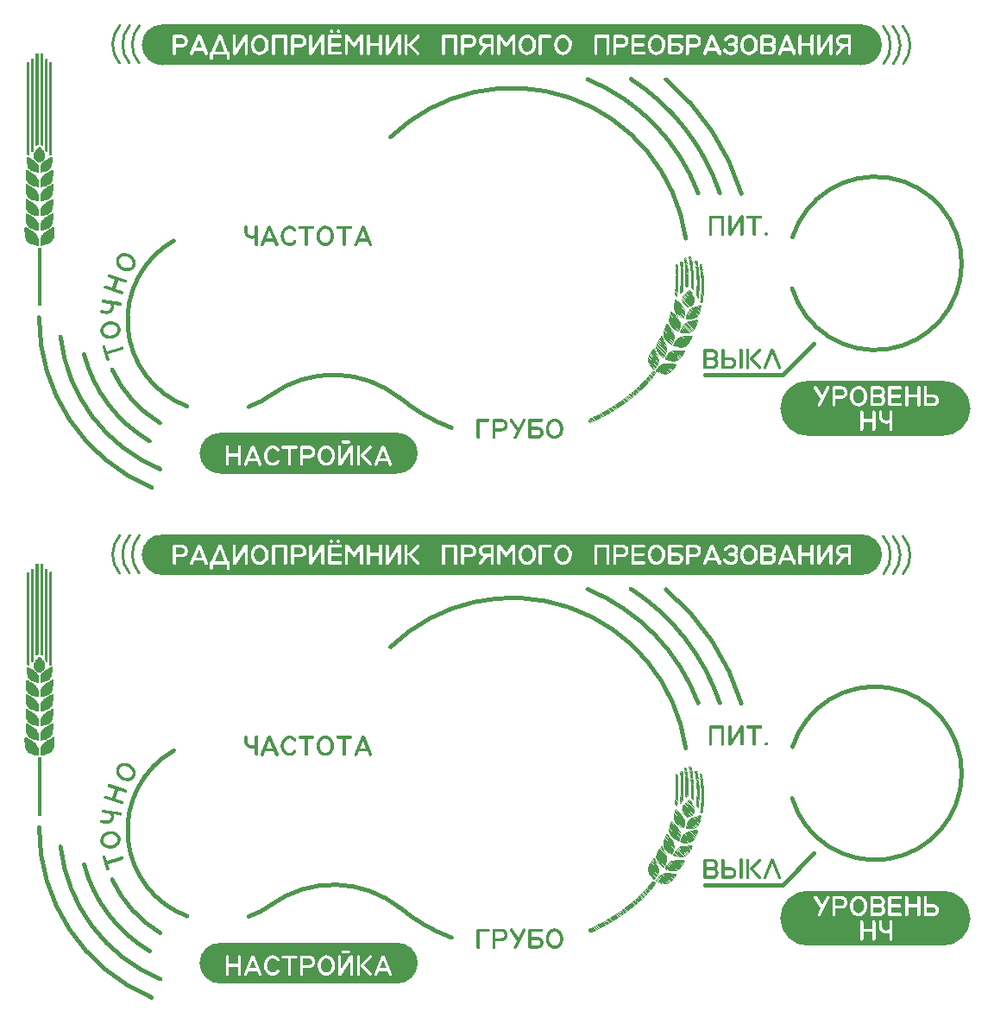
<source format=gto>
G04*
G04 #@! TF.GenerationSoftware,Altium Limited,Altium Designer,21.0.8 (223)*
G04*
G04 Layer_Color=65535*
%FSLAX44Y44*%
%MOMM*%
G71*
G04*
G04 #@! TF.SameCoordinates,31EEA714-13B4-4420-B856-4EAA1F9135B5*
G04*
G04*
G04 #@! TF.FilePolarity,Positive*
G04*
G01*
G75*
%ADD23C,1.0000*%
%ADD24C,0.4000*%
%ADD25C,0.2560*%
%ADD26C,0.1016*%
%ADD27R,1.7500X3.0000*%
%ADD28R,1.7500X3.5000*%
%ADD29R,2.0000X3.5000*%
G36*
X1099000Y1234000D02*
Y1194000D01*
X414000D01*
Y1234000D01*
X1099000D01*
D02*
G37*
G36*
X982516Y1046766D02*
X982654Y1046738D01*
X982821Y1046683D01*
X983015Y1046599D01*
X983182Y1046488D01*
X983376Y1046322D01*
X983404Y1046294D01*
X983459Y1046238D01*
X983515Y1046155D01*
X983626Y1046016D01*
X983709Y1045878D01*
X983765Y1045683D01*
X983820Y1045489D01*
X983848Y1045267D01*
Y1028304D01*
Y1028276D01*
Y1028249D01*
X983820Y1028082D01*
X983765Y1027832D01*
X983654Y1027554D01*
X983459Y1027277D01*
X983182Y1027027D01*
X983015Y1026944D01*
X982821Y1026861D01*
X982571Y1026833D01*
X982293Y1026805D01*
X982238D01*
X982071Y1026833D01*
X981822Y1026888D01*
X981544Y1026999D01*
X981266Y1027166D01*
X981016Y1027443D01*
X980933Y1027610D01*
X980850Y1027804D01*
X980822Y1028054D01*
X980794Y1028304D01*
Y1040908D01*
X972382Y1027499D01*
X972355Y1027471D01*
X972271Y1027388D01*
X972188Y1027305D01*
X972077Y1027249D01*
X971938Y1027166D01*
X971772Y1027055D01*
X971744D01*
X971688Y1027027D01*
X971522Y1026944D01*
X971272Y1026833D01*
X971078Y1026805D01*
X970356D01*
X970245Y1026833D01*
X970106Y1026861D01*
X969967Y1026916D01*
X969773Y1026999D01*
X969606Y1027110D01*
X969412Y1027249D01*
X969384Y1027277D01*
X969329Y1027332D01*
X969273Y1027416D01*
X969190Y1027554D01*
X969079Y1027693D01*
X969023Y1027888D01*
X968968Y1028082D01*
X968940Y1028304D01*
Y1045267D01*
Y1045295D01*
Y1045378D01*
X968968Y1045517D01*
X968995Y1045683D01*
X969051Y1045850D01*
X969134Y1046044D01*
X969245Y1046238D01*
X969412Y1046405D01*
X969440Y1046433D01*
X969495Y1046461D01*
X969578Y1046516D01*
X969717Y1046599D01*
X969856Y1046683D01*
X970050Y1046738D01*
X970245Y1046766D01*
X970467Y1046794D01*
X970522D01*
X970717Y1046766D01*
X970939Y1046710D01*
X971244Y1046599D01*
X971522Y1046433D01*
X971744Y1046155D01*
X971855Y1045989D01*
X971938Y1045767D01*
X971966Y1045544D01*
X971994Y1045267D01*
Y1032635D01*
X980406Y1046072D01*
X980433Y1046100D01*
X980545Y1046211D01*
X980711Y1046349D01*
X980850Y1046433D01*
X981016Y1046516D01*
X981044D01*
X981100Y1046572D01*
X981294Y1046655D01*
X981516Y1046738D01*
X981711Y1046794D01*
X982405D01*
X982516Y1046766D01*
D02*
G37*
G36*
X538975Y1036696D02*
X539225Y1036668D01*
X539558Y1036612D01*
X539946Y1036529D01*
X540391Y1036418D01*
X540835Y1036279D01*
X541335Y1036085D01*
X541834Y1035835D01*
X542334Y1035530D01*
X542862Y1035196D01*
X543361Y1034780D01*
X543861Y1034280D01*
X544333Y1033725D01*
X544777Y1033086D01*
Y1033059D01*
X544805Y1033003D01*
X544860Y1032920D01*
X544916Y1032837D01*
X544999Y1032559D01*
X545027Y1032254D01*
Y1032226D01*
Y1032143D01*
X544999Y1032031D01*
X544971Y1031893D01*
X544916Y1031726D01*
X544805Y1031532D01*
X544694Y1031365D01*
X544527Y1031171D01*
X544499Y1031143D01*
X544444Y1031115D01*
X544333Y1031032D01*
X544222Y1030949D01*
X544055Y1030865D01*
X543861Y1030810D01*
X543667Y1030754D01*
X543445Y1030727D01*
X543306D01*
X543167Y1030782D01*
X543000Y1030838D01*
X542806Y1030921D01*
X542584Y1031060D01*
X542389Y1031254D01*
X542195Y1031504D01*
X542167Y1031532D01*
X542140Y1031587D01*
X542056Y1031698D01*
X541945Y1031865D01*
X541806Y1032031D01*
X541640Y1032198D01*
X541446Y1032420D01*
X541223Y1032615D01*
X540696Y1033031D01*
X540085Y1033392D01*
X539724Y1033531D01*
X539363Y1033642D01*
X538975Y1033697D01*
X538558Y1033725D01*
X538336D01*
X538197Y1033697D01*
X538003Y1033670D01*
X537781Y1033614D01*
X537531Y1033559D01*
X537253Y1033475D01*
X536948Y1033364D01*
X536643Y1033225D01*
X536310Y1033059D01*
X535976Y1032864D01*
X535643Y1032642D01*
X535282Y1032365D01*
X534949Y1032059D01*
X534616Y1031698D01*
X534588Y1031671D01*
X534533Y1031615D01*
X534450Y1031476D01*
X534338Y1031338D01*
X534200Y1031115D01*
X534033Y1030893D01*
X533894Y1030616D01*
X533728Y1030283D01*
X533533Y1029949D01*
X533395Y1029561D01*
X533228Y1029144D01*
X533089Y1028700D01*
X532978Y1028228D01*
X532895Y1027728D01*
X532839Y1027229D01*
X532812Y1026673D01*
Y1026646D01*
Y1026535D01*
Y1026396D01*
X532839Y1026201D01*
X532867Y1025952D01*
X532895Y1025646D01*
X532950Y1025313D01*
X533034Y1024980D01*
X533256Y1024175D01*
X533395Y1023758D01*
X533561Y1023342D01*
X533783Y1022925D01*
X534033Y1022509D01*
X534311Y1022093D01*
X534616Y1021676D01*
X534644Y1021648D01*
X534699Y1021593D01*
X534783Y1021482D01*
X534921Y1021371D01*
X535088Y1021204D01*
X535282Y1021038D01*
X535504Y1020871D01*
X535754Y1020677D01*
X536337Y1020316D01*
X537031Y1019983D01*
X537392Y1019872D01*
X537753Y1019761D01*
X538142Y1019705D01*
X538558Y1019677D01*
X538669D01*
X538780Y1019705D01*
X538919D01*
X539114Y1019733D01*
X539336Y1019788D01*
X539863Y1019955D01*
X540141Y1020066D01*
X540446Y1020233D01*
X540724Y1020399D01*
X541029Y1020621D01*
X541335Y1020871D01*
X541640Y1021177D01*
X541918Y1021510D01*
X542195Y1021898D01*
X542223Y1021926D01*
X542279Y1022009D01*
X542389Y1022148D01*
X542528Y1022287D01*
X542695Y1022398D01*
X542917Y1022537D01*
X543167Y1022620D01*
X543445Y1022648D01*
X543555D01*
X543667Y1022620D01*
X543805Y1022592D01*
X543972Y1022537D01*
X544166Y1022454D01*
X544333Y1022343D01*
X544527Y1022204D01*
X544555Y1022176D01*
X544610Y1022120D01*
X544694Y1022037D01*
X544777Y1021898D01*
X544860Y1021732D01*
X544944Y1021565D01*
X544999Y1021343D01*
X545027Y1021121D01*
Y1021093D01*
Y1021066D01*
Y1020982D01*
X544999Y1020871D01*
X544916Y1020593D01*
X544777Y1020288D01*
X544749Y1020260D01*
X544666Y1020122D01*
X544555Y1019955D01*
X544361Y1019733D01*
X544138Y1019455D01*
X543861Y1019150D01*
X543528Y1018817D01*
X543167Y1018484D01*
X542750Y1018150D01*
X542279Y1017817D01*
X541779Y1017512D01*
X541223Y1017234D01*
X540613Y1017012D01*
X539974Y1016846D01*
X539308Y1016707D01*
X538586Y1016679D01*
X538447D01*
X538253Y1016707D01*
X538003Y1016735D01*
X537698Y1016762D01*
X537365Y1016818D01*
X536976Y1016901D01*
X536532Y1017012D01*
X536087Y1017151D01*
X535616Y1017345D01*
X535116Y1017567D01*
X534588Y1017817D01*
X534089Y1018123D01*
X533561Y1018484D01*
X533061Y1018900D01*
X532562Y1019372D01*
X532534Y1019400D01*
X532451Y1019511D01*
X532312Y1019677D01*
X532118Y1019900D01*
X531923Y1020177D01*
X531673Y1020538D01*
X531423Y1020927D01*
X531174Y1021399D01*
X530896Y1021898D01*
X530646Y1022454D01*
X530396Y1023037D01*
X530202Y1023703D01*
X530008Y1024369D01*
X529869Y1025119D01*
X529785Y1025868D01*
X529758Y1026673D01*
Y1026729D01*
Y1026868D01*
X529785Y1027090D01*
X529813Y1027423D01*
X529841Y1027784D01*
X529897Y1028228D01*
X529980Y1028700D01*
X530119Y1029255D01*
X530257Y1029811D01*
X530424Y1030394D01*
X530674Y1031004D01*
X530924Y1031615D01*
X531257Y1032254D01*
X531618Y1032864D01*
X532034Y1033447D01*
X532534Y1034003D01*
X532562Y1034030D01*
X532645Y1034114D01*
X532812Y1034252D01*
X533006Y1034419D01*
X533256Y1034641D01*
X533533Y1034863D01*
X533894Y1035113D01*
X534283Y1035363D01*
X534699Y1035613D01*
X535171Y1035863D01*
X535671Y1036085D01*
X536199Y1036307D01*
X536754Y1036473D01*
X537337Y1036612D01*
X537948Y1036696D01*
X538586Y1036723D01*
X538753D01*
X538975Y1036696D01*
D02*
G37*
G36*
X506132Y1036723D02*
X506354Y1036668D01*
X506660Y1036557D01*
X506937Y1036362D01*
X507048Y1036251D01*
X507159Y1036085D01*
X507270Y1035891D01*
X507354Y1035696D01*
X507381Y1035446D01*
X507409Y1035169D01*
Y1018206D01*
Y1018178D01*
Y1018150D01*
X507381Y1017984D01*
X507326Y1017734D01*
X507215Y1017456D01*
X507048Y1017179D01*
X506771Y1016929D01*
X506604Y1016846D01*
X506382Y1016762D01*
X506160Y1016735D01*
X505882Y1016707D01*
X505827D01*
X505632Y1016735D01*
X505410Y1016790D01*
X505133Y1016901D01*
X504827Y1017068D01*
X504605Y1017345D01*
X504494Y1017512D01*
X504411Y1017706D01*
X504383Y1017956D01*
X504355Y1018206D01*
Y1024369D01*
X504328D01*
X504300Y1024341D01*
X504216Y1024314D01*
X504105Y1024286D01*
X503828Y1024175D01*
X503467Y1024064D01*
X503023Y1023953D01*
X502551Y1023842D01*
X501996Y1023786D01*
X501440Y1023758D01*
X501301D01*
X501135Y1023786D01*
X500913D01*
X500663Y1023814D01*
X500330Y1023869D01*
X499997Y1023925D01*
X499608Y1024036D01*
X499219Y1024147D01*
X498775Y1024286D01*
X498359Y1024453D01*
X497915Y1024675D01*
X497470Y1024897D01*
X497026Y1025202D01*
X496582Y1025507D01*
X496166Y1025896D01*
X496138Y1025924D01*
X496082Y1026007D01*
X495971Y1026118D01*
X495832Y1026285D01*
X495666Y1026479D01*
X495471Y1026729D01*
X495277Y1027034D01*
X495083Y1027367D01*
X494888Y1027728D01*
X494694Y1028117D01*
X494500Y1028561D01*
X494333Y1029006D01*
X494194Y1029505D01*
X494083Y1030033D01*
X494028Y1030560D01*
X494000Y1031143D01*
Y1035169D01*
Y1035196D01*
Y1035280D01*
X494028Y1035391D01*
X494055Y1035557D01*
X494111Y1035724D01*
X494167Y1035918D01*
X494278Y1036085D01*
X494416Y1036251D01*
X494444Y1036279D01*
X494500Y1036335D01*
X494583Y1036390D01*
X494722Y1036473D01*
X494888Y1036557D01*
X495055Y1036640D01*
X495277Y1036668D01*
X495499Y1036696D01*
X495610D01*
X495749Y1036668D01*
X495888Y1036640D01*
X496082Y1036584D01*
X496249Y1036501D01*
X496443Y1036390D01*
X496610Y1036251D01*
X496637Y1036224D01*
X496693Y1036168D01*
X496749Y1036085D01*
X496832Y1035974D01*
X496915Y1035807D01*
X496998Y1035613D01*
X497026Y1035418D01*
X497054Y1035169D01*
Y1031143D01*
Y1031115D01*
Y1031060D01*
Y1030977D01*
X497082Y1030838D01*
Y1030699D01*
X497109Y1030505D01*
X497220Y1030088D01*
X497359Y1029588D01*
X497581Y1029089D01*
X497887Y1028561D01*
X498081Y1028311D01*
X498303Y1028062D01*
X498331D01*
X498359Y1028006D01*
X498442Y1027951D01*
X498525Y1027867D01*
X498803Y1027673D01*
X499164Y1027451D01*
X499636Y1027201D01*
X500163Y1027007D01*
X500746Y1026868D01*
X501079Y1026840D01*
X501413Y1026812D01*
X501579D01*
X501690Y1026840D01*
X502023Y1026868D01*
X502412Y1026951D01*
X502884Y1027118D01*
X503356Y1027312D01*
X503883Y1027617D01*
X504105Y1027784D01*
X504355Y1028006D01*
Y1035169D01*
Y1035196D01*
Y1035224D01*
Y1035307D01*
X504383Y1035418D01*
X504439Y1035668D01*
X504550Y1035974D01*
X504716Y1036251D01*
X504994Y1036501D01*
X505188Y1036612D01*
X505382Y1036696D01*
X505605Y1036723D01*
X505882Y1036751D01*
X505938D01*
X506132Y1036723D01*
D02*
G37*
G36*
X1006391Y1030053D02*
X1006641Y1029998D01*
X1006919Y1029886D01*
X1007196Y1029720D01*
X1007446Y1029442D01*
X1007529Y1029276D01*
X1007613Y1029054D01*
X1007640Y1028832D01*
X1007668Y1028554D01*
Y1028304D01*
Y1028276D01*
Y1028249D01*
X1007640Y1028082D01*
X1007585Y1027832D01*
X1007474Y1027554D01*
X1007307Y1027277D01*
X1007030Y1027027D01*
X1006863Y1026944D01*
X1006669Y1026861D01*
X1006447Y1026833D01*
X1006169Y1026805D01*
X1006114D01*
X1005919Y1026833D01*
X1005697Y1026888D01*
X1005419Y1026999D01*
X1005114Y1027166D01*
X1004892Y1027443D01*
X1004781Y1027610D01*
X1004698Y1027804D01*
X1004670Y1028054D01*
X1004642Y1028304D01*
Y1028554D01*
Y1028582D01*
Y1028609D01*
X1004670Y1028804D01*
X1004725Y1029026D01*
X1004836Y1029331D01*
X1005003Y1029609D01*
X1005281Y1029831D01*
X1005475Y1029942D01*
X1005669Y1030025D01*
X1005891Y1030053D01*
X1006169Y1030081D01*
X1006225D01*
X1006391Y1030053D01*
D02*
G37*
G36*
X1000977Y1046516D02*
X1001227Y1046461D01*
X1001505Y1046349D01*
X1001783Y1046183D01*
X1002032Y1045905D01*
X1002116Y1045739D01*
X1002199Y1045517D01*
X1002227Y1045295D01*
X1002254Y1045017D01*
Y1044989D01*
Y1044961D01*
X1002227Y1044795D01*
X1002171Y1044545D01*
X1002060Y1044267D01*
X1001894Y1043990D01*
X1001616Y1043740D01*
X1001449Y1043657D01*
X1001255Y1043573D01*
X1001033Y1043546D01*
X1000755Y1043518D01*
X995953D01*
Y1028304D01*
Y1028276D01*
Y1028249D01*
X995925Y1028082D01*
X995869Y1027832D01*
X995758Y1027554D01*
X995592Y1027277D01*
X995314Y1027027D01*
X995147Y1026944D01*
X994953Y1026861D01*
X994731Y1026833D01*
X994453Y1026805D01*
X994398D01*
X994203Y1026833D01*
X993954Y1026888D01*
X993676Y1026999D01*
X993398Y1027166D01*
X993148Y1027443D01*
X993037Y1027610D01*
X992954Y1027804D01*
X992926Y1028054D01*
X992899Y1028304D01*
Y1043518D01*
X988096D01*
X987902Y1043546D01*
X987679Y1043601D01*
X987402Y1043712D01*
X987096Y1043879D01*
X986874Y1044156D01*
X986763Y1044323D01*
X986680Y1044517D01*
X986652Y1044767D01*
X986624Y1045017D01*
Y1045045D01*
Y1045072D01*
X986652Y1045267D01*
X986708Y1045489D01*
X986819Y1045794D01*
X986985Y1046072D01*
X987263Y1046294D01*
X987457Y1046405D01*
X987652Y1046488D01*
X987874Y1046516D01*
X988151Y1046544D01*
X1000811D01*
X1000977Y1046516D01*
D02*
G37*
G36*
X963499D02*
X963637Y1046488D01*
X963804Y1046433D01*
X963970Y1046349D01*
X964165Y1046238D01*
X964331Y1046072D01*
X964359Y1046044D01*
X964415Y1045989D01*
X964470Y1045905D01*
X964581Y1045767D01*
X964665Y1045628D01*
X964720Y1045433D01*
X964776Y1045239D01*
X964803Y1045017D01*
Y1028304D01*
Y1028276D01*
Y1028193D01*
X964776Y1028082D01*
X964748Y1027915D01*
X964692Y1027749D01*
X964609Y1027554D01*
X964498Y1027388D01*
X964359Y1027221D01*
X964331Y1027194D01*
X964276Y1027166D01*
X964193Y1027083D01*
X964081Y1027027D01*
X963915Y1026944D01*
X963721Y1026861D01*
X963526Y1026833D01*
X963276Y1026805D01*
X963221D01*
X963027Y1026833D01*
X962804Y1026888D01*
X962527Y1026999D01*
X962221Y1027166D01*
X961999Y1027443D01*
X961888Y1027610D01*
X961805Y1027804D01*
X961777Y1028054D01*
X961749Y1028304D01*
Y1043518D01*
X952977D01*
Y1028304D01*
Y1028276D01*
Y1028249D01*
X952949Y1028082D01*
X952893Y1027832D01*
X952782Y1027554D01*
X952616Y1027277D01*
X952338Y1027027D01*
X952171Y1026944D01*
X951949Y1026861D01*
X951727Y1026833D01*
X951450Y1026805D01*
X951339D01*
X951228Y1026833D01*
X951061Y1026861D01*
X950894Y1026916D01*
X950700Y1026972D01*
X950506Y1027083D01*
X950339Y1027221D01*
X950312Y1027249D01*
X950284Y1027305D01*
X950200Y1027388D01*
X950145Y1027527D01*
X950062Y1027666D01*
X949978Y1027860D01*
X949951Y1028054D01*
X949923Y1028304D01*
Y1045017D01*
Y1045045D01*
Y1045128D01*
X949951Y1045239D01*
X949978Y1045378D01*
X950034Y1045544D01*
X950117Y1045711D01*
X950228Y1045905D01*
X950367Y1046072D01*
X950395Y1046100D01*
X950450Y1046155D01*
X950561Y1046211D01*
X950672Y1046322D01*
X950839Y1046405D01*
X951033Y1046461D01*
X951228Y1046516D01*
X951450Y1046544D01*
X963388D01*
X963499Y1046516D01*
D02*
G37*
G36*
X598469Y1036418D02*
X598719Y1036362D01*
X598997Y1036251D01*
X599274Y1036085D01*
X599524Y1035807D01*
X599607Y1035641D01*
X599691Y1035418D01*
X599719Y1035196D01*
X599746Y1034919D01*
Y1034891D01*
Y1034863D01*
X599719Y1034697D01*
X599663Y1034447D01*
X599552Y1034169D01*
X599385Y1033892D01*
X599108Y1033642D01*
X598941Y1033559D01*
X598747Y1033475D01*
X598525Y1033447D01*
X598247Y1033420D01*
X593444D01*
Y1018206D01*
Y1018178D01*
Y1018150D01*
X593416Y1017984D01*
X593361Y1017734D01*
X593250Y1017456D01*
X593083Y1017179D01*
X592806Y1016929D01*
X592639Y1016846D01*
X592445Y1016762D01*
X592223Y1016735D01*
X591945Y1016707D01*
X591889D01*
X591695Y1016735D01*
X591445Y1016790D01*
X591168Y1016901D01*
X590890Y1017068D01*
X590640Y1017345D01*
X590529Y1017512D01*
X590446Y1017706D01*
X590418Y1017956D01*
X590390Y1018206D01*
Y1033420D01*
X585588D01*
X585393Y1033447D01*
X585171Y1033503D01*
X584893Y1033614D01*
X584588Y1033781D01*
X584366Y1034058D01*
X584255Y1034225D01*
X584172Y1034419D01*
X584144Y1034669D01*
X584116Y1034919D01*
Y1034947D01*
Y1034974D01*
X584144Y1035169D01*
X584199Y1035391D01*
X584310Y1035696D01*
X584477Y1035974D01*
X584755Y1036196D01*
X584949Y1036307D01*
X585143Y1036390D01*
X585365Y1036418D01*
X585643Y1036446D01*
X598303D01*
X598469Y1036418D01*
D02*
G37*
G36*
X573761Y1036668D02*
X574038Y1036640D01*
X574344Y1036612D01*
X574705Y1036529D01*
X575121Y1036418D01*
X575593Y1036307D01*
X576065Y1036140D01*
X576565Y1035918D01*
X577092Y1035668D01*
X577620Y1035363D01*
X578147Y1034974D01*
X578675Y1034558D01*
X579174Y1034058D01*
X579646Y1033503D01*
X579674Y1033475D01*
X579757Y1033364D01*
X579869Y1033198D01*
X580007Y1032975D01*
X580174Y1032698D01*
X580368Y1032365D01*
X580590Y1031976D01*
X580812Y1031560D01*
X581007Y1031060D01*
X581229Y1030560D01*
X581423Y1029977D01*
X581590Y1029394D01*
X581729Y1028756D01*
X581840Y1028089D01*
X581923Y1027423D01*
X581951Y1026701D01*
Y1026646D01*
Y1026535D01*
X581923Y1026312D01*
Y1026063D01*
X581867Y1025730D01*
X581840Y1025313D01*
X581756Y1024897D01*
X581673Y1024397D01*
X581534Y1023897D01*
X581395Y1023342D01*
X581201Y1022787D01*
X580979Y1022204D01*
X580729Y1021593D01*
X580396Y1021010D01*
X580063Y1020427D01*
X579646Y1019872D01*
X579619Y1019844D01*
X579535Y1019733D01*
X579397Y1019594D01*
X579202Y1019372D01*
X578952Y1019150D01*
X578647Y1018872D01*
X578314Y1018595D01*
X577925Y1018289D01*
X577509Y1017984D01*
X577037Y1017706D01*
X576509Y1017429D01*
X575954Y1017206D01*
X575371Y1017012D01*
X574733Y1016846D01*
X574094Y1016735D01*
X573400Y1016707D01*
X573233D01*
X573039Y1016735D01*
X572789Y1016762D01*
X572456Y1016818D01*
X572095Y1016873D01*
X571679Y1016984D01*
X571207Y1017095D01*
X570735Y1017262D01*
X570235Y1017484D01*
X569707Y1017734D01*
X569180Y1018039D01*
X568653Y1018400D01*
X568153Y1018817D01*
X567625Y1019316D01*
X567153Y1019872D01*
X567126Y1019900D01*
X567042Y1020011D01*
X566931Y1020177D01*
X566792Y1020399D01*
X566626Y1020677D01*
X566432Y1021010D01*
X566209Y1021399D01*
X566015Y1021843D01*
X565793Y1022315D01*
X565571Y1022842D01*
X565377Y1023398D01*
X565210Y1024008D01*
X565071Y1024647D01*
X564960Y1025313D01*
X564877Y1025979D01*
X564849Y1026701D01*
Y1026757D01*
Y1026868D01*
X564877Y1027090D01*
Y1027340D01*
X564932Y1027701D01*
X564960Y1028089D01*
X565043Y1028506D01*
X565127Y1029006D01*
X565266Y1029505D01*
X565404Y1030060D01*
X565599Y1030616D01*
X565821Y1031199D01*
X566098Y1031782D01*
X566404Y1032365D01*
X566737Y1032948D01*
X567153Y1033503D01*
X567181Y1033531D01*
X567264Y1033642D01*
X567403Y1033808D01*
X567598Y1034003D01*
X567848Y1034252D01*
X568153Y1034502D01*
X568486Y1034808D01*
X568875Y1035113D01*
X569291Y1035391D01*
X569791Y1035696D01*
X570290Y1035946D01*
X570846Y1036196D01*
X571429Y1036390D01*
X572067Y1036557D01*
X572706Y1036668D01*
X573400Y1036696D01*
X573567D01*
X573761Y1036668D01*
D02*
G37*
G36*
X561379Y1036418D02*
X561629Y1036362D01*
X561906Y1036251D01*
X562184Y1036085D01*
X562434Y1035807D01*
X562517Y1035641D01*
X562600Y1035418D01*
X562628Y1035196D01*
X562656Y1034919D01*
Y1034891D01*
Y1034863D01*
X562628Y1034697D01*
X562573Y1034447D01*
X562462Y1034169D01*
X562295Y1033892D01*
X562017Y1033642D01*
X561851Y1033559D01*
X561656Y1033475D01*
X561434Y1033447D01*
X561157Y1033420D01*
X556354D01*
Y1018206D01*
Y1018178D01*
Y1018150D01*
X556326Y1017984D01*
X556271Y1017734D01*
X556160Y1017456D01*
X555993Y1017179D01*
X555715Y1016929D01*
X555549Y1016846D01*
X555354Y1016762D01*
X555132Y1016735D01*
X554855Y1016707D01*
X554799D01*
X554605Y1016735D01*
X554355Y1016790D01*
X554077Y1016901D01*
X553800Y1017068D01*
X553550Y1017345D01*
X553439Y1017512D01*
X553356Y1017706D01*
X553328Y1017956D01*
X553300Y1018206D01*
Y1033420D01*
X548497D01*
X548303Y1033447D01*
X548081Y1033503D01*
X547803Y1033614D01*
X547498Y1033781D01*
X547276Y1034058D01*
X547165Y1034225D01*
X547081Y1034419D01*
X547054Y1034669D01*
X547026Y1034919D01*
Y1034947D01*
Y1034974D01*
X547054Y1035169D01*
X547109Y1035391D01*
X547220Y1035696D01*
X547387Y1035974D01*
X547664Y1036196D01*
X547859Y1036307D01*
X548053Y1036390D01*
X548275Y1036418D01*
X548553Y1036446D01*
X561212D01*
X561379Y1036418D01*
D02*
G37*
G36*
X611018Y1036501D02*
X611268Y1036390D01*
X611434Y1036307D01*
X611601Y1036196D01*
X611628Y1036168D01*
X611684Y1036140D01*
X611878Y1036002D01*
X612073Y1035779D01*
X612156Y1035668D01*
X612211Y1035557D01*
X619096Y1018622D01*
X619124Y1018567D01*
X619152Y1018428D01*
X619180Y1018234D01*
X619207Y1017984D01*
Y1017956D01*
Y1017873D01*
X619180Y1017762D01*
X619152Y1017623D01*
X619096Y1017456D01*
X619013Y1017262D01*
X618902Y1017095D01*
X618736Y1016929D01*
X618708Y1016901D01*
X618652Y1016873D01*
X618541Y1016790D01*
X618430Y1016735D01*
X618264Y1016651D01*
X618069Y1016568D01*
X617847Y1016540D01*
X617625Y1016513D01*
X617597D01*
X617458Y1016540D01*
X617292Y1016568D01*
X617098Y1016624D01*
X616875Y1016735D01*
X616653Y1016901D01*
X616431Y1017151D01*
X616265Y1017456D01*
X614821Y1021038D01*
X606159D01*
X604716Y1017456D01*
X604688Y1017429D01*
X604632Y1017318D01*
X604549Y1017151D01*
X604410Y1016984D01*
X604216Y1016818D01*
X603966Y1016651D01*
X603689Y1016540D01*
X603355Y1016513D01*
X603244D01*
X603133Y1016540D01*
X602994Y1016568D01*
X602634Y1016679D01*
X602439Y1016762D01*
X602273Y1016901D01*
X602245Y1016929D01*
X602189Y1016984D01*
X602106Y1017068D01*
X602023Y1017206D01*
X601939Y1017373D01*
X601856Y1017540D01*
X601801Y1017762D01*
X601773Y1017984D01*
Y1018012D01*
Y1018039D01*
X601801Y1018178D01*
X601828Y1018400D01*
X601884Y1018622D01*
X608769Y1035557D01*
Y1035585D01*
X608797Y1035613D01*
X608880Y1035752D01*
X608963Y1035835D01*
X609074Y1035946D01*
X609185Y1036085D01*
X609352Y1036196D01*
X609380Y1036224D01*
X609435Y1036251D01*
X609519Y1036307D01*
X609657Y1036362D01*
X609907Y1036473D01*
X610046Y1036529D01*
X610851D01*
X611018Y1036501D01*
D02*
G37*
G36*
X519264D02*
X519514Y1036390D01*
X519680Y1036307D01*
X519847Y1036196D01*
X519874Y1036168D01*
X519930Y1036140D01*
X520124Y1036002D01*
X520319Y1035779D01*
X520402Y1035668D01*
X520457Y1035557D01*
X527342Y1018622D01*
X527370Y1018567D01*
X527398Y1018428D01*
X527426Y1018234D01*
X527453Y1017984D01*
Y1017956D01*
Y1017873D01*
X527426Y1017762D01*
X527398Y1017623D01*
X527342Y1017456D01*
X527259Y1017262D01*
X527148Y1017095D01*
X526982Y1016929D01*
X526954Y1016901D01*
X526898Y1016873D01*
X526787Y1016790D01*
X526676Y1016735D01*
X526510Y1016651D01*
X526315Y1016568D01*
X526093Y1016540D01*
X525871Y1016513D01*
X525843D01*
X525704Y1016540D01*
X525538Y1016568D01*
X525344Y1016624D01*
X525121Y1016735D01*
X524899Y1016901D01*
X524677Y1017151D01*
X524511Y1017456D01*
X523067Y1021038D01*
X514405D01*
X512962Y1017456D01*
X512934Y1017429D01*
X512878Y1017318D01*
X512795Y1017151D01*
X512656Y1016984D01*
X512462Y1016818D01*
X512212Y1016651D01*
X511934Y1016540D01*
X511601Y1016513D01*
X511490D01*
X511379Y1016540D01*
X511240Y1016568D01*
X510879Y1016679D01*
X510685Y1016762D01*
X510518Y1016901D01*
X510491Y1016929D01*
X510435Y1016984D01*
X510352Y1017068D01*
X510269Y1017206D01*
X510185Y1017373D01*
X510102Y1017540D01*
X510047Y1017762D01*
X510019Y1017984D01*
Y1018012D01*
Y1018039D01*
X510047Y1018178D01*
X510074Y1018400D01*
X510130Y1018622D01*
X517015Y1035557D01*
Y1035585D01*
X517043Y1035613D01*
X517126Y1035752D01*
X517209Y1035835D01*
X517320Y1035946D01*
X517431Y1036085D01*
X517598Y1036196D01*
X517626Y1036224D01*
X517681Y1036251D01*
X517764Y1036307D01*
X517903Y1036362D01*
X518153Y1036473D01*
X518292Y1036529D01*
X519097D01*
X519264Y1036501D01*
D02*
G37*
G36*
X376427Y1009779D02*
X376875Y1009773D01*
X377346Y1009753D01*
X377875Y1009667D01*
X378419Y1009605D01*
X379020Y1009476D01*
X379607Y1009324D01*
X380227Y1009120D01*
X380858Y1008877D01*
X381474Y1008611D01*
X382110Y1008269D01*
X382158Y1008241D01*
X382254Y1008184D01*
X382431Y1008048D01*
X382646Y1007921D01*
X382905Y1007704D01*
X383250Y1007469D01*
X383567Y1007186D01*
X383955Y1006860D01*
X384315Y1006487D01*
X384723Y1006086D01*
X385103Y1005636D01*
X385493Y1005149D01*
X385892Y1004624D01*
X386225Y1004041D01*
X386559Y1003458D01*
X386826Y1002818D01*
X386836Y1002780D01*
X386889Y1002652D01*
X386938Y1002461D01*
X387031Y1002181D01*
X387096Y1001853D01*
X387180Y1001449D01*
X387250Y1001021D01*
X387316Y1000531D01*
X387368Y1000018D01*
X387368Y999470D01*
X387339Y998875D01*
X387249Y998283D01*
X387120Y997682D01*
X386940Y997048D01*
X386712Y996441D01*
X386383Y995829D01*
X386299Y995686D01*
X386176Y995532D01*
X386026Y995331D01*
X385809Y995072D01*
X385578Y994789D01*
X385271Y994487D01*
X384935Y994136D01*
X384552Y993814D01*
X384108Y993496D01*
X383624Y993169D01*
X383094Y992869D01*
X382515Y992598D01*
X381903Y992378D01*
X381204Y992178D01*
X380486Y992053D01*
X380448Y992043D01*
X380310Y992027D01*
X380111Y992016D01*
X379849Y992009D01*
X379525Y992007D01*
X379139Y992008D01*
X378692Y992014D01*
X378210Y992072D01*
X377691Y992120D01*
X377124Y992196D01*
X376547Y992311D01*
X375936Y992477D01*
X375315Y992681D01*
X374685Y992924D01*
X374068Y993190D01*
X373432Y993532D01*
X373384Y993561D01*
X373289Y993617D01*
X373111Y993754D01*
X372896Y993880D01*
X372613Y994111D01*
X372293Y994333D01*
X371976Y994616D01*
X371588Y994941D01*
X371227Y995314D01*
X370819Y995716D01*
X370439Y996165D01*
X370050Y996652D01*
X369688Y997187D01*
X369341Y997746D01*
X369008Y998329D01*
X368741Y998970D01*
X368731Y999008D01*
X368677Y999136D01*
X368604Y999340D01*
X368535Y999606D01*
X368447Y999948D01*
X368386Y1000338D01*
X368292Y1000780D01*
X368227Y1001270D01*
X368199Y1001769D01*
X368189Y1002355D01*
X368227Y1002913D01*
X368294Y1003518D01*
X368422Y1004119D01*
X368603Y1004753D01*
X368831Y1005360D01*
X369159Y1005972D01*
X369244Y1006116D01*
X369366Y1006269D01*
X369531Y1006494D01*
X369710Y1006743D01*
X369965Y1007012D01*
X370272Y1007315D01*
X370607Y1007665D01*
X370990Y1007987D01*
X371435Y1008305D01*
X371918Y1008633D01*
X372449Y1008932D01*
X373051Y1009189D01*
X373678Y1009433D01*
X374362Y1009610D01*
X375080Y1009735D01*
X375118Y1009744D01*
X375256Y1009760D01*
X375456Y1009771D01*
X375718Y1009778D01*
X376041Y1009781D01*
X376427Y1009779D01*
D02*
G37*
G36*
X361606Y989012D02*
X361853Y988961D01*
X377976Y983693D01*
X378003Y983684D01*
X378082Y983659D01*
X378179Y983598D01*
X378329Y983520D01*
X378470Y983415D01*
X378629Y983276D01*
X378753Y983118D01*
X378868Y982935D01*
X378885Y982899D01*
X378895Y982838D01*
X378948Y982733D01*
X378958Y982584D01*
X378994Y982426D01*
X379012Y982215D01*
X378970Y981996D01*
X378919Y981750D01*
X378901Y981697D01*
X378823Y981547D01*
X378693Y981327D01*
X378501Y981097D01*
X378257Y980885D01*
X377915Y980734D01*
X377731Y980707D01*
X377520Y980688D01*
X377274Y980739D01*
X377028Y980790D01*
X370114Y983049D01*
X367381Y974684D01*
X374295Y972425D01*
X374321Y972416D01*
X374347Y972408D01*
X374497Y972329D01*
X374717Y972199D01*
X374947Y972007D01*
X375159Y971763D01*
X375310Y971421D01*
X375338Y971237D01*
X375348Y971000D01*
X375305Y970780D01*
X375246Y970508D01*
X375211Y970402D01*
X375150Y970305D01*
X375072Y970156D01*
X374968Y970014D01*
X374854Y969847D01*
X374688Y969697D01*
X374505Y969582D01*
X374470Y969564D01*
X374408Y969555D01*
X374303Y969501D01*
X374154Y969492D01*
X373996Y969456D01*
X373786Y969437D01*
X373592Y969471D01*
X373346Y969522D01*
X357223Y974790D01*
X357196Y974799D01*
X357117Y974825D01*
X356994Y974894D01*
X356844Y974972D01*
X356703Y975077D01*
X356535Y975190D01*
X356385Y975356D01*
X356270Y975539D01*
X356252Y975574D01*
X356217Y975645D01*
X356190Y975741D01*
X356153Y975899D01*
X356126Y976083D01*
X356107Y976294D01*
X356141Y976487D01*
X356193Y976733D01*
X356210Y976786D01*
X356297Y976962D01*
X356418Y977156D01*
X356619Y977412D01*
X356890Y977615D01*
X357030Y977686D01*
X357223Y977740D01*
X357442Y977785D01*
X357652Y977804D01*
X357898Y977753D01*
X358171Y977693D01*
X364504Y975624D01*
X367238Y983989D01*
X360904Y986058D01*
X360878Y986067D01*
X360851Y986076D01*
X360772Y986102D01*
X360675Y986162D01*
X360455Y986293D01*
X360199Y986493D01*
X359987Y986738D01*
X359836Y987079D01*
X359782Y987272D01*
X359763Y987483D01*
X359814Y987729D01*
X359865Y987975D01*
X359900Y988081D01*
X359969Y988204D01*
X360039Y988327D01*
X360152Y988495D01*
X360283Y988627D01*
X360449Y988777D01*
X360633Y988893D01*
X360668Y988910D01*
X360738Y988946D01*
X360834Y988973D01*
X360992Y989009D01*
X361176Y989036D01*
X361387Y989055D01*
X361606Y989012D01*
D02*
G37*
G36*
X355563Y964124D02*
X355841Y964105D01*
X372564Y961262D01*
X372592Y961257D01*
X372619Y961253D01*
X372779Y961197D01*
X373016Y961101D01*
X373271Y960945D01*
X373516Y960734D01*
X373716Y960418D01*
X373770Y960240D01*
X373815Y960007D01*
X373805Y959784D01*
X373786Y959505D01*
X373777Y959451D01*
X373717Y959264D01*
X373625Y959054D01*
X373469Y958799D01*
X373254Y958526D01*
X372943Y958353D01*
X372760Y958272D01*
X372554Y958222D01*
X372303Y958237D01*
X372052Y958251D01*
X365976Y959284D01*
X365972Y959257D01*
X365994Y959225D01*
X366008Y959138D01*
X366017Y959024D01*
X366080Y958732D01*
X366129Y958357D01*
X366164Y957901D01*
X366194Y957417D01*
X366156Y956860D01*
X366090Y956308D01*
X366067Y956171D01*
X366011Y956012D01*
X365974Y955793D01*
X365905Y955551D01*
X365794Y955232D01*
X365684Y954913D01*
X365509Y954548D01*
X365335Y954184D01*
X365123Y953769D01*
X364889Y953386D01*
X364596Y952986D01*
X364302Y952585D01*
X363927Y952198D01*
X363551Y951811D01*
X363098Y951466D01*
X363066Y951443D01*
X362975Y951403D01*
X362847Y951312D01*
X362659Y951203D01*
X362440Y951071D01*
X362161Y950921D01*
X361828Y950781D01*
X361466Y950645D01*
X361078Y950514D01*
X360662Y950388D01*
X360192Y950270D01*
X359726Y950181D01*
X359210Y950128D01*
X358671Y950107D01*
X358142Y950140D01*
X357563Y950211D01*
X353594Y950885D01*
X353567Y950890D01*
X353485Y950904D01*
X353380Y950950D01*
X353220Y951005D01*
X353065Y951088D01*
X352883Y951175D01*
X352738Y951312D01*
X352597Y951477D01*
X352574Y951509D01*
X352528Y951573D01*
X352488Y951665D01*
X352429Y951815D01*
X352375Y951994D01*
X352320Y952172D01*
X352330Y952395D01*
X352340Y952619D01*
X352359Y952729D01*
X352409Y952861D01*
X352460Y952993D01*
X352547Y953175D01*
X352657Y953326D01*
X352799Y953499D01*
X352964Y953639D01*
X352996Y953662D01*
X353060Y953708D01*
X353152Y953748D01*
X353275Y953812D01*
X353453Y953866D01*
X353659Y953916D01*
X353855Y953910D01*
X354106Y953896D01*
X358074Y953221D01*
X358102Y953217D01*
X358157Y953207D01*
X358239Y953193D01*
X358380Y953197D01*
X358517Y953174D01*
X358713Y953169D01*
X359142Y953209D01*
X359658Y953262D01*
X360188Y953397D01*
X360760Y953610D01*
X361038Y953759D01*
X361322Y953936D01*
X361327Y953964D01*
X361386Y953982D01*
X361455Y954055D01*
X361551Y954123D01*
X361789Y954364D01*
X362068Y954682D01*
X362394Y955106D01*
X362674Y955593D01*
X362908Y956145D01*
X362991Y956469D01*
X363075Y956792D01*
X363103Y956957D01*
X363094Y957071D01*
X363122Y957404D01*
X363105Y957801D01*
X363020Y958294D01*
X362908Y958792D01*
X362695Y959363D01*
X362568Y959610D01*
X362391Y959894D01*
X355330Y961094D01*
X355302Y961099D01*
X355275Y961103D01*
X355193Y961117D01*
X355088Y961163D01*
X354851Y961260D01*
X354568Y961421D01*
X354323Y961631D01*
X354123Y961947D01*
X354046Y962157D01*
X353997Y962363D01*
X354006Y962586D01*
X354025Y962865D01*
X354035Y962919D01*
X354095Y963106D01*
X354187Y963316D01*
X354347Y963598D01*
X354585Y963839D01*
X354714Y963930D01*
X354896Y964012D01*
X355107Y964089D01*
X355312Y964138D01*
X355563Y964124D01*
D02*
G37*
G36*
X363304Y942885D02*
X363811Y942870D01*
X364324Y942799D01*
X364893Y942737D01*
X365470Y942619D01*
X366077Y942477D01*
X366716Y942312D01*
X367339Y942060D01*
X367961Y941809D01*
X368568Y941471D01*
X368599Y941447D01*
X368720Y941379D01*
X368876Y941261D01*
X369123Y941098D01*
X369376Y940880D01*
X369692Y940615D01*
X370012Y940322D01*
X370367Y939978D01*
X370726Y939607D01*
X371065Y939177D01*
X371411Y938691D01*
X371706Y938171D01*
X371977Y937620D01*
X372228Y937009D01*
X372424Y936392D01*
X372545Y935708D01*
X372567Y935543D01*
X372566Y935346D01*
X372572Y935095D01*
X372562Y934757D01*
X372556Y934392D01*
X372502Y933965D01*
X372455Y933482D01*
X372354Y932992D01*
X372201Y932467D01*
X372024Y931910D01*
X371793Y931347D01*
X371506Y930775D01*
X371161Y930224D01*
X370737Y929634D01*
X370250Y929092D01*
X370226Y929061D01*
X370128Y928963D01*
X369977Y928830D01*
X369776Y928663D01*
X369523Y928461D01*
X369220Y928223D01*
X368864Y927951D01*
X368450Y927698D01*
X368013Y927415D01*
X367520Y927124D01*
X366996Y926856D01*
X366413Y926609D01*
X365799Y926385D01*
X365154Y926186D01*
X364505Y926013D01*
X363793Y925889D01*
X363738Y925881D01*
X363628Y925866D01*
X363404Y925864D01*
X363157Y925830D01*
X362792Y925837D01*
X362403Y925812D01*
X361979Y925838D01*
X361473Y925853D01*
X360959Y925924D01*
X360390Y925986D01*
X359813Y926104D01*
X359206Y926246D01*
X358591Y926442D01*
X357972Y926666D01*
X357349Y926918D01*
X356743Y927256D01*
X356712Y927280D01*
X356591Y927347D01*
X356407Y927462D01*
X356188Y927629D01*
X355907Y927843D01*
X355618Y928112D01*
X355271Y928400D01*
X354916Y928745D01*
X354585Y929120D01*
X354215Y929574D01*
X353900Y930035D01*
X353577Y930552D01*
X353306Y931103D01*
X353055Y931714D01*
X352859Y932331D01*
X352738Y933015D01*
X352716Y933180D01*
X352717Y933377D01*
X352707Y933656D01*
X352694Y933962D01*
X352728Y934331D01*
X352781Y934758D01*
X352828Y935241D01*
X352929Y935731D01*
X353082Y936256D01*
X353259Y936813D01*
X353490Y937376D01*
X353804Y937951D01*
X354146Y938530D01*
X354574Y939093D01*
X355061Y939635D01*
X355084Y939666D01*
X355183Y939764D01*
X355333Y939896D01*
X355535Y940064D01*
X355787Y940266D01*
X356091Y940503D01*
X356446Y940776D01*
X356829Y941052D01*
X357298Y941312D01*
X357763Y941599D01*
X358315Y941870D01*
X358870Y942114D01*
X359484Y942338D01*
X360129Y942537D01*
X360778Y942710D01*
X361490Y942834D01*
X361545Y942842D01*
X361655Y942857D01*
X361879Y942859D01*
X362126Y942893D01*
X362464Y942883D01*
X362880Y942911D01*
X363304Y942885D01*
D02*
G37*
G36*
X356668Y919240D02*
X356982Y919161D01*
X357301Y918967D01*
X357428Y918831D01*
X357564Y918669D01*
X357654Y918464D01*
X357761Y918206D01*
X359141Y913606D01*
X373713Y917977D01*
X373739Y917985D01*
X373766Y917993D01*
X373933Y918015D01*
X374189Y918033D01*
X374487Y918007D01*
X374800Y917927D01*
X375119Y917733D01*
X375247Y917597D01*
X375383Y917435D01*
X375473Y917230D01*
X375579Y916972D01*
X375595Y916919D01*
X375625Y916725D01*
X375643Y916470D01*
X375617Y916172D01*
X375537Y915858D01*
X375343Y915539D01*
X375215Y915385D01*
X375053Y915249D01*
X374822Y915151D01*
X374590Y915052D01*
X360018Y910681D01*
X361398Y906080D01*
X361427Y905886D01*
X361438Y905658D01*
X361412Y905360D01*
X361340Y905019D01*
X361138Y904727D01*
X361010Y904573D01*
X360848Y904437D01*
X360616Y904339D01*
X360385Y904240D01*
X360359Y904232D01*
X360332Y904224D01*
X360138Y904195D01*
X359909Y904184D01*
X359585Y904203D01*
X359271Y904283D01*
X358979Y904485D01*
X358816Y904639D01*
X358681Y904801D01*
X358590Y905006D01*
X358484Y905264D01*
X354846Y917390D01*
X354825Y917557D01*
X354806Y917812D01*
X354833Y918110D01*
X354913Y918424D01*
X355107Y918743D01*
X355242Y918871D01*
X355431Y919014D01*
X355636Y919105D01*
X355894Y919211D01*
X355920Y919219D01*
X355947Y919227D01*
X356115Y919248D01*
X356370Y919267D01*
X356668Y919240D01*
D02*
G37*
G36*
X981594Y916141D02*
X981760Y916113D01*
X981927Y916058D01*
X982121Y916002D01*
X982288Y915891D01*
X982454Y915752D01*
X982482Y915724D01*
X982538Y915669D01*
X982593Y915586D01*
X982676Y915447D01*
X982760Y915308D01*
X982843Y915114D01*
X982871Y914892D01*
X982898Y914642D01*
Y897679D01*
Y897651D01*
Y897568D01*
X982871Y897457D01*
X982843Y897290D01*
X982787Y897124D01*
X982704Y896929D01*
X982593Y896735D01*
X982454Y896569D01*
X982427Y896541D01*
X982371Y896513D01*
X982288Y896430D01*
X982177Y896374D01*
X982010Y896291D01*
X981816Y896208D01*
X981621Y896180D01*
X981372Y896152D01*
X981316D01*
X981122Y896180D01*
X980900Y896235D01*
X980622Y896346D01*
X980317Y896513D01*
X980095Y896791D01*
X979983Y896985D01*
X979900Y897179D01*
X979872Y897401D01*
X979845Y897679D01*
Y914642D01*
Y914669D01*
Y914697D01*
X979872Y914892D01*
X979928Y915114D01*
X980039Y915419D01*
X980206Y915697D01*
X980483Y915919D01*
X980677Y916030D01*
X980872Y916113D01*
X981094Y916141D01*
X981372Y916169D01*
X981483D01*
X981594Y916141D01*
D02*
G37*
G36*
X963881Y915891D02*
X964048Y915863D01*
X964214Y915808D01*
X964409Y915724D01*
X964575Y915613D01*
X964742Y915475D01*
X964770Y915447D01*
X964825Y915391D01*
X964881Y915308D01*
X964964Y915197D01*
X965047Y915030D01*
X965131Y914836D01*
X965158Y914642D01*
X965186Y914392D01*
Y907729D01*
X971322D01*
X971488Y907701D01*
X971710Y907673D01*
X971932Y907646D01*
X972210Y907590D01*
X972515Y907507D01*
X973154Y907312D01*
X973487Y907174D01*
X973820Y907007D01*
X974181Y906813D01*
X974514Y906591D01*
X974847Y906341D01*
X975181Y906035D01*
X975208Y906008D01*
X975264Y905952D01*
X975347Y905869D01*
X975458Y905730D01*
X975569Y905564D01*
X975708Y905369D01*
X975875Y905147D01*
X976041Y904897D01*
X976180Y904620D01*
X976347Y904286D01*
X976624Y903592D01*
X976708Y903232D01*
X976791Y902815D01*
X976846Y902399D01*
X976874Y901954D01*
Y901927D01*
Y901843D01*
Y901732D01*
X976846Y901538D01*
X976818Y901344D01*
X976791Y901094D01*
X976735Y900844D01*
X976652Y900538D01*
X976458Y899900D01*
X976319Y899539D01*
X976152Y899206D01*
X975958Y898845D01*
X975736Y898512D01*
X975486Y898179D01*
X975181Y897846D01*
X975153Y897818D01*
X975097Y897762D01*
X975014Y897679D01*
X974875Y897596D01*
X974709Y897457D01*
X974514Y897318D01*
X974292Y897151D01*
X974042Y897013D01*
X973765Y896846D01*
X973432Y896680D01*
X972738Y896430D01*
X972377Y896319D01*
X971960Y896235D01*
X971544Y896180D01*
X971099Y896152D01*
X963548D01*
X963437Y896180D01*
X963298Y896208D01*
X963132Y896263D01*
X962937Y896346D01*
X962771Y896458D01*
X962577Y896596D01*
X962549Y896624D01*
X962521Y896680D01*
X962438Y896791D01*
X962354Y896902D01*
X962271Y897068D01*
X962216Y897263D01*
X962160Y897457D01*
X962132Y897679D01*
Y914392D01*
Y914420D01*
Y914503D01*
X962160Y914614D01*
X962188Y914781D01*
X962243Y914947D01*
X962299Y915142D01*
X962410Y915308D01*
X962549Y915475D01*
X962577Y915502D01*
X962632Y915558D01*
X962715Y915613D01*
X962854Y915697D01*
X963021Y915780D01*
X963215Y915863D01*
X963409Y915891D01*
X963659Y915919D01*
X963770D01*
X963881Y915891D01*
D02*
G37*
G36*
X953804Y915641D02*
X953998Y915613D01*
X954220Y915586D01*
X954748Y915475D01*
X955358Y915280D01*
X955692Y915142D01*
X956025Y915003D01*
X956358Y914808D01*
X956663Y914586D01*
X956996Y914336D01*
X957302Y914059D01*
X957329Y914031D01*
X957385Y913975D01*
X957440Y913892D01*
X957552Y913781D01*
X957663Y913615D01*
X957801Y913420D01*
X957968Y913226D01*
X958107Y912976D01*
X958412Y912393D01*
X958662Y911755D01*
X958773Y911366D01*
X958856Y911005D01*
X958884Y910589D01*
X958912Y910172D01*
Y910144D01*
Y910061D01*
Y909950D01*
X958884Y909783D01*
X958856Y909589D01*
X958829Y909367D01*
X958718Y908839D01*
X958523Y908256D01*
X958384Y907923D01*
X958218Y907590D01*
X958024Y907257D01*
X957829Y906952D01*
X957552Y906618D01*
X957274Y906313D01*
X957302Y906285D01*
X957357Y906230D01*
X957440Y906146D01*
X957579Y906008D01*
X957718Y905841D01*
X957885Y905647D01*
X958051Y905397D01*
X958218Y905147D01*
X958384Y904842D01*
X958579Y904509D01*
X958718Y904148D01*
X958856Y903759D01*
X958995Y903343D01*
X959079Y902898D01*
X959134Y902454D01*
X959162Y901954D01*
Y901927D01*
Y901843D01*
Y901704D01*
X959134Y901538D01*
X959106Y901316D01*
X959079Y901066D01*
X959023Y900788D01*
X958967Y900511D01*
X958745Y899845D01*
X958634Y899484D01*
X958468Y899150D01*
X958273Y898790D01*
X958051Y898456D01*
X957801Y898123D01*
X957496Y897790D01*
X957468Y897762D01*
X957413Y897707D01*
X957329Y897651D01*
X957191Y897540D01*
X957024Y897401D01*
X956830Y897263D01*
X956608Y897124D01*
X956358Y896985D01*
X956052Y896818D01*
X955747Y896680D01*
X955025Y896402D01*
X954637Y896291D01*
X954220Y896235D01*
X953804Y896180D01*
X953332Y896152D01*
X945808D01*
X945697Y896180D01*
X945558Y896208D01*
X945392Y896263D01*
X945197Y896346D01*
X945031Y896458D01*
X944837Y896596D01*
X944809Y896624D01*
X944781Y896680D01*
X944698Y896791D01*
X944614Y896902D01*
X944531Y897068D01*
X944476Y897263D01*
X944420Y897457D01*
X944392Y897679D01*
Y914142D01*
Y914170D01*
Y914253D01*
X944420Y914364D01*
X944448Y914503D01*
X944503Y914669D01*
X944587Y914836D01*
X944698Y915030D01*
X944837Y915197D01*
X944864Y915225D01*
X944920Y915280D01*
X945031Y915336D01*
X945142Y915447D01*
X945308Y915530D01*
X945503Y915586D01*
X945697Y915641D01*
X945919Y915669D01*
X953637D01*
X953804Y915641D01*
D02*
G37*
G36*
X1012271Y915919D02*
X1012493Y915808D01*
X1012660Y915724D01*
X1012826Y915613D01*
X1012854D01*
X1012909Y915558D01*
X1013104Y915419D01*
X1013298Y915225D01*
X1013409Y915114D01*
X1013465Y915003D01*
X1020655Y898040D01*
X1020683Y897984D01*
X1020711Y897846D01*
X1020738Y897651D01*
X1020766Y897401D01*
Y897374D01*
Y897290D01*
X1020738Y897179D01*
X1020711Y897040D01*
X1020655Y896874D01*
X1020572Y896707D01*
X1020461Y896513D01*
X1020294Y896346D01*
X1020266Y896319D01*
X1020211Y896291D01*
X1020100Y896208D01*
X1019989Y896152D01*
X1019822Y896069D01*
X1019628Y895985D01*
X1019406Y895958D01*
X1019184Y895930D01*
X1019156D01*
X1019017Y895958D01*
X1018850Y895985D01*
X1018656Y896041D01*
X1018434Y896152D01*
X1018212Y896319D01*
X1017990Y896541D01*
X1017823Y896846D01*
X1011799Y911088D01*
X1006274Y896902D01*
X1006246Y896874D01*
X1006191Y896763D01*
X1006108Y896596D01*
X1005969Y896430D01*
X1005775Y896235D01*
X1005525Y896097D01*
X1005247Y895985D01*
X1004914Y895930D01*
X1004803D01*
X1004692Y895958D01*
X1004525Y895985D01*
X1004359Y896041D01*
X1004164Y896097D01*
X1003998Y896208D01*
X1003803Y896346D01*
X1003776Y896374D01*
X1003720Y896430D01*
X1003665Y896513D01*
X1003581Y896624D01*
X1003470Y896791D01*
X1003415Y896957D01*
X1003359Y897151D01*
X1003331Y897374D01*
Y897401D01*
Y897429D01*
Y897568D01*
X1003359Y897762D01*
X1003415Y897984D01*
X1009994Y914947D01*
Y914975D01*
X1010022Y915003D01*
X1010133Y915142D01*
X1010300Y915336D01*
X1010439Y915475D01*
X1010605Y915586D01*
X1010633Y915613D01*
X1010688Y915641D01*
X1010772Y915697D01*
X1010910Y915780D01*
X1011160Y915891D01*
X1011299Y915919D01*
X1011438Y915947D01*
X1012104D01*
X1012271Y915919D01*
D02*
G37*
G36*
X999778Y915891D02*
X999917Y915863D01*
X1000083Y915808D01*
X1000250Y915724D01*
X1000444Y915613D01*
X1000611Y915475D01*
X1000639Y915447D01*
X1000694Y915391D01*
X1000750Y915308D01*
X1000833Y915169D01*
X1000916Y915003D01*
X1000999Y914836D01*
X1001027Y914614D01*
X1001055Y914392D01*
Y914364D01*
Y914281D01*
X1001027Y914170D01*
X1000999Y914031D01*
X1000944Y913864D01*
X1000888Y913698D01*
X1000777Y913503D01*
X1000639Y913337D01*
X993670Y906174D01*
X1000666Y898456D01*
X1000694Y898429D01*
X1000722Y898373D01*
X1000777Y898290D01*
X1000861Y898179D01*
X1000944Y898012D01*
X1000999Y897846D01*
X1001027Y897651D01*
X1001055Y897429D01*
Y897401D01*
Y897318D01*
X1001027Y897207D01*
X1000999Y897068D01*
X1000944Y896874D01*
X1000861Y896707D01*
X1000750Y896513D01*
X1000611Y896346D01*
X1000583Y896319D01*
X1000527Y896291D01*
X1000444Y896208D01*
X1000305Y896152D01*
X1000167Y896069D01*
X999972Y895985D01*
X999778Y895958D01*
X999556Y895930D01*
X999445D01*
X999306Y895958D01*
X999167Y895985D01*
X998973Y896041D01*
X998778Y896152D01*
X998584Y896263D01*
X998418Y896430D01*
X990478Y905203D01*
X990450Y905230D01*
X990422Y905286D01*
X990339Y905369D01*
X990283Y905480D01*
X990117Y905813D01*
X990089Y905980D01*
X990061Y906202D01*
Y906230D01*
Y906313D01*
X990089Y906424D01*
X990117Y906563D01*
X990172Y906730D01*
X990255Y906896D01*
X990367Y907090D01*
X990505Y907257D01*
X998445Y915475D01*
X998473Y915502D01*
X998529Y915558D01*
X998612Y915613D01*
X998751Y915697D01*
X998917Y915780D01*
X999112Y915863D01*
X999306Y915891D01*
X999556Y915919D01*
X999667D01*
X999778Y915891D01*
D02*
G37*
G36*
X988173D02*
X988312Y915863D01*
X988645Y915752D01*
X988812Y915669D01*
X988978Y915530D01*
X989006Y915502D01*
X989062Y915447D01*
X989145Y915363D01*
X989228Y915225D01*
X989312Y915058D01*
X989395Y914864D01*
X989450Y914642D01*
X989478Y914392D01*
Y897429D01*
Y897401D01*
Y897318D01*
X989450Y897179D01*
X989423Y897040D01*
X989367Y896846D01*
X989256Y896652D01*
X989145Y896458D01*
X988978Y896291D01*
X988951Y896263D01*
X988895Y896235D01*
X988812Y896180D01*
X988673Y896124D01*
X988368Y895985D01*
X988173Y895958D01*
X987951Y895930D01*
X987868D01*
X987757Y895958D01*
X987618Y895985D01*
X987285Y896097D01*
X987091Y896180D01*
X986924Y896291D01*
X986896Y896319D01*
X986841Y896374D01*
X986757Y896458D01*
X986674Y896596D01*
X986591Y896763D01*
X986508Y896957D01*
X986452Y897179D01*
X986424Y897429D01*
Y914392D01*
Y914420D01*
Y914503D01*
X986452Y914642D01*
X986480Y914808D01*
X986535Y914975D01*
X986646Y915169D01*
X986757Y915363D01*
X986924Y915530D01*
X986952Y915558D01*
X987007Y915586D01*
X987091Y915641D01*
X987229Y915724D01*
X987535Y915863D01*
X987729Y915891D01*
X987951Y915919D01*
X988062D01*
X988173Y915891D01*
D02*
G37*
G36*
X768668Y847522D02*
X768835Y847494D01*
X769001Y847439D01*
X769196Y847356D01*
X769362Y847244D01*
X769557Y847106D01*
X769584Y847078D01*
X769640Y847022D01*
X769723Y846939D01*
X769806Y846800D01*
X769890Y846662D01*
X769973Y846467D01*
X770029Y846273D01*
X770056Y846051D01*
Y846023D01*
Y845995D01*
X770029Y845829D01*
X769973Y845579D01*
X769862Y845301D01*
X761200Y828338D01*
X761172Y828311D01*
X761117Y828200D01*
X761006Y828061D01*
X760867Y827894D01*
X760673Y827728D01*
X760423Y827589D01*
X760145Y827478D01*
X759840Y827450D01*
X759729D01*
X759618Y827478D01*
X759479Y827506D01*
X759312Y827561D01*
X759118Y827617D01*
X758951Y827728D01*
X758757Y827867D01*
X758729Y827894D01*
X758674Y827950D01*
X758618Y828033D01*
X758535Y828172D01*
X758424Y828338D01*
X758368Y828505D01*
X758313Y828727D01*
X758285Y828949D01*
Y828977D01*
Y829005D01*
Y829088D01*
X758313Y829199D01*
X758368Y829449D01*
X758479Y829754D01*
X761256Y835168D01*
X754787Y845162D01*
Y845190D01*
X754759Y845246D01*
X754704Y845329D01*
X754676Y845440D01*
X754565Y845690D01*
X754537Y846023D01*
Y846051D01*
Y846134D01*
X754565Y846245D01*
X754593Y846384D01*
X754648Y846551D01*
X754732Y846717D01*
X754843Y846911D01*
X755009Y847078D01*
X755037Y847106D01*
X755092Y847161D01*
X755203Y847217D01*
X755342Y847328D01*
X755509Y847411D01*
X755703Y847467D01*
X755898Y847522D01*
X756120Y847550D01*
X756258D01*
X756369Y847522D01*
X756564Y847467D01*
X756758Y847383D01*
X756953Y847244D01*
X757147Y847078D01*
X757341Y846828D01*
X762866Y838333D01*
X767141Y846689D01*
X767169Y846717D01*
X767225Y846828D01*
X767336Y846967D01*
X767474Y847133D01*
X767669Y847272D01*
X767891Y847411D01*
X768141Y847522D01*
X768446Y847550D01*
X768557D01*
X768668Y847522D01*
D02*
G37*
G36*
X1180592Y859388D02*
Y830441D01*
X1047827D01*
Y859388D01*
Y884516D01*
X1180592D01*
Y859388D01*
D02*
G37*
G36*
X785603Y847244D02*
X785853Y847189D01*
X786131Y847078D01*
X786408Y846911D01*
X786658Y846634D01*
X786741Y846467D01*
X786825Y846245D01*
X786852Y846023D01*
X786880Y845745D01*
Y845718D01*
Y845690D01*
X786852Y845523D01*
X786797Y845273D01*
X786686Y844996D01*
X786519Y844718D01*
X786242Y844468D01*
X786075Y844385D01*
X785881Y844302D01*
X785659Y844274D01*
X785381Y844246D01*
X775775D01*
Y839332D01*
X781911D01*
X782105Y839305D01*
X782299Y839277D01*
X782549Y839249D01*
X782827Y839193D01*
X783104Y839110D01*
X783743Y838916D01*
X784104Y838777D01*
X784437Y838611D01*
X784798Y838416D01*
X785131Y838194D01*
X785464Y837944D01*
X785797Y837639D01*
X785825Y837611D01*
X785881Y837555D01*
X785964Y837472D01*
X786075Y837333D01*
X786186Y837167D01*
X786353Y836973D01*
X786491Y836750D01*
X786658Y836501D01*
X786825Y836223D01*
X786963Y835890D01*
X787241Y835196D01*
X787352Y834835D01*
X787435Y834418D01*
X787491Y834002D01*
X787519Y833558D01*
Y833530D01*
Y833447D01*
Y833336D01*
X787491Y833141D01*
X787463Y832947D01*
X787435Y832697D01*
X787380Y832447D01*
X787297Y832142D01*
X787102Y831503D01*
X786963Y831143D01*
X786797Y830809D01*
X786602Y830448D01*
X786353Y830115D01*
X786103Y829782D01*
X785797Y829449D01*
X785770Y829421D01*
X785714Y829366D01*
X785631Y829282D01*
X785492Y829199D01*
X785325Y829060D01*
X785131Y828922D01*
X784909Y828755D01*
X784659Y828616D01*
X784354Y828449D01*
X784048Y828283D01*
X783354Y828033D01*
X782966Y827922D01*
X782549Y827839D01*
X782133Y827783D01*
X781689Y827756D01*
X774165D01*
X774054Y827783D01*
X773915Y827811D01*
X773749Y827867D01*
X773554Y827950D01*
X773388Y828061D01*
X773193Y828200D01*
X773166Y828227D01*
X773138Y828283D01*
X773055Y828394D01*
X772971Y828505D01*
X772888Y828672D01*
X772832Y828866D01*
X772777Y829060D01*
X772749Y829282D01*
Y845745D01*
Y845773D01*
Y845856D01*
X772777Y845967D01*
X772805Y846106D01*
X772860Y846273D01*
X772943Y846439D01*
X773055Y846634D01*
X773193Y846800D01*
X773221Y846828D01*
X773277Y846884D01*
X773388Y846939D01*
X773499Y847050D01*
X773665Y847133D01*
X773860Y847189D01*
X774054Y847244D01*
X774276Y847272D01*
X785436D01*
X785603Y847244D01*
D02*
G37*
G36*
X798790Y847494D02*
X799068Y847467D01*
X799373Y847439D01*
X799734Y847356D01*
X800150Y847245D01*
X800622Y847133D01*
X801094Y846967D01*
X801594Y846745D01*
X802122Y846495D01*
X802649Y846190D01*
X803176Y845801D01*
X803704Y845385D01*
X804204Y844885D01*
X804676Y844330D01*
X804703Y844302D01*
X804787Y844191D01*
X804898Y844024D01*
X805037Y843802D01*
X805203Y843524D01*
X805397Y843191D01*
X805620Y842803D01*
X805842Y842386D01*
X806036Y841887D01*
X806258Y841387D01*
X806452Y840804D01*
X806619Y840221D01*
X806758Y839582D01*
X806869Y838916D01*
X806952Y838250D01*
X806980Y837528D01*
Y837472D01*
Y837361D01*
X806952Y837139D01*
Y836889D01*
X806897Y836556D01*
X806869Y836140D01*
X806786Y835723D01*
X806702Y835223D01*
X806563Y834724D01*
X806425Y834169D01*
X806230Y833613D01*
X806008Y833030D01*
X805758Y832420D01*
X805425Y831836D01*
X805092Y831254D01*
X804676Y830698D01*
X804648Y830670D01*
X804565Y830559D01*
X804426Y830421D01*
X804231Y830199D01*
X803982Y829977D01*
X803676Y829699D01*
X803343Y829421D01*
X802954Y829116D01*
X802538Y828811D01*
X802066Y828533D01*
X801539Y828255D01*
X800983Y828033D01*
X800400Y827839D01*
X799762Y827672D01*
X799123Y827561D01*
X798429Y827533D01*
X798263D01*
X798068Y827561D01*
X797818Y827589D01*
X797485Y827644D01*
X797124Y827700D01*
X796708Y827811D01*
X796236Y827922D01*
X795764Y828089D01*
X795264Y828311D01*
X794737Y828561D01*
X794209Y828866D01*
X793682Y829227D01*
X793182Y829643D01*
X792655Y830143D01*
X792183Y830698D01*
X792155Y830726D01*
X792072Y830837D01*
X791961Y831004D01*
X791822Y831226D01*
X791655Y831503D01*
X791461Y831836D01*
X791239Y832225D01*
X791044Y832669D01*
X790822Y833141D01*
X790600Y833669D01*
X790406Y834224D01*
X790239Y834835D01*
X790100Y835473D01*
X789989Y836140D01*
X789906Y836806D01*
X789878Y837528D01*
Y837583D01*
Y837694D01*
X789906Y837916D01*
Y838166D01*
X789962Y838527D01*
X789989Y838916D01*
X790073Y839332D01*
X790156Y839832D01*
X790295Y840332D01*
X790434Y840887D01*
X790628Y841442D01*
X790850Y842025D01*
X791128Y842608D01*
X791433Y843191D01*
X791766Y843774D01*
X792183Y844330D01*
X792210Y844357D01*
X792294Y844468D01*
X792433Y844635D01*
X792627Y844829D01*
X792877Y845079D01*
X793182Y845329D01*
X793515Y845634D01*
X793904Y845940D01*
X794320Y846217D01*
X794820Y846523D01*
X795320Y846773D01*
X795875Y847022D01*
X796458Y847217D01*
X797097Y847383D01*
X797735Y847494D01*
X798429Y847522D01*
X798596D01*
X798790Y847494D01*
D02*
G37*
G36*
X746625Y847244D02*
X746847Y847217D01*
X747125Y847189D01*
X747430Y847133D01*
X747735Y847050D01*
X748457Y846856D01*
X748818Y846717D01*
X749179Y846523D01*
X749568Y846328D01*
X749929Y846106D01*
X750290Y845829D01*
X750623Y845523D01*
X750650Y845496D01*
X750706Y845440D01*
X750789Y845357D01*
X750900Y845218D01*
X751039Y845024D01*
X751178Y844829D01*
X751345Y844579D01*
X751511Y844330D01*
X751650Y844024D01*
X751816Y843691D01*
X751955Y843302D01*
X752094Y842914D01*
X752205Y842497D01*
X752288Y842053D01*
X752344Y841609D01*
X752372Y841109D01*
Y841081D01*
Y840998D01*
Y840859D01*
X752344Y840665D01*
X752316Y840443D01*
X752288Y840165D01*
X752233Y839888D01*
X752150Y839554D01*
X751955Y838860D01*
X751816Y838499D01*
X751622Y838111D01*
X751428Y837750D01*
X751206Y837389D01*
X750928Y837028D01*
X750623Y836695D01*
X750595Y836667D01*
X750539Y836612D01*
X750456Y836528D01*
X750317Y836417D01*
X750123Y836279D01*
X749929Y836140D01*
X749679Y835973D01*
X749401Y835834D01*
X749096Y835668D01*
X748763Y835501D01*
X748402Y835362D01*
X748013Y835223D01*
X747597Y835113D01*
X747152Y835029D01*
X746680Y834974D01*
X746181Y834946D01*
X740628D01*
Y829033D01*
Y829005D01*
Y828977D01*
X740601Y828810D01*
X740545Y828561D01*
X740434Y828283D01*
X740267Y828005D01*
X739990Y827756D01*
X739823Y827672D01*
X739629Y827589D01*
X739407Y827561D01*
X739129Y827533D01*
X739074D01*
X738879Y827561D01*
X738657Y827617D01*
X738380Y827728D01*
X738074Y827894D01*
X737852Y828172D01*
X737741Y828338D01*
X737658Y828533D01*
X737630Y828783D01*
X737602Y829033D01*
Y845745D01*
Y845773D01*
Y845856D01*
X737630Y845967D01*
X737658Y846106D01*
X737713Y846273D01*
X737796Y846439D01*
X737908Y846634D01*
X738046Y846800D01*
X738074Y846828D01*
X738130Y846884D01*
X738241Y846939D01*
X738352Y847050D01*
X738518Y847133D01*
X738713Y847189D01*
X738907Y847244D01*
X739129Y847272D01*
X746431D01*
X746625Y847244D01*
D02*
G37*
G36*
X733466D02*
X733632Y847217D01*
X733799Y847161D01*
X733993Y847106D01*
X734160Y846995D01*
X734326Y846856D01*
X734354Y846828D01*
X734410Y846773D01*
X734465Y846689D01*
X734548Y846551D01*
X734632Y846412D01*
X734715Y846217D01*
X734743Y845995D01*
X734771Y845745D01*
Y845718D01*
Y845634D01*
X734743Y845523D01*
X734715Y845357D01*
X734659Y845190D01*
X734576Y844996D01*
X734465Y844829D01*
X734326Y844663D01*
X734298Y844635D01*
X734243Y844607D01*
X734160Y844524D01*
X734049Y844468D01*
X733882Y844385D01*
X733688Y844302D01*
X733493Y844274D01*
X733243Y844246D01*
X724998D01*
Y829033D01*
Y829005D01*
Y828977D01*
X724970Y828810D01*
X724915Y828561D01*
X724804Y828283D01*
X724637Y828005D01*
X724360Y827756D01*
X724193Y827672D01*
X723999Y827589D01*
X723777Y827561D01*
X723499Y827533D01*
X723444D01*
X723249Y827561D01*
X723027Y827617D01*
X722749Y827728D01*
X722444Y827894D01*
X722222Y828172D01*
X722111Y828338D01*
X722028Y828533D01*
X722000Y828783D01*
X721972Y829033D01*
Y845745D01*
Y845773D01*
Y845856D01*
X722000Y845967D01*
X722028Y846106D01*
X722083Y846273D01*
X722166Y846439D01*
X722278Y846634D01*
X722416Y846800D01*
X722444Y846828D01*
X722500Y846884D01*
X722611Y846939D01*
X722722Y847050D01*
X722888Y847133D01*
X723083Y847189D01*
X723277Y847244D01*
X723499Y847272D01*
X733355D01*
X733466Y847244D01*
D02*
G37*
G36*
X643825Y793500D02*
X470750D01*
Y833569D01*
X643825D01*
Y793500D01*
D02*
G37*
G36*
X1099000Y734000D02*
Y694000D01*
X414000D01*
Y734000D01*
X1099000D01*
D02*
G37*
G36*
X982516Y546766D02*
X982654Y546738D01*
X982821Y546683D01*
X983015Y546599D01*
X983182Y546488D01*
X983376Y546322D01*
X983404Y546294D01*
X983459Y546239D01*
X983515Y546155D01*
X983626Y546016D01*
X983709Y545878D01*
X983765Y545683D01*
X983820Y545489D01*
X983848Y545267D01*
Y528304D01*
Y528276D01*
Y528249D01*
X983820Y528082D01*
X983765Y527832D01*
X983654Y527555D01*
X983459Y527277D01*
X983182Y527027D01*
X983015Y526944D01*
X982821Y526861D01*
X982571Y526833D01*
X982293Y526805D01*
X982238D01*
X982071Y526833D01*
X981822Y526888D01*
X981544Y526999D01*
X981266Y527166D01*
X981016Y527444D01*
X980933Y527610D01*
X980850Y527804D01*
X980822Y528054D01*
X980794Y528304D01*
Y540908D01*
X972382Y527499D01*
X972355Y527471D01*
X972271Y527388D01*
X972188Y527305D01*
X972077Y527249D01*
X971938Y527166D01*
X971772Y527055D01*
X971744D01*
X971688Y527027D01*
X971522Y526944D01*
X971272Y526833D01*
X971078Y526805D01*
X970356D01*
X970245Y526833D01*
X970106Y526861D01*
X969967Y526916D01*
X969773Y526999D01*
X969606Y527110D01*
X969412Y527249D01*
X969384Y527277D01*
X969329Y527332D01*
X969273Y527416D01*
X969190Y527555D01*
X969079Y527693D01*
X969023Y527888D01*
X968968Y528082D01*
X968940Y528304D01*
Y545267D01*
Y545295D01*
Y545378D01*
X968968Y545517D01*
X968995Y545683D01*
X969051Y545850D01*
X969134Y546044D01*
X969245Y546239D01*
X969412Y546405D01*
X969440Y546433D01*
X969495Y546461D01*
X969578Y546516D01*
X969717Y546599D01*
X969856Y546683D01*
X970050Y546738D01*
X970245Y546766D01*
X970467Y546794D01*
X970522D01*
X970717Y546766D01*
X970939Y546710D01*
X971244Y546599D01*
X971522Y546433D01*
X971744Y546155D01*
X971855Y545989D01*
X971938Y545766D01*
X971966Y545544D01*
X971994Y545267D01*
Y532635D01*
X980406Y546072D01*
X980433Y546100D01*
X980545Y546211D01*
X980711Y546349D01*
X980850Y546433D01*
X981016Y546516D01*
X981044D01*
X981100Y546572D01*
X981294Y546655D01*
X981516Y546738D01*
X981711Y546794D01*
X982405D01*
X982516Y546766D01*
D02*
G37*
G36*
X538975Y536696D02*
X539225Y536668D01*
X539558Y536612D01*
X539946Y536529D01*
X540391Y536418D01*
X540835Y536279D01*
X541335Y536085D01*
X541834Y535835D01*
X542334Y535530D01*
X542862Y535196D01*
X543361Y534780D01*
X543861Y534280D01*
X544333Y533725D01*
X544777Y533087D01*
Y533059D01*
X544805Y533003D01*
X544860Y532920D01*
X544916Y532837D01*
X544999Y532559D01*
X545027Y532254D01*
Y532226D01*
Y532143D01*
X544999Y532032D01*
X544971Y531893D01*
X544916Y531726D01*
X544805Y531532D01*
X544694Y531365D01*
X544527Y531171D01*
X544499Y531143D01*
X544444Y531115D01*
X544333Y531032D01*
X544222Y530949D01*
X544055Y530866D01*
X543861Y530810D01*
X543667Y530755D01*
X543445Y530727D01*
X543306D01*
X543167Y530782D01*
X543000Y530838D01*
X542806Y530921D01*
X542584Y531060D01*
X542389Y531254D01*
X542195Y531504D01*
X542167Y531532D01*
X542140Y531587D01*
X542056Y531698D01*
X541945Y531865D01*
X541806Y532032D01*
X541640Y532198D01*
X541446Y532420D01*
X541223Y532615D01*
X540696Y533031D01*
X540085Y533392D01*
X539724Y533531D01*
X539363Y533642D01*
X538975Y533697D01*
X538558Y533725D01*
X538336D01*
X538197Y533697D01*
X538003Y533670D01*
X537781Y533614D01*
X537531Y533559D01*
X537253Y533475D01*
X536948Y533364D01*
X536643Y533225D01*
X536310Y533059D01*
X535976Y532864D01*
X535643Y532642D01*
X535282Y532365D01*
X534949Y532059D01*
X534616Y531698D01*
X534588Y531671D01*
X534533Y531615D01*
X534450Y531476D01*
X534338Y531338D01*
X534200Y531115D01*
X534033Y530893D01*
X533894Y530616D01*
X533728Y530283D01*
X533533Y529949D01*
X533395Y529561D01*
X533228Y529144D01*
X533089Y528700D01*
X532978Y528228D01*
X532895Y527728D01*
X532839Y527229D01*
X532812Y526673D01*
Y526646D01*
Y526535D01*
Y526396D01*
X532839Y526202D01*
X532867Y525952D01*
X532895Y525646D01*
X532950Y525313D01*
X533034Y524980D01*
X533256Y524175D01*
X533395Y523758D01*
X533561Y523342D01*
X533783Y522925D01*
X534033Y522509D01*
X534311Y522093D01*
X534616Y521676D01*
X534644Y521648D01*
X534699Y521593D01*
X534783Y521482D01*
X534921Y521371D01*
X535088Y521204D01*
X535282Y521038D01*
X535504Y520871D01*
X535754Y520677D01*
X536337Y520316D01*
X537031Y519983D01*
X537392Y519872D01*
X537753Y519761D01*
X538142Y519705D01*
X538558Y519677D01*
X538669D01*
X538780Y519705D01*
X538919D01*
X539114Y519733D01*
X539336Y519788D01*
X539863Y519955D01*
X540141Y520066D01*
X540446Y520233D01*
X540724Y520399D01*
X541029Y520621D01*
X541335Y520871D01*
X541640Y521176D01*
X541918Y521510D01*
X542195Y521898D01*
X542223Y521926D01*
X542279Y522009D01*
X542389Y522148D01*
X542528Y522287D01*
X542695Y522398D01*
X542917Y522537D01*
X543167Y522620D01*
X543445Y522648D01*
X543555D01*
X543667Y522620D01*
X543805Y522592D01*
X543972Y522537D01*
X544166Y522454D01*
X544333Y522342D01*
X544527Y522204D01*
X544555Y522176D01*
X544610Y522120D01*
X544694Y522037D01*
X544777Y521898D01*
X544860Y521732D01*
X544944Y521565D01*
X544999Y521343D01*
X545027Y521121D01*
Y521093D01*
Y521065D01*
Y520982D01*
X544999Y520871D01*
X544916Y520593D01*
X544777Y520288D01*
X544749Y520260D01*
X544666Y520122D01*
X544555Y519955D01*
X544361Y519733D01*
X544138Y519455D01*
X543861Y519150D01*
X543528Y518817D01*
X543167Y518484D01*
X542750Y518150D01*
X542279Y517817D01*
X541779Y517512D01*
X541223Y517234D01*
X540613Y517012D01*
X539974Y516846D01*
X539308Y516707D01*
X538586Y516679D01*
X538447D01*
X538253Y516707D01*
X538003Y516735D01*
X537698Y516762D01*
X537365Y516818D01*
X536976Y516901D01*
X536532Y517012D01*
X536087Y517151D01*
X535616Y517345D01*
X535116Y517567D01*
X534588Y517817D01*
X534089Y518123D01*
X533561Y518484D01*
X533061Y518900D01*
X532562Y519372D01*
X532534Y519400D01*
X532451Y519511D01*
X532312Y519677D01*
X532118Y519899D01*
X531923Y520177D01*
X531673Y520538D01*
X531423Y520927D01*
X531174Y521399D01*
X530896Y521898D01*
X530646Y522454D01*
X530396Y523037D01*
X530202Y523703D01*
X530008Y524369D01*
X529869Y525119D01*
X529785Y525868D01*
X529758Y526673D01*
Y526729D01*
Y526868D01*
X529785Y527090D01*
X529813Y527423D01*
X529841Y527784D01*
X529897Y528228D01*
X529980Y528700D01*
X530119Y529255D01*
X530257Y529811D01*
X530424Y530394D01*
X530674Y531004D01*
X530924Y531615D01*
X531257Y532254D01*
X531618Y532864D01*
X532034Y533447D01*
X532534Y534003D01*
X532562Y534030D01*
X532645Y534114D01*
X532812Y534253D01*
X533006Y534419D01*
X533256Y534641D01*
X533533Y534863D01*
X533894Y535113D01*
X534283Y535363D01*
X534699Y535613D01*
X535171Y535863D01*
X535671Y536085D01*
X536199Y536307D01*
X536754Y536474D01*
X537337Y536612D01*
X537948Y536696D01*
X538586Y536723D01*
X538753D01*
X538975Y536696D01*
D02*
G37*
G36*
X506132Y536723D02*
X506354Y536668D01*
X506660Y536557D01*
X506937Y536362D01*
X507048Y536251D01*
X507159Y536085D01*
X507270Y535891D01*
X507354Y535696D01*
X507381Y535446D01*
X507409Y535169D01*
Y518206D01*
Y518178D01*
Y518150D01*
X507381Y517984D01*
X507326Y517734D01*
X507215Y517456D01*
X507048Y517179D01*
X506771Y516929D01*
X506604Y516846D01*
X506382Y516762D01*
X506160Y516735D01*
X505882Y516707D01*
X505827D01*
X505632Y516735D01*
X505410Y516790D01*
X505133Y516901D01*
X504827Y517068D01*
X504605Y517345D01*
X504494Y517512D01*
X504411Y517706D01*
X504383Y517956D01*
X504355Y518206D01*
Y524369D01*
X504328D01*
X504300Y524341D01*
X504216Y524314D01*
X504105Y524286D01*
X503828Y524175D01*
X503467Y524064D01*
X503023Y523953D01*
X502551Y523842D01*
X501996Y523786D01*
X501440Y523758D01*
X501301D01*
X501135Y523786D01*
X500913D01*
X500663Y523814D01*
X500330Y523870D01*
X499997Y523925D01*
X499608Y524036D01*
X499219Y524147D01*
X498775Y524286D01*
X498359Y524453D01*
X497915Y524675D01*
X497470Y524897D01*
X497026Y525202D01*
X496582Y525507D01*
X496166Y525896D01*
X496138Y525924D01*
X496082Y526007D01*
X495971Y526118D01*
X495832Y526285D01*
X495666Y526479D01*
X495471Y526729D01*
X495277Y527034D01*
X495083Y527368D01*
X494888Y527728D01*
X494694Y528117D01*
X494500Y528561D01*
X494333Y529006D01*
X494194Y529505D01*
X494083Y530033D01*
X494028Y530560D01*
X494000Y531143D01*
Y535169D01*
Y535196D01*
Y535280D01*
X494028Y535391D01*
X494055Y535557D01*
X494111Y535724D01*
X494167Y535918D01*
X494278Y536085D01*
X494416Y536251D01*
X494444Y536279D01*
X494500Y536335D01*
X494583Y536390D01*
X494722Y536474D01*
X494888Y536557D01*
X495055Y536640D01*
X495277Y536668D01*
X495499Y536696D01*
X495610D01*
X495749Y536668D01*
X495888Y536640D01*
X496082Y536585D01*
X496249Y536501D01*
X496443Y536390D01*
X496610Y536251D01*
X496637Y536224D01*
X496693Y536168D01*
X496749Y536085D01*
X496832Y535974D01*
X496915Y535807D01*
X496998Y535613D01*
X497026Y535419D01*
X497054Y535169D01*
Y531143D01*
Y531115D01*
Y531060D01*
Y530977D01*
X497082Y530838D01*
Y530699D01*
X497109Y530505D01*
X497220Y530088D01*
X497359Y529589D01*
X497581Y529089D01*
X497887Y528561D01*
X498081Y528311D01*
X498303Y528062D01*
X498331D01*
X498359Y528006D01*
X498442Y527951D01*
X498525Y527867D01*
X498803Y527673D01*
X499164Y527451D01*
X499636Y527201D01*
X500163Y527007D01*
X500746Y526868D01*
X501079Y526840D01*
X501413Y526812D01*
X501579D01*
X501690Y526840D01*
X502023Y526868D01*
X502412Y526951D01*
X502884Y527118D01*
X503356Y527312D01*
X503883Y527617D01*
X504105Y527784D01*
X504355Y528006D01*
Y535169D01*
Y535196D01*
Y535224D01*
Y535308D01*
X504383Y535419D01*
X504439Y535668D01*
X504550Y535974D01*
X504716Y536251D01*
X504994Y536501D01*
X505188Y536612D01*
X505382Y536696D01*
X505605Y536723D01*
X505882Y536751D01*
X505938D01*
X506132Y536723D01*
D02*
G37*
G36*
X1006391Y530053D02*
X1006641Y529998D01*
X1006919Y529887D01*
X1007196Y529720D01*
X1007446Y529442D01*
X1007529Y529276D01*
X1007613Y529054D01*
X1007640Y528832D01*
X1007668Y528554D01*
Y528304D01*
Y528276D01*
Y528249D01*
X1007640Y528082D01*
X1007585Y527832D01*
X1007474Y527555D01*
X1007307Y527277D01*
X1007030Y527027D01*
X1006863Y526944D01*
X1006669Y526861D01*
X1006447Y526833D01*
X1006169Y526805D01*
X1006114D01*
X1005919Y526833D01*
X1005697Y526888D01*
X1005419Y526999D01*
X1005114Y527166D01*
X1004892Y527444D01*
X1004781Y527610D01*
X1004698Y527804D01*
X1004670Y528054D01*
X1004642Y528304D01*
Y528554D01*
Y528582D01*
Y528610D01*
X1004670Y528804D01*
X1004725Y529026D01*
X1004836Y529331D01*
X1005003Y529609D01*
X1005281Y529831D01*
X1005475Y529942D01*
X1005669Y530025D01*
X1005891Y530053D01*
X1006169Y530081D01*
X1006225D01*
X1006391Y530053D01*
D02*
G37*
G36*
X1000977Y546516D02*
X1001227Y546461D01*
X1001505Y546349D01*
X1001783Y546183D01*
X1002032Y545905D01*
X1002116Y545739D01*
X1002199Y545517D01*
X1002227Y545295D01*
X1002254Y545017D01*
Y544989D01*
Y544961D01*
X1002227Y544795D01*
X1002171Y544545D01*
X1002060Y544267D01*
X1001894Y543990D01*
X1001616Y543740D01*
X1001449Y543657D01*
X1001255Y543573D01*
X1001033Y543545D01*
X1000755Y543518D01*
X995953D01*
Y528304D01*
Y528276D01*
Y528249D01*
X995925Y528082D01*
X995869Y527832D01*
X995758Y527555D01*
X995592Y527277D01*
X995314Y527027D01*
X995147Y526944D01*
X994953Y526861D01*
X994731Y526833D01*
X994453Y526805D01*
X994398D01*
X994203Y526833D01*
X993954Y526888D01*
X993676Y526999D01*
X993398Y527166D01*
X993148Y527444D01*
X993037Y527610D01*
X992954Y527804D01*
X992926Y528054D01*
X992899Y528304D01*
Y543518D01*
X988096D01*
X987902Y543545D01*
X987679Y543601D01*
X987402Y543712D01*
X987096Y543879D01*
X986874Y544156D01*
X986763Y544323D01*
X986680Y544517D01*
X986652Y544767D01*
X986624Y545017D01*
Y545045D01*
Y545073D01*
X986652Y545267D01*
X986708Y545489D01*
X986819Y545794D01*
X986985Y546072D01*
X987263Y546294D01*
X987457Y546405D01*
X987652Y546488D01*
X987874Y546516D01*
X988151Y546544D01*
X1000811D01*
X1000977Y546516D01*
D02*
G37*
G36*
X963499D02*
X963637Y546488D01*
X963804Y546433D01*
X963970Y546349D01*
X964165Y546239D01*
X964331Y546072D01*
X964359Y546044D01*
X964415Y545989D01*
X964470Y545905D01*
X964581Y545766D01*
X964665Y545628D01*
X964720Y545433D01*
X964776Y545239D01*
X964803Y545017D01*
Y528304D01*
Y528276D01*
Y528193D01*
X964776Y528082D01*
X964748Y527915D01*
X964692Y527749D01*
X964609Y527555D01*
X964498Y527388D01*
X964359Y527221D01*
X964331Y527194D01*
X964276Y527166D01*
X964193Y527083D01*
X964081Y527027D01*
X963915Y526944D01*
X963721Y526861D01*
X963526Y526833D01*
X963276Y526805D01*
X963221D01*
X963027Y526833D01*
X962804Y526888D01*
X962527Y526999D01*
X962221Y527166D01*
X961999Y527444D01*
X961888Y527610D01*
X961805Y527804D01*
X961777Y528054D01*
X961749Y528304D01*
Y543518D01*
X952977D01*
Y528304D01*
Y528276D01*
Y528249D01*
X952949Y528082D01*
X952893Y527832D01*
X952782Y527555D01*
X952616Y527277D01*
X952338Y527027D01*
X952171Y526944D01*
X951949Y526861D01*
X951727Y526833D01*
X951450Y526805D01*
X951339D01*
X951228Y526833D01*
X951061Y526861D01*
X950894Y526916D01*
X950700Y526972D01*
X950506Y527083D01*
X950339Y527221D01*
X950312Y527249D01*
X950284Y527305D01*
X950200Y527388D01*
X950145Y527527D01*
X950062Y527666D01*
X949978Y527860D01*
X949951Y528054D01*
X949923Y528304D01*
Y545017D01*
Y545045D01*
Y545128D01*
X949951Y545239D01*
X949978Y545378D01*
X950034Y545544D01*
X950117Y545711D01*
X950228Y545905D01*
X950367Y546072D01*
X950395Y546100D01*
X950450Y546155D01*
X950561Y546211D01*
X950672Y546322D01*
X950839Y546405D01*
X951033Y546461D01*
X951228Y546516D01*
X951450Y546544D01*
X963388D01*
X963499Y546516D01*
D02*
G37*
G36*
X598469Y536418D02*
X598719Y536362D01*
X598997Y536251D01*
X599274Y536085D01*
X599524Y535807D01*
X599607Y535641D01*
X599691Y535419D01*
X599719Y535196D01*
X599746Y534919D01*
Y534891D01*
Y534863D01*
X599719Y534697D01*
X599663Y534447D01*
X599552Y534169D01*
X599385Y533892D01*
X599108Y533642D01*
X598941Y533559D01*
X598747Y533475D01*
X598525Y533447D01*
X598247Y533420D01*
X593444D01*
Y518206D01*
Y518178D01*
Y518150D01*
X593416Y517984D01*
X593361Y517734D01*
X593250Y517456D01*
X593083Y517179D01*
X592806Y516929D01*
X592639Y516846D01*
X592445Y516762D01*
X592223Y516735D01*
X591945Y516707D01*
X591889D01*
X591695Y516735D01*
X591445Y516790D01*
X591168Y516901D01*
X590890Y517068D01*
X590640Y517345D01*
X590529Y517512D01*
X590446Y517706D01*
X590418Y517956D01*
X590390Y518206D01*
Y533420D01*
X585588D01*
X585393Y533447D01*
X585171Y533503D01*
X584893Y533614D01*
X584588Y533781D01*
X584366Y534058D01*
X584255Y534225D01*
X584172Y534419D01*
X584144Y534669D01*
X584116Y534919D01*
Y534947D01*
Y534974D01*
X584144Y535169D01*
X584199Y535391D01*
X584310Y535696D01*
X584477Y535974D01*
X584755Y536196D01*
X584949Y536307D01*
X585143Y536390D01*
X585365Y536418D01*
X585643Y536446D01*
X598303D01*
X598469Y536418D01*
D02*
G37*
G36*
X573761Y536668D02*
X574038Y536640D01*
X574344Y536612D01*
X574705Y536529D01*
X575121Y536418D01*
X575593Y536307D01*
X576065Y536140D01*
X576565Y535918D01*
X577092Y535668D01*
X577620Y535363D01*
X578147Y534974D01*
X578675Y534558D01*
X579174Y534058D01*
X579646Y533503D01*
X579674Y533475D01*
X579757Y533364D01*
X579869Y533198D01*
X580007Y532976D01*
X580174Y532698D01*
X580368Y532365D01*
X580590Y531976D01*
X580812Y531560D01*
X581007Y531060D01*
X581229Y530560D01*
X581423Y529977D01*
X581590Y529394D01*
X581729Y528756D01*
X581840Y528089D01*
X581923Y527423D01*
X581951Y526701D01*
Y526646D01*
Y526535D01*
X581923Y526312D01*
Y526063D01*
X581867Y525729D01*
X581840Y525313D01*
X581756Y524897D01*
X581673Y524397D01*
X581534Y523897D01*
X581395Y523342D01*
X581201Y522787D01*
X580979Y522204D01*
X580729Y521593D01*
X580396Y521010D01*
X580063Y520427D01*
X579646Y519872D01*
X579619Y519844D01*
X579535Y519733D01*
X579397Y519594D01*
X579202Y519372D01*
X578952Y519150D01*
X578647Y518872D01*
X578314Y518595D01*
X577925Y518289D01*
X577509Y517984D01*
X577037Y517706D01*
X576509Y517429D01*
X575954Y517206D01*
X575371Y517012D01*
X574733Y516846D01*
X574094Y516735D01*
X573400Y516707D01*
X573233D01*
X573039Y516735D01*
X572789Y516762D01*
X572456Y516818D01*
X572095Y516873D01*
X571679Y516984D01*
X571207Y517095D01*
X570735Y517262D01*
X570235Y517484D01*
X569707Y517734D01*
X569180Y518039D01*
X568653Y518400D01*
X568153Y518817D01*
X567625Y519316D01*
X567153Y519872D01*
X567126Y519899D01*
X567042Y520010D01*
X566931Y520177D01*
X566792Y520399D01*
X566626Y520677D01*
X566432Y521010D01*
X566209Y521399D01*
X566015Y521843D01*
X565793Y522315D01*
X565571Y522842D01*
X565377Y523397D01*
X565210Y524008D01*
X565071Y524647D01*
X564960Y525313D01*
X564877Y525979D01*
X564849Y526701D01*
Y526757D01*
Y526868D01*
X564877Y527090D01*
Y527340D01*
X564932Y527701D01*
X564960Y528089D01*
X565043Y528506D01*
X565127Y529006D01*
X565266Y529505D01*
X565404Y530060D01*
X565599Y530616D01*
X565821Y531199D01*
X566098Y531782D01*
X566404Y532365D01*
X566737Y532948D01*
X567153Y533503D01*
X567181Y533531D01*
X567264Y533642D01*
X567403Y533808D01*
X567598Y534003D01*
X567848Y534253D01*
X568153Y534502D01*
X568486Y534808D01*
X568875Y535113D01*
X569291Y535391D01*
X569791Y535696D01*
X570290Y535946D01*
X570846Y536196D01*
X571429Y536390D01*
X572067Y536557D01*
X572706Y536668D01*
X573400Y536696D01*
X573567D01*
X573761Y536668D01*
D02*
G37*
G36*
X561379Y536418D02*
X561629Y536362D01*
X561906Y536251D01*
X562184Y536085D01*
X562434Y535807D01*
X562517Y535641D01*
X562600Y535419D01*
X562628Y535196D01*
X562656Y534919D01*
Y534891D01*
Y534863D01*
X562628Y534697D01*
X562573Y534447D01*
X562462Y534169D01*
X562295Y533892D01*
X562017Y533642D01*
X561851Y533559D01*
X561656Y533475D01*
X561434Y533447D01*
X561157Y533420D01*
X556354D01*
Y518206D01*
Y518178D01*
Y518150D01*
X556326Y517984D01*
X556271Y517734D01*
X556160Y517456D01*
X555993Y517179D01*
X555715Y516929D01*
X555549Y516846D01*
X555354Y516762D01*
X555132Y516735D01*
X554855Y516707D01*
X554799D01*
X554605Y516735D01*
X554355Y516790D01*
X554077Y516901D01*
X553800Y517068D01*
X553550Y517345D01*
X553439Y517512D01*
X553356Y517706D01*
X553328Y517956D01*
X553300Y518206D01*
Y533420D01*
X548497D01*
X548303Y533447D01*
X548081Y533503D01*
X547803Y533614D01*
X547498Y533781D01*
X547276Y534058D01*
X547165Y534225D01*
X547081Y534419D01*
X547054Y534669D01*
X547026Y534919D01*
Y534947D01*
Y534974D01*
X547054Y535169D01*
X547109Y535391D01*
X547220Y535696D01*
X547387Y535974D01*
X547664Y536196D01*
X547859Y536307D01*
X548053Y536390D01*
X548275Y536418D01*
X548553Y536446D01*
X561212D01*
X561379Y536418D01*
D02*
G37*
G36*
X611018Y536501D02*
X611268Y536390D01*
X611434Y536307D01*
X611601Y536196D01*
X611628Y536168D01*
X611684Y536140D01*
X611878Y536002D01*
X612073Y535779D01*
X612156Y535668D01*
X612211Y535557D01*
X619096Y518622D01*
X619124Y518567D01*
X619152Y518428D01*
X619180Y518234D01*
X619207Y517984D01*
Y517956D01*
Y517873D01*
X619180Y517762D01*
X619152Y517623D01*
X619096Y517456D01*
X619013Y517262D01*
X618902Y517095D01*
X618736Y516929D01*
X618708Y516901D01*
X618652Y516873D01*
X618541Y516790D01*
X618430Y516735D01*
X618264Y516651D01*
X618069Y516568D01*
X617847Y516540D01*
X617625Y516512D01*
X617597D01*
X617458Y516540D01*
X617292Y516568D01*
X617098Y516623D01*
X616875Y516735D01*
X616653Y516901D01*
X616431Y517151D01*
X616265Y517456D01*
X614821Y521038D01*
X606159D01*
X604716Y517456D01*
X604688Y517429D01*
X604632Y517318D01*
X604549Y517151D01*
X604410Y516984D01*
X604216Y516818D01*
X603966Y516651D01*
X603689Y516540D01*
X603355Y516512D01*
X603244D01*
X603133Y516540D01*
X602994Y516568D01*
X602634Y516679D01*
X602439Y516762D01*
X602273Y516901D01*
X602245Y516929D01*
X602189Y516984D01*
X602106Y517068D01*
X602023Y517206D01*
X601939Y517373D01*
X601856Y517540D01*
X601801Y517762D01*
X601773Y517984D01*
Y518012D01*
Y518039D01*
X601801Y518178D01*
X601828Y518400D01*
X601884Y518622D01*
X608769Y535557D01*
Y535585D01*
X608797Y535613D01*
X608880Y535752D01*
X608963Y535835D01*
X609074Y535946D01*
X609185Y536085D01*
X609352Y536196D01*
X609380Y536224D01*
X609435Y536251D01*
X609519Y536307D01*
X609657Y536362D01*
X609907Y536474D01*
X610046Y536529D01*
X610851D01*
X611018Y536501D01*
D02*
G37*
G36*
X519264D02*
X519514Y536390D01*
X519680Y536307D01*
X519847Y536196D01*
X519874Y536168D01*
X519930Y536140D01*
X520124Y536002D01*
X520319Y535779D01*
X520402Y535668D01*
X520457Y535557D01*
X527342Y518622D01*
X527370Y518567D01*
X527398Y518428D01*
X527426Y518234D01*
X527453Y517984D01*
Y517956D01*
Y517873D01*
X527426Y517762D01*
X527398Y517623D01*
X527342Y517456D01*
X527259Y517262D01*
X527148Y517095D01*
X526982Y516929D01*
X526954Y516901D01*
X526898Y516873D01*
X526787Y516790D01*
X526676Y516735D01*
X526510Y516651D01*
X526315Y516568D01*
X526093Y516540D01*
X525871Y516512D01*
X525843D01*
X525704Y516540D01*
X525538Y516568D01*
X525344Y516623D01*
X525121Y516735D01*
X524899Y516901D01*
X524677Y517151D01*
X524511Y517456D01*
X523067Y521038D01*
X514405D01*
X512962Y517456D01*
X512934Y517429D01*
X512878Y517318D01*
X512795Y517151D01*
X512656Y516984D01*
X512462Y516818D01*
X512212Y516651D01*
X511934Y516540D01*
X511601Y516512D01*
X511490D01*
X511379Y516540D01*
X511240Y516568D01*
X510879Y516679D01*
X510685Y516762D01*
X510518Y516901D01*
X510491Y516929D01*
X510435Y516984D01*
X510352Y517068D01*
X510269Y517206D01*
X510185Y517373D01*
X510102Y517540D01*
X510047Y517762D01*
X510019Y517984D01*
Y518012D01*
Y518039D01*
X510047Y518178D01*
X510074Y518400D01*
X510130Y518622D01*
X517015Y535557D01*
Y535585D01*
X517043Y535613D01*
X517126Y535752D01*
X517209Y535835D01*
X517320Y535946D01*
X517431Y536085D01*
X517598Y536196D01*
X517626Y536224D01*
X517681Y536251D01*
X517764Y536307D01*
X517903Y536362D01*
X518153Y536474D01*
X518292Y536529D01*
X519097D01*
X519264Y536501D01*
D02*
G37*
G36*
X376427Y509779D02*
X376875Y509773D01*
X377346Y509753D01*
X377875Y509667D01*
X378419Y509605D01*
X379020Y509477D01*
X379607Y509324D01*
X380227Y509120D01*
X380858Y508877D01*
X381474Y508611D01*
X382110Y508269D01*
X382158Y508241D01*
X382254Y508184D01*
X382431Y508048D01*
X382646Y507921D01*
X382905Y507704D01*
X383250Y507469D01*
X383567Y507186D01*
X383955Y506860D01*
X384315Y506487D01*
X384723Y506086D01*
X385103Y505636D01*
X385493Y505149D01*
X385892Y504624D01*
X386225Y504041D01*
X386559Y503458D01*
X386826Y502818D01*
X386836Y502780D01*
X386889Y502651D01*
X386938Y502461D01*
X387031Y502181D01*
X387096Y501853D01*
X387180Y501449D01*
X387250Y501021D01*
X387316Y500531D01*
X387368Y500018D01*
X387368Y499470D01*
X387339Y498875D01*
X387249Y498284D01*
X387120Y497682D01*
X386940Y497048D01*
X386712Y496441D01*
X386383Y495829D01*
X386299Y495686D01*
X386176Y495532D01*
X386026Y495331D01*
X385809Y495072D01*
X385578Y494789D01*
X385271Y494487D01*
X384935Y494137D01*
X384552Y493814D01*
X384108Y493496D01*
X383624Y493169D01*
X383094Y492869D01*
X382515Y492598D01*
X381903Y492378D01*
X381204Y492178D01*
X380486Y492053D01*
X380448Y492043D01*
X380310Y492027D01*
X380111Y492016D01*
X379849Y492009D01*
X379525Y492007D01*
X379139Y492008D01*
X378692Y492014D01*
X378210Y492072D01*
X377691Y492120D01*
X377124Y492196D01*
X376547Y492311D01*
X375936Y492477D01*
X375315Y492681D01*
X374685Y492924D01*
X374068Y493190D01*
X373432Y493532D01*
X373384Y493561D01*
X373289Y493617D01*
X373111Y493754D01*
X372896Y493881D01*
X372613Y494112D01*
X372293Y494333D01*
X371976Y494616D01*
X371588Y494941D01*
X371227Y495314D01*
X370819Y495716D01*
X370439Y496165D01*
X370050Y496652D01*
X369688Y497187D01*
X369341Y497746D01*
X369008Y498329D01*
X368741Y498970D01*
X368731Y499008D01*
X368677Y499136D01*
X368604Y499340D01*
X368535Y499606D01*
X368447Y499948D01*
X368386Y500338D01*
X368292Y500780D01*
X368227Y501270D01*
X368199Y501770D01*
X368189Y502355D01*
X368227Y502912D01*
X368294Y503518D01*
X368422Y504119D01*
X368603Y504753D01*
X368831Y505360D01*
X369159Y505972D01*
X369244Y506116D01*
X369366Y506269D01*
X369531Y506494D01*
X369710Y506743D01*
X369965Y507012D01*
X370272Y507314D01*
X370607Y507665D01*
X370990Y507987D01*
X371435Y508305D01*
X371918Y508633D01*
X372449Y508932D01*
X373051Y509189D01*
X373678Y509433D01*
X374362Y509610D01*
X375080Y509735D01*
X375118Y509744D01*
X375256Y509760D01*
X375456Y509771D01*
X375718Y509778D01*
X376041Y509781D01*
X376427Y509779D01*
D02*
G37*
G36*
X361606Y489012D02*
X361853Y488961D01*
X377976Y483693D01*
X378003Y483684D01*
X378082Y483659D01*
X378179Y483598D01*
X378329Y483520D01*
X378470Y483415D01*
X378629Y483275D01*
X378753Y483118D01*
X378868Y482935D01*
X378885Y482900D01*
X378895Y482838D01*
X378948Y482733D01*
X378958Y482584D01*
X378994Y482426D01*
X379012Y482215D01*
X378970Y481996D01*
X378919Y481750D01*
X378901Y481697D01*
X378823Y481547D01*
X378693Y481327D01*
X378501Y481097D01*
X378257Y480885D01*
X377915Y480734D01*
X377731Y480707D01*
X377520Y480688D01*
X377274Y480739D01*
X377028Y480790D01*
X370114Y483049D01*
X367381Y474684D01*
X374295Y472425D01*
X374321Y472416D01*
X374347Y472408D01*
X374497Y472329D01*
X374717Y472199D01*
X374947Y472007D01*
X375159Y471763D01*
X375310Y471421D01*
X375338Y471237D01*
X375348Y471000D01*
X375305Y470780D01*
X375246Y470508D01*
X375211Y470402D01*
X375150Y470305D01*
X375072Y470156D01*
X374968Y470014D01*
X374854Y469847D01*
X374688Y469697D01*
X374505Y469582D01*
X374470Y469564D01*
X374408Y469555D01*
X374303Y469501D01*
X374154Y469492D01*
X373996Y469456D01*
X373786Y469437D01*
X373592Y469471D01*
X373346Y469522D01*
X357223Y474790D01*
X357196Y474799D01*
X357117Y474825D01*
X356994Y474894D01*
X356844Y474972D01*
X356703Y475077D01*
X356535Y475190D01*
X356385Y475356D01*
X356270Y475540D01*
X356252Y475574D01*
X356217Y475645D01*
X356190Y475741D01*
X356153Y475899D01*
X356126Y476083D01*
X356107Y476294D01*
X356141Y476487D01*
X356193Y476733D01*
X356210Y476786D01*
X356297Y476962D01*
X356418Y477156D01*
X356619Y477412D01*
X356890Y477615D01*
X357030Y477686D01*
X357223Y477740D01*
X357442Y477785D01*
X357652Y477804D01*
X357898Y477753D01*
X358171Y477693D01*
X364504Y475624D01*
X367238Y483989D01*
X360904Y486058D01*
X360878Y486067D01*
X360851Y486076D01*
X360772Y486101D01*
X360675Y486162D01*
X360455Y486293D01*
X360199Y486493D01*
X359987Y486738D01*
X359836Y487079D01*
X359782Y487272D01*
X359763Y487483D01*
X359814Y487729D01*
X359865Y487975D01*
X359900Y488080D01*
X359969Y488204D01*
X360039Y488327D01*
X360152Y488495D01*
X360283Y488627D01*
X360449Y488777D01*
X360633Y488893D01*
X360668Y488910D01*
X360738Y488946D01*
X360834Y488973D01*
X360992Y489009D01*
X361176Y489036D01*
X361387Y489055D01*
X361606Y489012D01*
D02*
G37*
G36*
X355563Y464124D02*
X355841Y464105D01*
X372564Y461262D01*
X372592Y461257D01*
X372619Y461253D01*
X372779Y461197D01*
X373016Y461101D01*
X373271Y460945D01*
X373516Y460734D01*
X373716Y460418D01*
X373770Y460240D01*
X373815Y460007D01*
X373805Y459784D01*
X373786Y459505D01*
X373777Y459450D01*
X373717Y459264D01*
X373625Y459054D01*
X373469Y458799D01*
X373254Y458526D01*
X372943Y458353D01*
X372760Y458272D01*
X372554Y458222D01*
X372303Y458237D01*
X372052Y458251D01*
X365976Y459284D01*
X365972Y459257D01*
X365994Y459225D01*
X366008Y459138D01*
X366017Y459024D01*
X366080Y458731D01*
X366129Y458357D01*
X366164Y457901D01*
X366194Y457417D01*
X366156Y456860D01*
X366090Y456308D01*
X366067Y456171D01*
X366011Y456012D01*
X365974Y455793D01*
X365905Y455551D01*
X365794Y455232D01*
X365684Y454913D01*
X365509Y454548D01*
X365335Y454184D01*
X365123Y453769D01*
X364889Y453386D01*
X364596Y452986D01*
X364302Y452585D01*
X363927Y452198D01*
X363551Y451811D01*
X363098Y451466D01*
X363066Y451443D01*
X362975Y451403D01*
X362847Y451312D01*
X362659Y451203D01*
X362440Y451071D01*
X362161Y450921D01*
X361828Y450781D01*
X361466Y450645D01*
X361078Y450514D01*
X360662Y450388D01*
X360192Y450271D01*
X359726Y450181D01*
X359210Y450128D01*
X358671Y450107D01*
X358142Y450140D01*
X357563Y450211D01*
X353594Y450885D01*
X353567Y450890D01*
X353485Y450904D01*
X353380Y450950D01*
X353220Y451005D01*
X353065Y451088D01*
X352883Y451175D01*
X352738Y451312D01*
X352597Y451477D01*
X352574Y451509D01*
X352528Y451573D01*
X352488Y451665D01*
X352429Y451815D01*
X352375Y451994D01*
X352320Y452172D01*
X352330Y452396D01*
X352340Y452619D01*
X352359Y452729D01*
X352409Y452861D01*
X352460Y452993D01*
X352547Y453175D01*
X352657Y453326D01*
X352799Y453498D01*
X352964Y453639D01*
X352996Y453662D01*
X353060Y453708D01*
X353152Y453748D01*
X353275Y453812D01*
X353453Y453866D01*
X353659Y453916D01*
X353855Y453910D01*
X354106Y453896D01*
X358074Y453221D01*
X358102Y453217D01*
X358157Y453207D01*
X358239Y453193D01*
X358380Y453197D01*
X358517Y453174D01*
X358713Y453169D01*
X359142Y453209D01*
X359658Y453262D01*
X360188Y453397D01*
X360760Y453610D01*
X361038Y453759D01*
X361322Y453936D01*
X361327Y453964D01*
X361386Y453982D01*
X361455Y454055D01*
X361551Y454123D01*
X361789Y454364D01*
X362068Y454683D01*
X362394Y455106D01*
X362674Y455593D01*
X362908Y456145D01*
X362991Y456469D01*
X363075Y456792D01*
X363103Y456957D01*
X363094Y457071D01*
X363122Y457404D01*
X363105Y457801D01*
X363020Y458294D01*
X362908Y458792D01*
X362695Y459363D01*
X362568Y459610D01*
X362391Y459894D01*
X355330Y461094D01*
X355302Y461099D01*
X355275Y461103D01*
X355193Y461117D01*
X355088Y461163D01*
X354851Y461260D01*
X354568Y461421D01*
X354323Y461631D01*
X354123Y461947D01*
X354046Y462157D01*
X353997Y462363D01*
X354006Y462586D01*
X354025Y462865D01*
X354035Y462919D01*
X354095Y463106D01*
X354187Y463316D01*
X354347Y463598D01*
X354585Y463839D01*
X354714Y463930D01*
X354896Y464012D01*
X355107Y464089D01*
X355312Y464138D01*
X355563Y464124D01*
D02*
G37*
G36*
X363304Y442885D02*
X363811Y442870D01*
X364324Y442799D01*
X364893Y442737D01*
X365470Y442619D01*
X366077Y442477D01*
X366716Y442312D01*
X367339Y442060D01*
X367961Y441809D01*
X368568Y441471D01*
X368599Y441447D01*
X368720Y441380D01*
X368876Y441261D01*
X369123Y441098D01*
X369376Y440880D01*
X369692Y440615D01*
X370012Y440322D01*
X370367Y439978D01*
X370726Y439607D01*
X371065Y439177D01*
X371411Y438691D01*
X371706Y438171D01*
X371977Y437620D01*
X372228Y437009D01*
X372424Y436392D01*
X372545Y435708D01*
X372567Y435542D01*
X372566Y435346D01*
X372572Y435095D01*
X372562Y434757D01*
X372556Y434392D01*
X372502Y433965D01*
X372455Y433482D01*
X372354Y432992D01*
X372201Y432467D01*
X372024Y431911D01*
X371793Y431347D01*
X371506Y430775D01*
X371161Y430224D01*
X370737Y429634D01*
X370250Y429092D01*
X370226Y429061D01*
X370128Y428963D01*
X369977Y428830D01*
X369776Y428663D01*
X369523Y428461D01*
X369220Y428223D01*
X368864Y427951D01*
X368450Y427698D01*
X368013Y427415D01*
X367520Y427124D01*
X366996Y426856D01*
X366413Y426609D01*
X365799Y426385D01*
X365154Y426186D01*
X364505Y426013D01*
X363793Y425889D01*
X363738Y425881D01*
X363628Y425866D01*
X363404Y425864D01*
X363157Y425830D01*
X362792Y425837D01*
X362403Y425812D01*
X361979Y425838D01*
X361473Y425853D01*
X360959Y425924D01*
X360390Y425986D01*
X359813Y426104D01*
X359206Y426246D01*
X358591Y426442D01*
X357972Y426666D01*
X357349Y426918D01*
X356743Y427256D01*
X356712Y427280D01*
X356591Y427347D01*
X356407Y427462D01*
X356188Y427629D01*
X355907Y427843D01*
X355618Y428112D01*
X355271Y428400D01*
X354916Y428745D01*
X354585Y429120D01*
X354215Y429574D01*
X353900Y430035D01*
X353577Y430552D01*
X353306Y431103D01*
X353055Y431714D01*
X352859Y432331D01*
X352738Y433015D01*
X352716Y433181D01*
X352717Y433377D01*
X352707Y433656D01*
X352694Y433962D01*
X352728Y434331D01*
X352781Y434758D01*
X352828Y435241D01*
X352929Y435731D01*
X353082Y436256D01*
X353259Y436813D01*
X353490Y437376D01*
X353804Y437951D01*
X354146Y438530D01*
X354574Y439093D01*
X355061Y439635D01*
X355084Y439666D01*
X355183Y439764D01*
X355333Y439896D01*
X355535Y440064D01*
X355787Y440266D01*
X356091Y440504D01*
X356446Y440776D01*
X356829Y441052D01*
X357298Y441312D01*
X357763Y441599D01*
X358315Y441870D01*
X358870Y442114D01*
X359484Y442338D01*
X360129Y442537D01*
X360778Y442710D01*
X361490Y442834D01*
X361545Y442842D01*
X361655Y442857D01*
X361879Y442859D01*
X362126Y442893D01*
X362464Y442883D01*
X362880Y442911D01*
X363304Y442885D01*
D02*
G37*
G36*
X356668Y419240D02*
X356982Y419161D01*
X357301Y418966D01*
X357428Y418831D01*
X357564Y418669D01*
X357654Y418464D01*
X357761Y418206D01*
X359141Y413606D01*
X373713Y417977D01*
X373739Y417985D01*
X373766Y417993D01*
X373933Y418014D01*
X374189Y418033D01*
X374487Y418007D01*
X374800Y417927D01*
X375119Y417733D01*
X375247Y417597D01*
X375383Y417435D01*
X375473Y417230D01*
X375579Y416972D01*
X375595Y416919D01*
X375625Y416725D01*
X375643Y416470D01*
X375617Y416172D01*
X375537Y415858D01*
X375343Y415539D01*
X375215Y415385D01*
X375053Y415249D01*
X374822Y415151D01*
X374590Y415052D01*
X360018Y410681D01*
X361398Y406080D01*
X361427Y405886D01*
X361438Y405658D01*
X361412Y405360D01*
X361340Y405019D01*
X361138Y404727D01*
X361010Y404573D01*
X360848Y404437D01*
X360616Y404339D01*
X360385Y404240D01*
X360359Y404232D01*
X360332Y404224D01*
X360138Y404195D01*
X359909Y404184D01*
X359585Y404203D01*
X359271Y404283D01*
X358979Y404485D01*
X358816Y404639D01*
X358681Y404801D01*
X358590Y405006D01*
X358484Y405264D01*
X354846Y417390D01*
X354825Y417557D01*
X354806Y417812D01*
X354833Y418110D01*
X354913Y418424D01*
X355107Y418743D01*
X355242Y418871D01*
X355431Y419014D01*
X355636Y419105D01*
X355894Y419211D01*
X355920Y419219D01*
X355947Y419227D01*
X356115Y419248D01*
X356370Y419267D01*
X356668Y419240D01*
D02*
G37*
G36*
X981594Y416141D02*
X981760Y416113D01*
X981927Y416058D01*
X982121Y416002D01*
X982288Y415891D01*
X982454Y415752D01*
X982482Y415724D01*
X982538Y415669D01*
X982593Y415586D01*
X982676Y415447D01*
X982760Y415308D01*
X982843Y415114D01*
X982871Y414892D01*
X982898Y414642D01*
Y397679D01*
Y397651D01*
Y397568D01*
X982871Y397457D01*
X982843Y397290D01*
X982787Y397124D01*
X982704Y396930D01*
X982593Y396735D01*
X982454Y396568D01*
X982427Y396541D01*
X982371Y396513D01*
X982288Y396430D01*
X982177Y396374D01*
X982010Y396291D01*
X981816Y396208D01*
X981621Y396180D01*
X981372Y396152D01*
X981316D01*
X981122Y396180D01*
X980900Y396235D01*
X980622Y396347D01*
X980317Y396513D01*
X980095Y396791D01*
X979983Y396985D01*
X979900Y397179D01*
X979872Y397401D01*
X979845Y397679D01*
Y414642D01*
Y414669D01*
Y414697D01*
X979872Y414892D01*
X979928Y415114D01*
X980039Y415419D01*
X980206Y415697D01*
X980483Y415919D01*
X980677Y416030D01*
X980872Y416113D01*
X981094Y416141D01*
X981372Y416169D01*
X981483D01*
X981594Y416141D01*
D02*
G37*
G36*
X963881Y415891D02*
X964048Y415863D01*
X964214Y415808D01*
X964409Y415724D01*
X964575Y415613D01*
X964742Y415475D01*
X964770Y415447D01*
X964825Y415391D01*
X964881Y415308D01*
X964964Y415197D01*
X965047Y415030D01*
X965131Y414836D01*
X965158Y414642D01*
X965186Y414392D01*
Y407729D01*
X971322D01*
X971488Y407701D01*
X971710Y407673D01*
X971932Y407646D01*
X972210Y407590D01*
X972515Y407507D01*
X973154Y407313D01*
X973487Y407174D01*
X973820Y407007D01*
X974181Y406813D01*
X974514Y406591D01*
X974847Y406341D01*
X975181Y406035D01*
X975208Y406008D01*
X975264Y405952D01*
X975347Y405869D01*
X975458Y405730D01*
X975569Y405564D01*
X975708Y405369D01*
X975875Y405147D01*
X976041Y404897D01*
X976180Y404620D01*
X976347Y404286D01*
X976624Y403592D01*
X976708Y403232D01*
X976791Y402815D01*
X976846Y402399D01*
X976874Y401954D01*
Y401927D01*
Y401843D01*
Y401732D01*
X976846Y401538D01*
X976818Y401344D01*
X976791Y401094D01*
X976735Y400844D01*
X976652Y400538D01*
X976458Y399900D01*
X976319Y399539D01*
X976152Y399206D01*
X975958Y398845D01*
X975736Y398512D01*
X975486Y398179D01*
X975181Y397846D01*
X975153Y397818D01*
X975097Y397762D01*
X975014Y397679D01*
X974875Y397596D01*
X974709Y397457D01*
X974514Y397318D01*
X974292Y397152D01*
X974042Y397013D01*
X973765Y396846D01*
X973432Y396680D01*
X972738Y396430D01*
X972377Y396319D01*
X971960Y396235D01*
X971544Y396180D01*
X971099Y396152D01*
X963548D01*
X963437Y396180D01*
X963298Y396208D01*
X963132Y396263D01*
X962937Y396347D01*
X962771Y396457D01*
X962577Y396596D01*
X962549Y396624D01*
X962521Y396680D01*
X962438Y396791D01*
X962354Y396902D01*
X962271Y397068D01*
X962216Y397263D01*
X962160Y397457D01*
X962132Y397679D01*
Y414392D01*
Y414420D01*
Y414503D01*
X962160Y414614D01*
X962188Y414781D01*
X962243Y414947D01*
X962299Y415141D01*
X962410Y415308D01*
X962549Y415475D01*
X962577Y415502D01*
X962632Y415558D01*
X962715Y415613D01*
X962854Y415697D01*
X963021Y415780D01*
X963215Y415863D01*
X963409Y415891D01*
X963659Y415919D01*
X963770D01*
X963881Y415891D01*
D02*
G37*
G36*
X953804Y415641D02*
X953998Y415613D01*
X954220Y415586D01*
X954748Y415475D01*
X955358Y415280D01*
X955692Y415141D01*
X956025Y415003D01*
X956358Y414808D01*
X956663Y414586D01*
X956996Y414336D01*
X957302Y414059D01*
X957329Y414031D01*
X957385Y413975D01*
X957440Y413892D01*
X957552Y413781D01*
X957663Y413615D01*
X957801Y413420D01*
X957968Y413226D01*
X958107Y412976D01*
X958412Y412393D01*
X958662Y411754D01*
X958773Y411366D01*
X958856Y411005D01*
X958884Y410588D01*
X958912Y410172D01*
Y410144D01*
Y410061D01*
Y409950D01*
X958884Y409783D01*
X958856Y409589D01*
X958829Y409367D01*
X958718Y408839D01*
X958523Y408256D01*
X958384Y407923D01*
X958218Y407590D01*
X958024Y407257D01*
X957829Y406952D01*
X957552Y406618D01*
X957274Y406313D01*
X957302Y406285D01*
X957357Y406230D01*
X957440Y406147D01*
X957579Y406008D01*
X957718Y405841D01*
X957885Y405647D01*
X958051Y405397D01*
X958218Y405147D01*
X958384Y404842D01*
X958579Y404509D01*
X958718Y404148D01*
X958856Y403759D01*
X958995Y403343D01*
X959079Y402898D01*
X959134Y402454D01*
X959162Y401954D01*
Y401927D01*
Y401843D01*
Y401705D01*
X959134Y401538D01*
X959106Y401316D01*
X959079Y401066D01*
X959023Y400788D01*
X958967Y400511D01*
X958745Y399845D01*
X958634Y399484D01*
X958468Y399150D01*
X958273Y398789D01*
X958051Y398456D01*
X957801Y398123D01*
X957496Y397790D01*
X957468Y397762D01*
X957413Y397707D01*
X957329Y397651D01*
X957191Y397540D01*
X957024Y397401D01*
X956830Y397263D01*
X956608Y397124D01*
X956358Y396985D01*
X956052Y396818D01*
X955747Y396680D01*
X955025Y396402D01*
X954637Y396291D01*
X954220Y396235D01*
X953804Y396180D01*
X953332Y396152D01*
X945808D01*
X945697Y396180D01*
X945558Y396208D01*
X945392Y396263D01*
X945197Y396347D01*
X945031Y396457D01*
X944837Y396596D01*
X944809Y396624D01*
X944781Y396680D01*
X944698Y396791D01*
X944614Y396902D01*
X944531Y397068D01*
X944476Y397263D01*
X944420Y397457D01*
X944392Y397679D01*
Y414142D01*
Y414170D01*
Y414253D01*
X944420Y414364D01*
X944448Y414503D01*
X944503Y414669D01*
X944587Y414836D01*
X944698Y415030D01*
X944837Y415197D01*
X944864Y415225D01*
X944920Y415280D01*
X945031Y415336D01*
X945142Y415447D01*
X945308Y415530D01*
X945503Y415586D01*
X945697Y415641D01*
X945919Y415669D01*
X953637D01*
X953804Y415641D01*
D02*
G37*
G36*
X1012271Y415919D02*
X1012493Y415808D01*
X1012660Y415724D01*
X1012826Y415613D01*
X1012854D01*
X1012909Y415558D01*
X1013104Y415419D01*
X1013298Y415225D01*
X1013409Y415114D01*
X1013465Y415003D01*
X1020655Y398040D01*
X1020683Y397984D01*
X1020711Y397846D01*
X1020738Y397651D01*
X1020766Y397401D01*
Y397374D01*
Y397290D01*
X1020738Y397179D01*
X1020711Y397040D01*
X1020655Y396874D01*
X1020572Y396707D01*
X1020461Y396513D01*
X1020294Y396347D01*
X1020266Y396319D01*
X1020211Y396291D01*
X1020100Y396208D01*
X1019989Y396152D01*
X1019822Y396069D01*
X1019628Y395985D01*
X1019406Y395958D01*
X1019184Y395930D01*
X1019156D01*
X1019017Y395958D01*
X1018850Y395985D01*
X1018656Y396041D01*
X1018434Y396152D01*
X1018212Y396319D01*
X1017990Y396541D01*
X1017823Y396846D01*
X1011799Y411088D01*
X1006274Y396902D01*
X1006246Y396874D01*
X1006191Y396763D01*
X1006108Y396596D01*
X1005969Y396430D01*
X1005775Y396235D01*
X1005525Y396097D01*
X1005247Y395985D01*
X1004914Y395930D01*
X1004803D01*
X1004692Y395958D01*
X1004525Y395985D01*
X1004359Y396041D01*
X1004164Y396097D01*
X1003998Y396208D01*
X1003803Y396347D01*
X1003776Y396374D01*
X1003720Y396430D01*
X1003665Y396513D01*
X1003581Y396624D01*
X1003470Y396791D01*
X1003415Y396957D01*
X1003359Y397152D01*
X1003331Y397374D01*
Y397401D01*
Y397429D01*
Y397568D01*
X1003359Y397762D01*
X1003415Y397984D01*
X1009994Y414947D01*
Y414975D01*
X1010022Y415003D01*
X1010133Y415141D01*
X1010300Y415336D01*
X1010439Y415475D01*
X1010605Y415586D01*
X1010633Y415613D01*
X1010688Y415641D01*
X1010772Y415697D01*
X1010910Y415780D01*
X1011160Y415891D01*
X1011299Y415919D01*
X1011438Y415947D01*
X1012104D01*
X1012271Y415919D01*
D02*
G37*
G36*
X999778Y415891D02*
X999917Y415863D01*
X1000083Y415808D01*
X1000250Y415724D01*
X1000444Y415613D01*
X1000611Y415475D01*
X1000639Y415447D01*
X1000694Y415391D01*
X1000750Y415308D01*
X1000833Y415169D01*
X1000916Y415003D01*
X1000999Y414836D01*
X1001027Y414614D01*
X1001055Y414392D01*
Y414364D01*
Y414281D01*
X1001027Y414170D01*
X1000999Y414031D01*
X1000944Y413864D01*
X1000888Y413698D01*
X1000777Y413503D01*
X1000639Y413337D01*
X993670Y406174D01*
X1000666Y398456D01*
X1000694Y398429D01*
X1000722Y398373D01*
X1000777Y398290D01*
X1000861Y398179D01*
X1000944Y398012D01*
X1000999Y397846D01*
X1001027Y397651D01*
X1001055Y397429D01*
Y397401D01*
Y397318D01*
X1001027Y397207D01*
X1000999Y397068D01*
X1000944Y396874D01*
X1000861Y396707D01*
X1000750Y396513D01*
X1000611Y396347D01*
X1000583Y396319D01*
X1000527Y396291D01*
X1000444Y396208D01*
X1000305Y396152D01*
X1000167Y396069D01*
X999972Y395985D01*
X999778Y395958D01*
X999556Y395930D01*
X999445D01*
X999306Y395958D01*
X999167Y395985D01*
X998973Y396041D01*
X998778Y396152D01*
X998584Y396263D01*
X998418Y396430D01*
X990478Y405203D01*
X990450Y405230D01*
X990422Y405286D01*
X990339Y405369D01*
X990283Y405480D01*
X990117Y405813D01*
X990089Y405980D01*
X990061Y406202D01*
Y406230D01*
Y406313D01*
X990089Y406424D01*
X990117Y406563D01*
X990172Y406730D01*
X990255Y406896D01*
X990367Y407090D01*
X990505Y407257D01*
X998445Y415475D01*
X998473Y415502D01*
X998529Y415558D01*
X998612Y415613D01*
X998751Y415697D01*
X998917Y415780D01*
X999112Y415863D01*
X999306Y415891D01*
X999556Y415919D01*
X999667D01*
X999778Y415891D01*
D02*
G37*
G36*
X988173D02*
X988312Y415863D01*
X988645Y415752D01*
X988812Y415669D01*
X988978Y415530D01*
X989006Y415502D01*
X989062Y415447D01*
X989145Y415364D01*
X989228Y415225D01*
X989312Y415058D01*
X989395Y414864D01*
X989450Y414642D01*
X989478Y414392D01*
Y397429D01*
Y397401D01*
Y397318D01*
X989450Y397179D01*
X989423Y397040D01*
X989367Y396846D01*
X989256Y396652D01*
X989145Y396457D01*
X988978Y396291D01*
X988951Y396263D01*
X988895Y396235D01*
X988812Y396180D01*
X988673Y396124D01*
X988368Y395985D01*
X988173Y395958D01*
X987951Y395930D01*
X987868D01*
X987757Y395958D01*
X987618Y395985D01*
X987285Y396097D01*
X987091Y396180D01*
X986924Y396291D01*
X986896Y396319D01*
X986841Y396374D01*
X986757Y396457D01*
X986674Y396596D01*
X986591Y396763D01*
X986508Y396957D01*
X986452Y397179D01*
X986424Y397429D01*
Y414392D01*
Y414420D01*
Y414503D01*
X986452Y414642D01*
X986480Y414808D01*
X986535Y414975D01*
X986646Y415169D01*
X986757Y415364D01*
X986924Y415530D01*
X986952Y415558D01*
X987007Y415586D01*
X987091Y415641D01*
X987229Y415724D01*
X987535Y415863D01*
X987729Y415891D01*
X987951Y415919D01*
X988062D01*
X988173Y415891D01*
D02*
G37*
G36*
X768668Y347522D02*
X768835Y347494D01*
X769001Y347439D01*
X769196Y347356D01*
X769362Y347244D01*
X769557Y347106D01*
X769584Y347078D01*
X769640Y347022D01*
X769723Y346939D01*
X769806Y346800D01*
X769890Y346661D01*
X769973Y346467D01*
X770029Y346273D01*
X770056Y346051D01*
Y346023D01*
Y345995D01*
X770029Y345829D01*
X769973Y345579D01*
X769862Y345301D01*
X761200Y328339D01*
X761172Y328311D01*
X761117Y328200D01*
X761006Y328061D01*
X760867Y327894D01*
X760673Y327728D01*
X760423Y327589D01*
X760145Y327478D01*
X759840Y327450D01*
X759729D01*
X759618Y327478D01*
X759479Y327506D01*
X759312Y327561D01*
X759118Y327617D01*
X758951Y327728D01*
X758757Y327867D01*
X758729Y327894D01*
X758674Y327950D01*
X758618Y328033D01*
X758535Y328172D01*
X758424Y328339D01*
X758368Y328505D01*
X758313Y328727D01*
X758285Y328949D01*
Y328977D01*
Y329005D01*
Y329088D01*
X758313Y329199D01*
X758368Y329449D01*
X758479Y329754D01*
X761256Y335168D01*
X754787Y345162D01*
Y345190D01*
X754759Y345246D01*
X754704Y345329D01*
X754676Y345440D01*
X754565Y345690D01*
X754537Y346023D01*
Y346051D01*
Y346134D01*
X754565Y346245D01*
X754593Y346384D01*
X754648Y346550D01*
X754732Y346717D01*
X754843Y346911D01*
X755009Y347078D01*
X755037Y347106D01*
X755092Y347161D01*
X755203Y347217D01*
X755342Y347328D01*
X755509Y347411D01*
X755703Y347467D01*
X755898Y347522D01*
X756120Y347550D01*
X756258D01*
X756369Y347522D01*
X756564Y347467D01*
X756758Y347383D01*
X756953Y347244D01*
X757147Y347078D01*
X757341Y346828D01*
X762866Y338333D01*
X767141Y346689D01*
X767169Y346717D01*
X767225Y346828D01*
X767336Y346967D01*
X767474Y347133D01*
X767669Y347272D01*
X767891Y347411D01*
X768141Y347522D01*
X768446Y347550D01*
X768557D01*
X768668Y347522D01*
D02*
G37*
G36*
X1180592Y359388D02*
Y330441D01*
X1047827D01*
Y359388D01*
Y384516D01*
X1180592D01*
Y359388D01*
D02*
G37*
G36*
X785603Y347244D02*
X785853Y347189D01*
X786131Y347078D01*
X786408Y346911D01*
X786658Y346634D01*
X786741Y346467D01*
X786825Y346245D01*
X786852Y346023D01*
X786880Y345745D01*
Y345718D01*
Y345690D01*
X786852Y345523D01*
X786797Y345273D01*
X786686Y344996D01*
X786519Y344718D01*
X786242Y344468D01*
X786075Y344385D01*
X785881Y344302D01*
X785659Y344274D01*
X785381Y344246D01*
X775775D01*
Y339332D01*
X781911D01*
X782105Y339305D01*
X782299Y339277D01*
X782549Y339249D01*
X782827Y339193D01*
X783104Y339110D01*
X783743Y338916D01*
X784104Y338777D01*
X784437Y338610D01*
X784798Y338416D01*
X785131Y338194D01*
X785464Y337944D01*
X785797Y337639D01*
X785825Y337611D01*
X785881Y337556D01*
X785964Y337472D01*
X786075Y337333D01*
X786186Y337167D01*
X786353Y336973D01*
X786491Y336750D01*
X786658Y336501D01*
X786825Y336223D01*
X786963Y335890D01*
X787241Y335196D01*
X787352Y334835D01*
X787435Y334418D01*
X787491Y334002D01*
X787519Y333558D01*
Y333530D01*
Y333447D01*
Y333336D01*
X787491Y333141D01*
X787463Y332947D01*
X787435Y332697D01*
X787380Y332447D01*
X787297Y332142D01*
X787102Y331503D01*
X786963Y331143D01*
X786797Y330809D01*
X786602Y330448D01*
X786353Y330115D01*
X786103Y329782D01*
X785797Y329449D01*
X785770Y329421D01*
X785714Y329366D01*
X785631Y329282D01*
X785492Y329199D01*
X785325Y329060D01*
X785131Y328922D01*
X784909Y328755D01*
X784659Y328616D01*
X784354Y328450D01*
X784048Y328283D01*
X783354Y328033D01*
X782966Y327922D01*
X782549Y327839D01*
X782133Y327783D01*
X781689Y327756D01*
X774165D01*
X774054Y327783D01*
X773915Y327811D01*
X773749Y327867D01*
X773554Y327950D01*
X773388Y328061D01*
X773193Y328200D01*
X773166Y328227D01*
X773138Y328283D01*
X773055Y328394D01*
X772971Y328505D01*
X772888Y328672D01*
X772832Y328866D01*
X772777Y329060D01*
X772749Y329282D01*
Y345745D01*
Y345773D01*
Y345856D01*
X772777Y345967D01*
X772805Y346106D01*
X772860Y346273D01*
X772943Y346439D01*
X773055Y346634D01*
X773193Y346800D01*
X773221Y346828D01*
X773277Y346884D01*
X773388Y346939D01*
X773499Y347050D01*
X773665Y347133D01*
X773860Y347189D01*
X774054Y347244D01*
X774276Y347272D01*
X785436D01*
X785603Y347244D01*
D02*
G37*
G36*
X798790Y347494D02*
X799068Y347467D01*
X799373Y347439D01*
X799734Y347356D01*
X800150Y347245D01*
X800622Y347133D01*
X801094Y346967D01*
X801594Y346745D01*
X802122Y346495D01*
X802649Y346190D01*
X803176Y345801D01*
X803704Y345384D01*
X804204Y344885D01*
X804676Y344329D01*
X804703Y344302D01*
X804787Y344191D01*
X804898Y344024D01*
X805037Y343802D01*
X805203Y343524D01*
X805397Y343191D01*
X805620Y342803D01*
X805842Y342386D01*
X806036Y341886D01*
X806258Y341387D01*
X806452Y340804D01*
X806619Y340221D01*
X806758Y339582D01*
X806869Y338916D01*
X806952Y338250D01*
X806980Y337528D01*
Y337472D01*
Y337361D01*
X806952Y337139D01*
Y336889D01*
X806897Y336556D01*
X806869Y336140D01*
X806786Y335723D01*
X806702Y335224D01*
X806563Y334724D01*
X806425Y334169D01*
X806230Y333613D01*
X806008Y333030D01*
X805758Y332420D01*
X805425Y331837D01*
X805092Y331254D01*
X804676Y330698D01*
X804648Y330671D01*
X804565Y330560D01*
X804426Y330421D01*
X804231Y330199D01*
X803982Y329977D01*
X803676Y329699D01*
X803343Y329421D01*
X802954Y329116D01*
X802538Y328811D01*
X802066Y328533D01*
X801539Y328255D01*
X800983Y328033D01*
X800400Y327839D01*
X799762Y327672D01*
X799123Y327561D01*
X798429Y327533D01*
X798263D01*
X798068Y327561D01*
X797818Y327589D01*
X797485Y327645D01*
X797124Y327700D01*
X796708Y327811D01*
X796236Y327922D01*
X795764Y328089D01*
X795264Y328311D01*
X794737Y328561D01*
X794209Y328866D01*
X793682Y329227D01*
X793182Y329643D01*
X792655Y330143D01*
X792183Y330698D01*
X792155Y330726D01*
X792072Y330837D01*
X791961Y331004D01*
X791822Y331226D01*
X791655Y331503D01*
X791461Y331837D01*
X791239Y332225D01*
X791044Y332669D01*
X790822Y333141D01*
X790600Y333669D01*
X790406Y334224D01*
X790239Y334835D01*
X790100Y335473D01*
X789989Y336140D01*
X789906Y336806D01*
X789878Y337528D01*
Y337583D01*
Y337694D01*
X789906Y337916D01*
Y338166D01*
X789962Y338527D01*
X789989Y338916D01*
X790073Y339332D01*
X790156Y339832D01*
X790295Y340332D01*
X790434Y340887D01*
X790628Y341442D01*
X790850Y342025D01*
X791128Y342608D01*
X791433Y343191D01*
X791766Y343774D01*
X792183Y344329D01*
X792210Y344357D01*
X792294Y344468D01*
X792433Y344635D01*
X792627Y344829D01*
X792877Y345079D01*
X793182Y345329D01*
X793515Y345634D01*
X793904Y345940D01*
X794320Y346217D01*
X794820Y346523D01*
X795320Y346773D01*
X795875Y347023D01*
X796458Y347217D01*
X797097Y347383D01*
X797735Y347494D01*
X798429Y347522D01*
X798596D01*
X798790Y347494D01*
D02*
G37*
G36*
X746625Y347244D02*
X746847Y347217D01*
X747125Y347189D01*
X747430Y347133D01*
X747735Y347050D01*
X748457Y346856D01*
X748818Y346717D01*
X749179Y346523D01*
X749568Y346328D01*
X749929Y346106D01*
X750290Y345829D01*
X750623Y345523D01*
X750650Y345495D01*
X750706Y345440D01*
X750789Y345357D01*
X750900Y345218D01*
X751039Y345024D01*
X751178Y344829D01*
X751345Y344579D01*
X751511Y344329D01*
X751650Y344024D01*
X751816Y343691D01*
X751955Y343302D01*
X752094Y342914D01*
X752205Y342497D01*
X752288Y342053D01*
X752344Y341609D01*
X752372Y341109D01*
Y341081D01*
Y340998D01*
Y340859D01*
X752344Y340665D01*
X752316Y340443D01*
X752288Y340165D01*
X752233Y339888D01*
X752150Y339554D01*
X751955Y338860D01*
X751816Y338499D01*
X751622Y338111D01*
X751428Y337750D01*
X751206Y337389D01*
X750928Y337028D01*
X750623Y336695D01*
X750595Y336667D01*
X750539Y336612D01*
X750456Y336528D01*
X750317Y336417D01*
X750123Y336278D01*
X749929Y336140D01*
X749679Y335973D01*
X749401Y335834D01*
X749096Y335668D01*
X748763Y335501D01*
X748402Y335362D01*
X748013Y335224D01*
X747597Y335112D01*
X747152Y335029D01*
X746680Y334974D01*
X746181Y334946D01*
X740628D01*
Y329033D01*
Y329005D01*
Y328977D01*
X740601Y328810D01*
X740545Y328561D01*
X740434Y328283D01*
X740267Y328005D01*
X739990Y327756D01*
X739823Y327672D01*
X739629Y327589D01*
X739407Y327561D01*
X739129Y327533D01*
X739074D01*
X738879Y327561D01*
X738657Y327617D01*
X738380Y327728D01*
X738074Y327894D01*
X737852Y328172D01*
X737741Y328339D01*
X737658Y328533D01*
X737630Y328783D01*
X737602Y329033D01*
Y345745D01*
Y345773D01*
Y345856D01*
X737630Y345967D01*
X737658Y346106D01*
X737713Y346273D01*
X737796Y346439D01*
X737908Y346634D01*
X738046Y346800D01*
X738074Y346828D01*
X738130Y346884D01*
X738241Y346939D01*
X738352Y347050D01*
X738518Y347133D01*
X738713Y347189D01*
X738907Y347244D01*
X739129Y347272D01*
X746431D01*
X746625Y347244D01*
D02*
G37*
G36*
X733466D02*
X733632Y347217D01*
X733799Y347161D01*
X733993Y347106D01*
X734160Y346995D01*
X734326Y346856D01*
X734354Y346828D01*
X734410Y346773D01*
X734465Y346689D01*
X734548Y346550D01*
X734632Y346412D01*
X734715Y346217D01*
X734743Y345995D01*
X734771Y345745D01*
Y345718D01*
Y345634D01*
X734743Y345523D01*
X734715Y345357D01*
X734659Y345190D01*
X734576Y344996D01*
X734465Y344829D01*
X734326Y344663D01*
X734298Y344635D01*
X734243Y344607D01*
X734160Y344524D01*
X734049Y344468D01*
X733882Y344385D01*
X733688Y344302D01*
X733493Y344274D01*
X733243Y344246D01*
X724998D01*
Y329033D01*
Y329005D01*
Y328977D01*
X724970Y328810D01*
X724915Y328561D01*
X724804Y328283D01*
X724637Y328005D01*
X724360Y327756D01*
X724193Y327672D01*
X723999Y327589D01*
X723777Y327561D01*
X723499Y327533D01*
X723444D01*
X723249Y327561D01*
X723027Y327617D01*
X722749Y327728D01*
X722444Y327894D01*
X722222Y328172D01*
X722111Y328339D01*
X722028Y328533D01*
X722000Y328783D01*
X721972Y329033D01*
Y345745D01*
Y345773D01*
Y345856D01*
X722000Y345967D01*
X722028Y346106D01*
X722083Y346273D01*
X722166Y346439D01*
X722278Y346634D01*
X722416Y346800D01*
X722444Y346828D01*
X722500Y346884D01*
X722611Y346939D01*
X722722Y347050D01*
X722888Y347133D01*
X723083Y347189D01*
X723277Y347244D01*
X723499Y347272D01*
X733355D01*
X733466Y347244D01*
D02*
G37*
G36*
X643825Y293500D02*
X470750D01*
Y333569D01*
X643825D01*
Y293500D01*
D02*
G37*
%LPC*%
G36*
X586332Y1228880D02*
X586276D01*
X585998Y1228853D01*
X585776Y1228825D01*
X585582Y1228742D01*
X585388Y1228631D01*
X585110Y1228409D01*
X584944Y1228131D01*
X584832Y1227826D01*
X584777Y1227604D01*
X584749Y1227409D01*
Y1227381D01*
Y1227354D01*
Y1227132D01*
X584777Y1226854D01*
X584805Y1226632D01*
X584888Y1226438D01*
X584999Y1226243D01*
X585221Y1225965D01*
X585527Y1225799D01*
X585804Y1225688D01*
X586026Y1225632D01*
X586221Y1225605D01*
X586276D01*
X586554Y1225632D01*
X586776Y1225660D01*
X586998Y1225743D01*
X587164Y1225854D01*
X587442Y1226077D01*
X587609Y1226382D01*
X587720Y1226660D01*
X587775Y1226882D01*
X587803Y1227076D01*
Y1227104D01*
Y1227132D01*
Y1227354D01*
X587775Y1227631D01*
X587747Y1227853D01*
X587664Y1228075D01*
X587553Y1228242D01*
X587331Y1228520D01*
X587053Y1228686D01*
X586748Y1228797D01*
X586526Y1228853D01*
X586332Y1228880D01*
D02*
G37*
G36*
X579502D02*
X579447D01*
X579169Y1228853D01*
X578947Y1228825D01*
X578753Y1228742D01*
X578558Y1228631D01*
X578281Y1228409D01*
X578114Y1228131D01*
X578003Y1227826D01*
X577947Y1227604D01*
X577920Y1227409D01*
Y1227381D01*
Y1227354D01*
Y1227132D01*
X577947Y1226854D01*
X577975Y1226632D01*
X578059Y1226438D01*
X578170Y1226243D01*
X578392Y1225965D01*
X578697Y1225799D01*
X578975Y1225688D01*
X579197Y1225632D01*
X579391Y1225605D01*
X579447D01*
X579724Y1225632D01*
X579946Y1225660D01*
X580168Y1225743D01*
X580335Y1225854D01*
X580613Y1226077D01*
X580779Y1226382D01*
X580890Y1226660D01*
X580946Y1226882D01*
X580974Y1227076D01*
Y1227104D01*
Y1227132D01*
Y1227354D01*
X580946Y1227631D01*
X580918Y1227853D01*
X580835Y1228075D01*
X580724Y1228242D01*
X580502Y1228520D01*
X580224Y1228686D01*
X579919Y1228797D01*
X579696Y1228853D01*
X579502Y1228880D01*
D02*
G37*
G36*
X1071254Y1224022D02*
D01*
Y1222495D01*
X1071226Y1222717D01*
X1071171Y1222912D01*
X1071115Y1223106D01*
X1071032Y1223245D01*
X1070921Y1223384D01*
X1070865Y1223467D01*
X1070810Y1223522D01*
X1070782Y1223550D01*
X1070588Y1223717D01*
X1070421Y1223828D01*
X1070227Y1223911D01*
X1070060Y1223967D01*
X1069921Y1223995D01*
X1069810Y1224022D01*
X1069116D01*
X1068922Y1223967D01*
X1068700Y1223884D01*
X1068505Y1223800D01*
X1068450Y1223745D01*
X1068422D01*
X1068256Y1223661D01*
X1068117Y1223578D01*
X1067950Y1223439D01*
X1067839Y1223328D01*
X1067811Y1223300D01*
X1059399Y1209864D01*
Y1222495D01*
X1059372Y1222773D01*
X1059344Y1222995D01*
X1059261Y1223217D01*
X1059150Y1223384D01*
X1058928Y1223661D01*
X1058650Y1223828D01*
X1058344Y1223939D01*
X1058122Y1223995D01*
X1057928Y1224022D01*
X1057873D01*
X1057651Y1223995D01*
X1057456Y1223967D01*
X1057262Y1223911D01*
X1057123Y1223828D01*
X1056984Y1223745D01*
X1056901Y1223689D01*
X1056845Y1223661D01*
X1056818Y1223634D01*
X1056651Y1223467D01*
X1056540Y1223273D01*
X1056457Y1223078D01*
X1056401Y1222912D01*
X1056373Y1222745D01*
X1056346Y1222606D01*
Y1204034D01*
X1071254Y1204034D01*
Y1224022D01*
D02*
G37*
G36*
X1052709Y1224078D02*
Y1222495D01*
X1052681Y1222745D01*
X1052653Y1222967D01*
X1052570Y1223162D01*
X1052487Y1223328D01*
X1052403Y1223467D01*
X1052348Y1223550D01*
X1052292Y1223606D01*
X1052265Y1223634D01*
X1052098Y1223772D01*
X1051904Y1223883D01*
X1051737Y1223967D01*
X1051543Y1224022D01*
X1051404Y1224050D01*
X1051265Y1224078D01*
X1052709D01*
X1037801D01*
X1039327D01*
X1039078Y1224050D01*
X1038883Y1224022D01*
X1038689Y1223939D01*
X1038522Y1223856D01*
X1038383Y1223772D01*
X1038300Y1223717D01*
X1038245Y1223661D01*
X1038217Y1223634D01*
X1038078Y1223467D01*
X1037967Y1223273D01*
X1037912Y1223078D01*
X1037856Y1222912D01*
X1037828Y1222745D01*
X1037801Y1222606D01*
Y1204034D01*
X1048001D01*
X1039327D01*
X1039605Y1204061D01*
X1039827Y1204089D01*
X1040049Y1204172D01*
X1040216Y1204256D01*
X1040493Y1204505D01*
X1040660Y1204783D01*
X1040771Y1205061D01*
X1040827Y1205311D01*
X1040854Y1205477D01*
Y1205505D01*
Y1205533D01*
Y1212806D01*
X1049655D01*
Y1205533D01*
X1049683Y1205283D01*
X1049710Y1205033D01*
X1049794Y1204839D01*
X1049877Y1204672D01*
X1050127Y1204394D01*
X1050405Y1204228D01*
X1050682Y1204117D01*
X1050932Y1204061D01*
X1051099Y1204034D01*
X1052709D01*
Y1224078D01*
D02*
G37*
G36*
X759929Y1224022D02*
D01*
Y1222495D01*
X759901Y1222717D01*
X759845Y1222940D01*
X759790Y1223106D01*
X759706Y1223273D01*
X759595Y1223411D01*
X759540Y1223495D01*
X759484Y1223550D01*
X759457Y1223578D01*
X759290Y1223717D01*
X759096Y1223828D01*
X758929Y1223911D01*
X758763Y1223967D01*
X758624Y1223994D01*
X758513Y1224022D01*
X757791D01*
X757513Y1223994D01*
X757263Y1223939D01*
X757041Y1223828D01*
X756875Y1223717D01*
X756736Y1223606D01*
X756625Y1223495D01*
X756569Y1223439D01*
X756542Y1223411D01*
X751017Y1215832D01*
X745464Y1223411D01*
X745270Y1223606D01*
X745076Y1223772D01*
X744854Y1223883D01*
X744659Y1223939D01*
X744493Y1223994D01*
X744354Y1224022D01*
X743632D01*
X743410Y1223994D01*
X743216Y1223939D01*
X743021Y1223883D01*
X742855Y1223800D01*
X742744Y1223689D01*
X742633Y1223633D01*
X742577Y1223578D01*
X742550Y1223550D01*
X742411Y1223384D01*
X742300Y1223189D01*
X742216Y1223023D01*
X742161Y1222856D01*
X742133Y1222717D01*
X742105Y1222606D01*
Y1205533D01*
X742133Y1205283D01*
X742189Y1205061D01*
X742272Y1204866D01*
X742383Y1204700D01*
X742466Y1204561D01*
X742550Y1204478D01*
X742605Y1204422D01*
X742633Y1204394D01*
X742799Y1204283D01*
X742966Y1204200D01*
X743299Y1204089D01*
X743438Y1204061D01*
X743549Y1204033D01*
X742105D01*
D01*
X759929D01*
Y1224022D01*
D02*
G37*
G36*
X665843D02*
D01*
Y1222495D01*
X665815Y1222717D01*
X665787Y1222940D01*
X665704Y1223106D01*
X665620Y1223273D01*
X665537Y1223411D01*
X665482Y1223495D01*
X665426Y1223550D01*
X665398Y1223578D01*
X665232Y1223717D01*
X665037Y1223828D01*
X664871Y1223911D01*
X664704Y1223967D01*
X664566Y1223994D01*
X664454Y1224022D01*
X664343D01*
X664093Y1223994D01*
X663899Y1223967D01*
X663705Y1223883D01*
X663538Y1223800D01*
X663400Y1223717D01*
X663316Y1223661D01*
X663261Y1223606D01*
X663233Y1223578D01*
X655293Y1215360D01*
X655154Y1215194D01*
X655043Y1214999D01*
X654960Y1214833D01*
X654904Y1214666D01*
X654876Y1214528D01*
X654849Y1214417D01*
Y1214333D01*
Y1214305D01*
X654876Y1214083D01*
X654904Y1213917D01*
X655071Y1213584D01*
X655126Y1213473D01*
X655210Y1213389D01*
X655237Y1213334D01*
X655265Y1213306D01*
X663205Y1204533D01*
X663372Y1204367D01*
X663566Y1204256D01*
X663760Y1204145D01*
X663955Y1204089D01*
X664093Y1204061D01*
X664232Y1204033D01*
X652739D01*
X652961Y1204061D01*
X653155Y1204089D01*
X653461Y1204228D01*
X653599Y1204283D01*
X653683Y1204339D01*
X653738Y1204367D01*
X653766Y1204394D01*
X653933Y1204561D01*
X654044Y1204755D01*
X654155Y1204950D01*
X654210Y1205144D01*
X654238Y1205283D01*
X654266Y1205422D01*
Y1205505D01*
Y1205533D01*
Y1222495D01*
X654238Y1222745D01*
X654182Y1222967D01*
X654099Y1223162D01*
X654016Y1223328D01*
X653933Y1223467D01*
X653849Y1223550D01*
X653794Y1223606D01*
X653766Y1223633D01*
X653599Y1223772D01*
X653433Y1223856D01*
X653100Y1223967D01*
X652961Y1223994D01*
X652850Y1224022D01*
X652739D01*
X652517Y1223994D01*
X652322Y1223967D01*
X652017Y1223828D01*
X651878Y1223745D01*
X651795Y1223689D01*
X651739Y1223661D01*
X651712Y1223633D01*
X651545Y1223467D01*
X651434Y1223273D01*
X651323Y1223078D01*
X651267Y1222912D01*
X651240Y1222745D01*
X651212Y1222606D01*
Y1205533D01*
X651240Y1205283D01*
X651295Y1205061D01*
X651378Y1204866D01*
X651462Y1204700D01*
X651545Y1204561D01*
X651628Y1204478D01*
X651684Y1204422D01*
X651712Y1204394D01*
X651878Y1204283D01*
X652073Y1204200D01*
X652406Y1204089D01*
X652544Y1204061D01*
X652655Y1204033D01*
X651212D01*
D01*
X665843D01*
Y1224022D01*
D02*
G37*
G36*
X647686D02*
D01*
Y1222495D01*
X647658Y1222717D01*
X647603Y1222912D01*
X647547Y1223106D01*
X647464Y1223245D01*
X647353Y1223384D01*
X647297Y1223467D01*
X647242Y1223522D01*
X647214Y1223550D01*
X647020Y1223717D01*
X646853Y1223828D01*
X646659Y1223911D01*
X646492Y1223967D01*
X646354Y1223994D01*
X646242Y1224022D01*
X647686D01*
X632778D01*
D01*
X634305D01*
X634083Y1223994D01*
X633888Y1223967D01*
X633694Y1223911D01*
X633555Y1223828D01*
X633416Y1223745D01*
X633333Y1223689D01*
X633278Y1223661D01*
X633250Y1223633D01*
X633083Y1223467D01*
X632972Y1223273D01*
X632889Y1223078D01*
X632833Y1222912D01*
X632805Y1222745D01*
X632778Y1222606D01*
Y1205533D01*
X632805Y1205311D01*
X632861Y1205116D01*
X632917Y1204922D01*
X633028Y1204783D01*
X633111Y1204644D01*
X633166Y1204561D01*
X633222Y1204505D01*
X633250Y1204478D01*
X633444Y1204339D01*
X633611Y1204228D01*
X633805Y1204145D01*
X633944Y1204089D01*
X634083Y1204061D01*
X634194Y1204033D01*
X634915D01*
X635110Y1204061D01*
X635360Y1204172D01*
X635526Y1204256D01*
X635582Y1204283D01*
X635610D01*
X635776Y1204394D01*
X635915Y1204478D01*
X636026Y1204533D01*
X636109Y1204616D01*
X636193Y1204700D01*
X636220Y1204727D01*
X644632Y1218137D01*
Y1205533D01*
X644660Y1205283D01*
X644688Y1205033D01*
X644771Y1204838D01*
X644854Y1204672D01*
X645104Y1204394D01*
X645382Y1204228D01*
X645659Y1204117D01*
X645909Y1204061D01*
X646076Y1204033D01*
X646131D01*
X646409Y1204061D01*
X646659Y1204089D01*
X646853Y1204172D01*
X647020Y1204256D01*
X647297Y1204505D01*
X647492Y1204783D01*
X647603Y1205061D01*
X647658Y1205311D01*
X647686Y1205477D01*
Y1224022D01*
D02*
G37*
G36*
X610596Y1224022D02*
D01*
Y1222495D01*
X610568Y1222717D01*
X610513Y1222939D01*
X610457Y1223106D01*
X610374Y1223273D01*
X610263Y1223411D01*
X610207Y1223495D01*
X610152Y1223550D01*
X610124Y1223578D01*
X609957Y1223717D01*
X609763Y1223828D01*
X609596Y1223911D01*
X609430Y1223967D01*
X609291Y1223994D01*
X609180Y1224022D01*
X610596D01*
X609180D01*
D01*
X608458D01*
D01*
X607964D01*
X608458D01*
X608180Y1223994D01*
X607931Y1223939D01*
X607709Y1223828D01*
X607542Y1223717D01*
X607403Y1223606D01*
X607292Y1223495D01*
X607237Y1223439D01*
X607209Y1223411D01*
X601684Y1215832D01*
X596132Y1223411D01*
X595937Y1223606D01*
X595743Y1223772D01*
X595521Y1223883D01*
X595326Y1223939D01*
X595160Y1223994D01*
X595021Y1224022D01*
X607964D01*
X595021D01*
D01*
X594299D01*
X594077Y1223994D01*
X593883Y1223939D01*
X593689Y1223883D01*
X593522Y1223800D01*
X593411Y1223689D01*
X593300Y1223633D01*
X593244Y1223578D01*
X593217Y1223550D01*
X593078Y1223384D01*
X592967Y1223189D01*
X592883Y1223023D01*
X592828Y1222856D01*
X592800Y1222717D01*
X592772Y1222606D01*
Y1205533D01*
X592800Y1205283D01*
X592856Y1205061D01*
X592939Y1204866D01*
X593050Y1204700D01*
X593133Y1204561D01*
X593217Y1204478D01*
X593272Y1204422D01*
X593300Y1204394D01*
X593466Y1204283D01*
X593633Y1204200D01*
X593966Y1204089D01*
X594105Y1204061D01*
X594216Y1204033D01*
X592772D01*
D01*
X605015D01*
X594299D01*
X594521Y1204061D01*
X594716Y1204089D01*
X595021Y1204228D01*
X595160Y1204283D01*
X595243Y1204339D01*
X595299Y1204367D01*
X595326Y1204394D01*
X595493Y1204561D01*
X595604Y1204755D01*
X595715Y1204949D01*
X595771Y1205144D01*
X595798Y1205283D01*
X595826Y1205422D01*
Y1205505D01*
Y1205533D01*
Y1218636D01*
X600463Y1212334D01*
X600657Y1212112D01*
X600851Y1211973D01*
X601046Y1211862D01*
X601240Y1211779D01*
X601407Y1211723D01*
X601545Y1211696D01*
X601684D01*
X601962Y1211723D01*
X602212Y1211807D01*
X602434Y1211890D01*
X602600Y1212029D01*
X602739Y1212140D01*
X602850Y1212223D01*
X602906Y1212307D01*
X602933Y1212334D01*
X607542Y1218664D01*
Y1205533D01*
X607570Y1205283D01*
X607625Y1205061D01*
X607709Y1204866D01*
X607792Y1204700D01*
X607875Y1204561D01*
X607958Y1204478D01*
X608014Y1204422D01*
X608042Y1204394D01*
X608208Y1204283D01*
X608402Y1204200D01*
X608736Y1204089D01*
X608875Y1204061D01*
X608985Y1204033D01*
X610596D01*
Y1224022D01*
D02*
G37*
G36*
X572561D02*
D01*
Y1222495D01*
X572534Y1222717D01*
X572478Y1222912D01*
X572423Y1223106D01*
X572339Y1223245D01*
X572228Y1223384D01*
X572173Y1223467D01*
X572117Y1223522D01*
X572090Y1223550D01*
X571895Y1223717D01*
X571729Y1223828D01*
X571534Y1223911D01*
X571368Y1223967D01*
X571229Y1223994D01*
X571118Y1224022D01*
X572561D01*
X562361D01*
X570424D01*
X570229Y1223967D01*
X570007Y1223883D01*
X569813Y1223800D01*
X569758Y1223745D01*
X569730D01*
X569563Y1223661D01*
X569424Y1223578D01*
X569258Y1223439D01*
X569147Y1223328D01*
X569119Y1223300D01*
X560707Y1209863D01*
Y1222495D01*
X560679Y1222773D01*
X560652Y1222995D01*
X560568Y1223217D01*
X560457Y1223384D01*
X560235Y1223661D01*
X559958Y1223828D01*
X559652Y1223939D01*
X559430Y1223994D01*
X559236Y1224022D01*
X559180D01*
X558958Y1223994D01*
X558764Y1223967D01*
X558569Y1223911D01*
X558431Y1223828D01*
X558292Y1223745D01*
X558209Y1223689D01*
X558153Y1223661D01*
X558125Y1223633D01*
X557959Y1223467D01*
X557848Y1223273D01*
X557764Y1223078D01*
X557709Y1222912D01*
X557681Y1222745D01*
X557653Y1222606D01*
Y1205533D01*
X557681Y1205310D01*
X557737Y1205116D01*
X557792Y1204922D01*
X557903Y1204783D01*
X557986Y1204644D01*
X558042Y1204561D01*
X558097Y1204505D01*
X558125Y1204478D01*
X558320Y1204339D01*
X558486Y1204228D01*
X558680Y1204144D01*
X558819Y1204089D01*
X558958Y1204061D01*
X559069Y1204033D01*
X557653D01*
D01*
X565757D01*
X559791D01*
X559985Y1204061D01*
X560235Y1204172D01*
X560402Y1204256D01*
X560457Y1204283D01*
X560485D01*
X560652Y1204394D01*
X560790Y1204478D01*
X560901Y1204533D01*
X560985Y1204616D01*
X561068Y1204700D01*
X561096Y1204727D01*
X569508Y1218137D01*
Y1205533D01*
X569535Y1205283D01*
X569563Y1205033D01*
X569646Y1204838D01*
X569730Y1204672D01*
X569980Y1204394D01*
X570257Y1204228D01*
X570535Y1204117D01*
X570785Y1204061D01*
X570951Y1204033D01*
X572561D01*
X571007D01*
X571284Y1204061D01*
X571534Y1204089D01*
X571729Y1204172D01*
X571895Y1204256D01*
X572173Y1204505D01*
X572367Y1204783D01*
X572478Y1205061D01*
X572534Y1205310D01*
X572561Y1205477D01*
Y1224022D01*
D02*
G37*
G36*
X497409D02*
D01*
Y1222495D01*
X497382Y1222717D01*
X497326Y1222912D01*
X497271Y1223106D01*
X497187Y1223245D01*
X497076Y1223384D01*
X497021Y1223467D01*
X496965Y1223522D01*
X496937Y1223550D01*
X496743Y1223717D01*
X496576Y1223828D01*
X496382Y1223911D01*
X496216Y1223967D01*
X496077Y1223994D01*
X495966Y1224022D01*
X497409D01*
X487209D01*
X495272D01*
X495077Y1223967D01*
X494855Y1223883D01*
X494661Y1223800D01*
X494605Y1223745D01*
X494577D01*
X494411Y1223661D01*
X494272Y1223578D01*
X494106Y1223439D01*
X493994Y1223328D01*
X493967Y1223300D01*
X485555Y1209863D01*
Y1222495D01*
X485527Y1222773D01*
X485499Y1222995D01*
X485416Y1223217D01*
X485305Y1223384D01*
X485083Y1223661D01*
X484805Y1223828D01*
X484500Y1223939D01*
X484278Y1223994D01*
X484083Y1224022D01*
X484028D01*
X483806Y1223994D01*
X483611Y1223967D01*
X483417Y1223911D01*
X483278Y1223828D01*
X483139Y1223745D01*
X483056Y1223689D01*
X483001Y1223661D01*
X482973Y1223633D01*
X482806Y1223467D01*
X482695Y1223273D01*
X482612Y1223078D01*
X482556Y1222912D01*
X482529Y1222745D01*
X482501Y1222606D01*
Y1205533D01*
X482529Y1205310D01*
X482584Y1205116D01*
X482640Y1204922D01*
X482751Y1204783D01*
X482834Y1204644D01*
X482890Y1204561D01*
X482945Y1204505D01*
X482973Y1204478D01*
X483167Y1204339D01*
X483334Y1204228D01*
X483528Y1204144D01*
X483667Y1204089D01*
X483806Y1204061D01*
X483917Y1204033D01*
X482501D01*
D01*
X490604Y1204033D01*
X484639Y1204033D01*
X484833Y1204061D01*
X485083Y1204172D01*
X485249Y1204256D01*
X485305Y1204283D01*
X485333D01*
X485499Y1204394D01*
X485638Y1204478D01*
X485749Y1204533D01*
X485832Y1204616D01*
X485916Y1204700D01*
X485943Y1204727D01*
X494355Y1218137D01*
Y1205533D01*
X494383Y1205283D01*
X494411Y1205033D01*
X494494Y1204838D01*
X494577Y1204672D01*
X494827Y1204394D01*
X495105Y1204228D01*
X495383Y1204117D01*
X495633Y1204061D01*
X495799Y1204033D01*
X497409D01*
X495855D01*
X496132Y1204061D01*
X496382Y1204089D01*
X496576Y1204172D01*
X496743Y1204256D01*
X497021Y1204505D01*
X497215Y1204783D01*
X497326Y1205061D01*
X497382Y1205310D01*
X497409Y1205477D01*
Y1224022D01*
D02*
G37*
G36*
X715620Y1223772D02*
X708319D01*
X708097Y1223745D01*
X707902Y1223689D01*
X707708Y1223633D01*
X707541Y1223550D01*
X707430Y1223439D01*
X707319Y1223384D01*
X707264Y1223328D01*
X707236Y1223300D01*
X707097Y1223134D01*
X706986Y1222940D01*
X706903Y1222773D01*
X706847Y1222606D01*
X706820Y1222467D01*
X706792Y1222356D01*
Y1223772D01*
D01*
Y1205533D01*
X706820Y1205283D01*
X706847Y1205033D01*
X706931Y1204838D01*
X707042Y1204672D01*
X707264Y1204394D01*
X707569Y1204228D01*
X707847Y1204117D01*
X708069Y1204061D01*
X708263Y1204033D01*
X706792D01*
X721561D01*
D01*
X708319D01*
X708596Y1204061D01*
X708818Y1204089D01*
X709013Y1204172D01*
X709179Y1204256D01*
X709457Y1204505D01*
X709623Y1204783D01*
X709735Y1205061D01*
X709790Y1205311D01*
X709818Y1205477D01*
Y1205505D01*
Y1205533D01*
Y1211446D01*
X715370D01*
X715870Y1211474D01*
X716342Y1211529D01*
X716786Y1211612D01*
X717203Y1211723D01*
X717591Y1211862D01*
X717952Y1212001D01*
X718285Y1212168D01*
X718591Y1212334D01*
X718868Y1212473D01*
X719118Y1212640D01*
X719313Y1212778D01*
X719507Y1212917D01*
X719646Y1213028D01*
X719729Y1213112D01*
X719784Y1213167D01*
X719812Y1213195D01*
X720118Y1213528D01*
X720395Y1213889D01*
X720617Y1214250D01*
X720812Y1214611D01*
X721006Y1214999D01*
X721145Y1215360D01*
X721339Y1216054D01*
X721423Y1216388D01*
X721478Y1216665D01*
X721506Y1216943D01*
X721534Y1217165D01*
X721561Y1217359D01*
Y1217609D01*
X721534Y1218109D01*
X721478Y1218553D01*
X721395Y1218997D01*
X721284Y1219414D01*
X721145Y1219802D01*
X721006Y1220191D01*
X720839Y1220524D01*
X720701Y1220829D01*
X720534Y1221079D01*
X720368Y1221329D01*
X720229Y1221524D01*
X720090Y1221718D01*
X719979Y1221857D01*
X719895Y1221940D01*
X719840Y1221995D01*
X719812Y1222023D01*
X719479Y1222329D01*
X719118Y1222606D01*
X718757Y1222828D01*
X718369Y1223023D01*
X718008Y1223217D01*
X717647Y1223356D01*
X716925Y1223550D01*
X716620Y1223633D01*
X716314Y1223689D01*
X716037Y1223717D01*
X715815Y1223745D01*
X715620Y1223772D01*
D02*
G37*
G36*
X701406D02*
X689468D01*
X689246Y1223745D01*
X689052Y1223689D01*
X688857Y1223633D01*
X688691Y1223550D01*
X688580Y1223439D01*
X688469Y1223384D01*
X688413Y1223328D01*
X688385Y1223300D01*
X688247Y1223134D01*
X688136Y1222940D01*
X688052Y1222773D01*
X687997Y1222606D01*
X687969Y1222467D01*
X687941Y1222356D01*
Y1223772D01*
D01*
Y1205533D01*
X687969Y1205283D01*
X687997Y1205088D01*
X688080Y1204894D01*
X688163Y1204755D01*
X688219Y1204616D01*
X688302Y1204533D01*
X688330Y1204478D01*
X688358Y1204450D01*
X688524Y1204311D01*
X688719Y1204200D01*
X688913Y1204145D01*
X689080Y1204089D01*
X689246Y1204061D01*
X689357Y1204033D01*
X687941D01*
D01*
X702822D01*
Y1222245D01*
X702794Y1222467D01*
X702738Y1222662D01*
X702683Y1222856D01*
X702600Y1222995D01*
X702489Y1223134D01*
X702433Y1223217D01*
X702378Y1223273D01*
X702350Y1223300D01*
X702183Y1223467D01*
X701989Y1223578D01*
X701822Y1223661D01*
X701656Y1223717D01*
X701517Y1223745D01*
X701406Y1223772D01*
D02*
G37*
G36*
X1089216Y1223772D02*
D01*
Y1222245D01*
X1089188Y1222468D01*
X1089133Y1222662D01*
X1089077Y1222856D01*
X1088994Y1222995D01*
X1088883Y1223134D01*
X1088827Y1223217D01*
X1088772Y1223273D01*
X1088744Y1223300D01*
X1088578Y1223467D01*
X1088383Y1223578D01*
X1088217Y1223661D01*
X1088050Y1223717D01*
X1087911Y1223745D01*
X1087800Y1223772D01*
X1089216D01*
X1074419D01*
X1080249D01*
X1079805Y1223745D01*
X1079361Y1223689D01*
X1078944Y1223634D01*
X1078555Y1223522D01*
X1077834Y1223245D01*
X1077528Y1223106D01*
X1077223Y1222967D01*
X1076973Y1222801D01*
X1076751Y1222662D01*
X1076556Y1222523D01*
X1076390Y1222384D01*
X1076251Y1222273D01*
X1076168Y1222218D01*
X1076112Y1222162D01*
X1076085Y1222134D01*
X1075807Y1221829D01*
X1075557Y1221496D01*
X1075335Y1221135D01*
X1075141Y1220802D01*
X1074974Y1220441D01*
X1074835Y1220108D01*
X1074641Y1219442D01*
X1074585Y1219164D01*
X1074530Y1218886D01*
X1074502Y1218636D01*
X1074474Y1218414D01*
X1074447Y1218248D01*
Y1218109D01*
Y1218026D01*
Y1217998D01*
X1074502Y1217165D01*
X1074641Y1216415D01*
X1074891Y1215749D01*
X1075196Y1215166D01*
X1075529Y1214639D01*
X1075946Y1214167D01*
X1076362Y1213778D01*
X1076806Y1213445D01*
X1077251Y1213167D01*
X1077667Y1212917D01*
X1078083Y1212723D01*
X1078417Y1212584D01*
X1078722Y1212473D01*
X1078972Y1212418D01*
X1079111Y1212362D01*
X1079166D01*
X1078666Y1211724D01*
X1078167Y1211113D01*
X1077722Y1210530D01*
X1077306Y1210002D01*
X1076973Y1209558D01*
X1076834Y1209364D01*
X1076695Y1209225D01*
X1076612Y1209086D01*
X1076529Y1209003D01*
X1076501Y1208947D01*
X1076473Y1208920D01*
X1076112Y1208420D01*
X1075807Y1207976D01*
X1075529Y1207587D01*
X1075279Y1207226D01*
X1075085Y1206921D01*
X1074919Y1206643D01*
X1074780Y1206393D01*
X1074669Y1206199D01*
X1074585Y1206032D01*
X1074530Y1205893D01*
X1074474Y1205755D01*
X1074447Y1205671D01*
X1074419Y1205560D01*
Y1204034D01*
Y1205533D01*
X1074447Y1205311D01*
X1074502Y1205088D01*
X1074558Y1204922D01*
X1074669Y1204755D01*
X1074752Y1204616D01*
X1074808Y1204533D01*
X1074863Y1204478D01*
X1074891Y1204450D01*
X1075085Y1204311D01*
X1075279Y1204200D01*
X1075474Y1204145D01*
X1075640Y1204089D01*
X1075779Y1204061D01*
X1075890Y1204034D01*
X1074419D01*
X1089216D01*
Y1223772D01*
D02*
G37*
G36*
X887468Y1223772D02*
D01*
Y1222245D01*
X887440Y1222495D01*
X887413Y1222690D01*
X887329Y1222884D01*
X887274Y1223051D01*
X887191Y1223162D01*
X887107Y1223245D01*
X887079Y1223300D01*
X887052Y1223328D01*
X886885Y1223467D01*
X886691Y1223578D01*
X886524Y1223661D01*
X886330Y1223717D01*
X886191Y1223745D01*
X886052Y1223772D01*
X875225D01*
X875003Y1223745D01*
X874809Y1223689D01*
X874614Y1223633D01*
X874448Y1223550D01*
X874337Y1223439D01*
X874226Y1223384D01*
X874170Y1223328D01*
X874142Y1223300D01*
X874004Y1223134D01*
X873893Y1222940D01*
X873809Y1222773D01*
X873754Y1222606D01*
X873726Y1222467D01*
X873698Y1222356D01*
Y1205782D01*
X873726Y1205560D01*
X873781Y1205366D01*
X873837Y1205172D01*
X873920Y1205005D01*
X874004Y1204894D01*
X874087Y1204783D01*
X874115Y1204727D01*
X874142Y1204700D01*
X874337Y1204561D01*
X874503Y1204450D01*
X874698Y1204367D01*
X874864Y1204311D01*
X875003Y1204283D01*
X875114Y1204256D01*
X873698D01*
X887468D01*
Y1223772D01*
D02*
G37*
G36*
X852155D02*
D01*
Y1222245D01*
X852127Y1222467D01*
X852071Y1222662D01*
X852016Y1222856D01*
X851933Y1222995D01*
X851822Y1223134D01*
X851766Y1223217D01*
X851711Y1223273D01*
X851683Y1223300D01*
X851516Y1223467D01*
X851322Y1223578D01*
X851155Y1223661D01*
X850989Y1223717D01*
X850850Y1223745D01*
X850739Y1223772D01*
X852155D01*
X838801D01*
X838579Y1223745D01*
X838385Y1223689D01*
X838190Y1223633D01*
X838024Y1223550D01*
X837913Y1223439D01*
X837802Y1223384D01*
X837746Y1223328D01*
X837718Y1223300D01*
X837579Y1223134D01*
X837468Y1222940D01*
X837385Y1222773D01*
X837330Y1222606D01*
X837302Y1222467D01*
X837274Y1222356D01*
Y1204033D01*
X848807D01*
X838801D01*
X839079Y1204061D01*
X839301Y1204089D01*
X839523Y1204172D01*
X839689Y1204256D01*
X839967Y1204505D01*
X840134Y1204783D01*
X840245Y1205061D01*
X840300Y1205311D01*
X840328Y1205477D01*
Y1205505D01*
Y1205533D01*
Y1220746D01*
X849101D01*
Y1205533D01*
X849129Y1205283D01*
X849156Y1205033D01*
X849240Y1204838D01*
X849351Y1204672D01*
X849573Y1204394D01*
X849878Y1204228D01*
X850156Y1204117D01*
X850378Y1204061D01*
X850572Y1204033D01*
X852155D01*
X850628D01*
X850878Y1204061D01*
X851072Y1204089D01*
X851266Y1204172D01*
X851433Y1204256D01*
X851544Y1204311D01*
X851627Y1204394D01*
X851683Y1204422D01*
X851711Y1204450D01*
X851849Y1204616D01*
X851960Y1204783D01*
X852044Y1204977D01*
X852099Y1205144D01*
X852127Y1205311D01*
X852155Y1205422D01*
Y1223772D01*
D02*
G37*
G36*
X942132Y1223772D02*
D01*
Y1217609D01*
X942104Y1218109D01*
X942049Y1218553D01*
X941965Y1218997D01*
X941854Y1219414D01*
X941715Y1219802D01*
X941577Y1220191D01*
X941410Y1220524D01*
X941271Y1220830D01*
X941105Y1221079D01*
X940938Y1221329D01*
X940799Y1221524D01*
X940661Y1221718D01*
X940549Y1221857D01*
X940466Y1221940D01*
X940411Y1221996D01*
X940383Y1222023D01*
X940050Y1222329D01*
X939689Y1222606D01*
X939328Y1222829D01*
X938939Y1223023D01*
X938578Y1223217D01*
X938217Y1223356D01*
X937496Y1223550D01*
X937190Y1223634D01*
X936885Y1223689D01*
X936607Y1223717D01*
X936385Y1223745D01*
X936191Y1223772D01*
X928889D01*
X928667Y1223745D01*
X928473Y1223689D01*
X928279Y1223634D01*
X928112Y1223550D01*
X928001Y1223439D01*
X927890Y1223384D01*
X927834Y1223328D01*
X927807Y1223300D01*
X927668Y1223134D01*
X927557Y1222940D01*
X927474Y1222773D01*
X927418Y1222606D01*
X927390Y1222468D01*
X927363Y1222356D01*
Y1204034D01*
Y1205533D01*
X927390Y1205283D01*
X927418Y1205033D01*
X927501Y1204839D01*
X927612Y1204672D01*
X927834Y1204394D01*
X928140Y1204228D01*
X928417Y1204117D01*
X928640Y1204061D01*
X928834Y1204034D01*
X927363D01*
X942132D01*
Y1223772D01*
D02*
G37*
G36*
X870894Y1223772D02*
D01*
Y1217609D01*
X870866Y1218109D01*
X870811Y1218553D01*
X870728Y1218997D01*
X870617Y1219414D01*
X870478Y1219802D01*
X870339Y1220191D01*
X870172Y1220524D01*
X870033Y1220830D01*
X869867Y1221079D01*
X869700Y1221329D01*
X869562Y1221524D01*
X869423Y1221718D01*
X869312Y1221857D01*
X869228Y1221940D01*
X869173Y1221996D01*
X869145Y1222023D01*
X868812Y1222329D01*
X868451Y1222606D01*
X868090Y1222828D01*
X867701Y1223023D01*
X867341Y1223217D01*
X866980Y1223356D01*
X866258Y1223550D01*
X865953Y1223633D01*
X865647Y1223689D01*
X865369Y1223717D01*
X865147Y1223745D01*
X864953Y1223772D01*
X857652D01*
X857430Y1223745D01*
X857235Y1223689D01*
X857041Y1223633D01*
X856874Y1223550D01*
X856763Y1223439D01*
X856652Y1223384D01*
X856597Y1223328D01*
X856569Y1223300D01*
X856430Y1223134D01*
X856319Y1222940D01*
X856236Y1222773D01*
X856180Y1222606D01*
X856152Y1222467D01*
X856125Y1222356D01*
Y1204033D01*
Y1205533D01*
X856152Y1205283D01*
X856180Y1205033D01*
X856264Y1204838D01*
X856375Y1204672D01*
X856597Y1204394D01*
X856902Y1204228D01*
X857180Y1204117D01*
X857402Y1204061D01*
X857596Y1204033D01*
X856125D01*
X870894D01*
Y1223772D01*
D02*
G37*
G36*
X629141Y1224078D02*
X627586D01*
X627336Y1224050D01*
X627086Y1224022D01*
X626892Y1223939D01*
X626726Y1223828D01*
X626448Y1223578D01*
X626281Y1223300D01*
X626170Y1222995D01*
X626115Y1222745D01*
X626087Y1222634D01*
Y1222551D01*
Y1222523D01*
Y1222495D01*
Y1215832D01*
X617286D01*
Y1222495D01*
X617259Y1222773D01*
X617231Y1223023D01*
X617148Y1223217D01*
X617037Y1223411D01*
X616926Y1223578D01*
X616814Y1223689D01*
X616537Y1223883D01*
X616231Y1223994D01*
X616009Y1224050D01*
X615815Y1224078D01*
X615760D01*
X615510Y1224050D01*
X615315Y1224022D01*
X615121Y1223939D01*
X614954Y1223856D01*
X614816Y1223772D01*
X614732Y1223717D01*
X614677Y1223661D01*
X614649Y1223633D01*
X614510Y1223467D01*
X614399Y1223273D01*
X614344Y1223078D01*
X614288Y1222912D01*
X614260Y1222745D01*
X614233Y1222606D01*
Y1205533D01*
X614260Y1205283D01*
X614288Y1205088D01*
X614371Y1204894D01*
X614455Y1204755D01*
X614510Y1204616D01*
X614594Y1204533D01*
X614621Y1204478D01*
X614649Y1204450D01*
X614816Y1204311D01*
X615010Y1204200D01*
X615204Y1204144D01*
X615371Y1204089D01*
X615537Y1204061D01*
X615648Y1204033D01*
X614233D01*
D01*
X624433D01*
X615760D01*
X616037Y1204061D01*
X616259Y1204089D01*
X616481Y1204172D01*
X616648Y1204256D01*
X616926Y1204505D01*
X617092Y1204783D01*
X617203Y1205061D01*
X617259Y1205310D01*
X617286Y1205477D01*
Y1205505D01*
Y1205533D01*
Y1212806D01*
X626087D01*
Y1205533D01*
X626115Y1205283D01*
X626143Y1205033D01*
X626226Y1204838D01*
X626309Y1204672D01*
X626559Y1204394D01*
X626837Y1204228D01*
X627114Y1204117D01*
X627364Y1204061D01*
X627531Y1204033D01*
X629141D01*
Y1222495D01*
X629113Y1222745D01*
X629085Y1222967D01*
X629002Y1223161D01*
X628919Y1223328D01*
X628835Y1223467D01*
X628780Y1223550D01*
X628725Y1223606D01*
X628697Y1223633D01*
X628530Y1223772D01*
X628336Y1223883D01*
X628169Y1223967D01*
X627975Y1224022D01*
X627836Y1224050D01*
X627697Y1224078D01*
X629141D01*
D02*
G37*
G36*
X997684Y1224022D02*
D01*
Y1214028D01*
X997656Y1214750D01*
X997573Y1215416D01*
X997462Y1216082D01*
X997323Y1216721D01*
X997157Y1217304D01*
X996962Y1217887D01*
X996740Y1218387D01*
X996546Y1218886D01*
X996324Y1219303D01*
X996102Y1219691D01*
X995907Y1220024D01*
X995741Y1220302D01*
X995602Y1220524D01*
X995491Y1220691D01*
X995408Y1220802D01*
X995380Y1220830D01*
X994908Y1221385D01*
X994408Y1221885D01*
X993881Y1222301D01*
X993353Y1222690D01*
X992826Y1222995D01*
X992298Y1223245D01*
X991798Y1223467D01*
X991327Y1223634D01*
X990855Y1223745D01*
X990438Y1223856D01*
X990077Y1223939D01*
X989772Y1223967D01*
X989494Y1223995D01*
X989300Y1224022D01*
X997684D01*
X980583D01*
X989133D01*
X988439Y1223995D01*
X987801Y1223883D01*
X987162Y1223717D01*
X986579Y1223522D01*
X986024Y1223273D01*
X985524Y1223023D01*
X985024Y1222717D01*
X984608Y1222440D01*
X984219Y1222134D01*
X983886Y1221829D01*
X983581Y1221579D01*
X983331Y1221329D01*
X983137Y1221135D01*
X982998Y1220968D01*
X982915Y1220857D01*
X982887Y1220830D01*
X982470Y1220274D01*
X982137Y1219691D01*
X981832Y1219108D01*
X981554Y1218525D01*
X981332Y1217942D01*
X981138Y1217387D01*
X980999Y1216832D01*
X980860Y1216332D01*
X980777Y1215832D01*
X980694Y1215416D01*
X980666Y1215027D01*
X980610Y1214666D01*
Y1214417D01*
X980583Y1214194D01*
Y1214028D01*
X980610Y1213306D01*
X980694Y1212640D01*
X980805Y1211973D01*
X980944Y1211335D01*
X981110Y1210724D01*
X981304Y1210169D01*
X981526Y1209641D01*
X981749Y1209169D01*
X981943Y1208725D01*
X982165Y1208337D01*
X982359Y1208003D01*
X982526Y1207726D01*
X982665Y1207504D01*
X982776Y1207337D01*
X982859Y1207226D01*
X982887Y1207198D01*
X983359Y1206643D01*
X983886Y1206143D01*
X984386Y1205727D01*
X984913Y1205366D01*
X985441Y1205061D01*
X985968Y1204811D01*
X986468Y1204589D01*
X986940Y1204422D01*
X987412Y1204311D01*
X987829Y1204200D01*
X988189Y1204145D01*
X988523Y1204089D01*
X988772Y1204061D01*
X988967Y1204034D01*
X989133D01*
X989827Y1204061D01*
X990466Y1204172D01*
X991105Y1204339D01*
X991687Y1204533D01*
X992243Y1204755D01*
X992770Y1205033D01*
X993242Y1205311D01*
X993659Y1205616D01*
X994047Y1205921D01*
X994380Y1206199D01*
X994686Y1206477D01*
X994936Y1206699D01*
X995130Y1206921D01*
X995269Y1207059D01*
X995352Y1207171D01*
X995380Y1207198D01*
X995796Y1207754D01*
X996129Y1208337D01*
X996463Y1208920D01*
X996712Y1209530D01*
X996935Y1210113D01*
X997129Y1210669D01*
X997268Y1211224D01*
X997406Y1211724D01*
X997490Y1212223D01*
X997573Y1212640D01*
X997601Y1213056D01*
X997656Y1213389D01*
Y1213639D01*
X997684Y1213861D01*
Y1204339D01*
Y1224022D01*
D02*
G37*
G36*
X906929Y1224022D02*
D01*
Y1214028D01*
X906902Y1214750D01*
X906818Y1215416D01*
X906707Y1216082D01*
X906569Y1216721D01*
X906402Y1217304D01*
X906208Y1217887D01*
X905986Y1218387D01*
X905791Y1218886D01*
X905569Y1219303D01*
X905347Y1219691D01*
X905153Y1220024D01*
X904986Y1220302D01*
X904847Y1220524D01*
X904736Y1220691D01*
X904653Y1220802D01*
X904625Y1220830D01*
X904153Y1221385D01*
X903653Y1221885D01*
X903126Y1222301D01*
X902599Y1222690D01*
X902071Y1222995D01*
X901544Y1223245D01*
X901044Y1223467D01*
X900572Y1223633D01*
X900100Y1223745D01*
X899684Y1223856D01*
X899323Y1223939D01*
X899017Y1223967D01*
X898740Y1223995D01*
X898545Y1224022D01*
X898379D01*
X897685Y1223995D01*
X897046Y1223883D01*
X896408Y1223717D01*
X895825Y1223522D01*
X895269Y1223273D01*
X894770Y1223023D01*
X894270Y1222717D01*
X893854Y1222440D01*
X893465Y1222134D01*
X893132Y1221829D01*
X892826Y1221579D01*
X892576Y1221329D01*
X892382Y1221135D01*
X892243Y1220968D01*
X892160Y1220857D01*
X892132Y1220830D01*
X891716Y1220274D01*
X891383Y1219691D01*
X891077Y1219108D01*
X890800Y1218525D01*
X890577Y1217942D01*
X890383Y1217387D01*
X890244Y1216832D01*
X890106Y1216332D01*
X890022Y1215832D01*
X889939Y1215416D01*
X889911Y1215027D01*
X889856Y1214666D01*
Y1214417D01*
X889828Y1214194D01*
Y1214028D01*
X889856Y1213306D01*
X889939Y1212640D01*
X890050Y1211973D01*
X890189Y1211335D01*
X890355Y1210724D01*
X890550Y1210169D01*
X890772Y1209641D01*
X890994Y1209169D01*
X891188Y1208725D01*
X891410Y1208337D01*
X891605Y1208003D01*
X891771Y1207726D01*
X891910Y1207504D01*
X892021Y1207337D01*
X892104Y1207226D01*
X892132Y1207198D01*
X892604Y1206643D01*
X893132Y1206143D01*
X893631Y1205727D01*
X894159Y1205366D01*
X894686Y1205061D01*
X895214Y1204811D01*
X895714Y1204589D01*
X896186Y1204422D01*
X896657Y1204311D01*
X897074Y1204200D01*
X897435Y1204145D01*
X897768Y1204089D01*
X898018Y1204061D01*
X898212Y1204033D01*
X889828D01*
X906929D01*
Y1224022D01*
D02*
G37*
G36*
X815203D02*
D01*
Y1214028D01*
X815175Y1214750D01*
X815092Y1215416D01*
X814981Y1216082D01*
X814842Y1216721D01*
X814676Y1217304D01*
X814481Y1217887D01*
X814259Y1218387D01*
X814065Y1218886D01*
X813843Y1219303D01*
X813621Y1219691D01*
X813426Y1220024D01*
X813260Y1220302D01*
X813121Y1220524D01*
X813010Y1220691D01*
X812927Y1220802D01*
X812899Y1220830D01*
X812427Y1221385D01*
X811927Y1221885D01*
X811400Y1222301D01*
X810872Y1222690D01*
X810345Y1222995D01*
X809817Y1223245D01*
X809318Y1223467D01*
X808846Y1223633D01*
X808374Y1223745D01*
X807957Y1223856D01*
X807596Y1223939D01*
X807291Y1223967D01*
X807013Y1223995D01*
X806819Y1224022D01*
X806652D01*
X805958Y1223995D01*
X805320Y1223883D01*
X804681Y1223717D01*
X804098Y1223522D01*
X803543Y1223273D01*
X803043Y1223023D01*
X802544Y1222717D01*
X802127Y1222440D01*
X801739Y1222134D01*
X801405Y1221829D01*
X801100Y1221579D01*
X800850Y1221329D01*
X800656Y1221135D01*
X800517Y1220968D01*
X800434Y1220857D01*
X800406Y1220830D01*
X799989Y1220274D01*
X799656Y1219691D01*
X799351Y1219108D01*
X799073Y1218525D01*
X798851Y1217942D01*
X798657Y1217387D01*
X798518Y1216832D01*
X798379Y1216332D01*
X798296Y1215832D01*
X798213Y1215416D01*
X798185Y1215027D01*
X798129Y1214666D01*
Y1214417D01*
X798102Y1214194D01*
Y1214028D01*
X798129Y1213306D01*
X798213Y1212640D01*
X798324Y1211973D01*
X798463Y1211335D01*
X798629Y1210724D01*
X798823Y1210169D01*
X799046Y1209641D01*
X799268Y1209169D01*
X799462Y1208725D01*
X799684Y1208337D01*
X799878Y1208003D01*
X800045Y1207726D01*
X800184Y1207504D01*
X800295Y1207337D01*
X800378Y1207226D01*
X800406Y1207198D01*
X800878Y1206643D01*
X801405Y1206143D01*
X801905Y1205727D01*
X802433Y1205366D01*
X802960Y1205061D01*
X803487Y1204811D01*
X803987Y1204589D01*
X804459Y1204422D01*
X804931Y1204311D01*
X805348Y1204200D01*
X805708Y1204145D01*
X806042Y1204089D01*
X806292Y1204061D01*
X806486Y1204033D01*
X798102D01*
D01*
X815203D01*
Y1224022D01*
D02*
G37*
G36*
X780056D02*
D01*
Y1214028D01*
X780029Y1214750D01*
X779945Y1215416D01*
X779834Y1216082D01*
X779695Y1216721D01*
X779529Y1217304D01*
X779334Y1217887D01*
X779112Y1218387D01*
X778918Y1218886D01*
X778696Y1219303D01*
X778474Y1219691D01*
X778279Y1220024D01*
X778113Y1220302D01*
X777974Y1220524D01*
X777863Y1220691D01*
X777780Y1220802D01*
X777752Y1220830D01*
X777280Y1221385D01*
X776780Y1221885D01*
X776253Y1222301D01*
X775725Y1222690D01*
X775198Y1222995D01*
X774670Y1223245D01*
X774171Y1223467D01*
X773699Y1223633D01*
X773227Y1223745D01*
X772810Y1223856D01*
X772449Y1223939D01*
X772144Y1223967D01*
X771866Y1223994D01*
X771672Y1224022D01*
X771884D01*
X771506D01*
X770811Y1223994D01*
X770173Y1223883D01*
X769534Y1223717D01*
X768951Y1223522D01*
X768396Y1223273D01*
X767896Y1223023D01*
X767397Y1222717D01*
X766980Y1222440D01*
X766592Y1222134D01*
X766258Y1221829D01*
X765953Y1221579D01*
X765703Y1221329D01*
X765509Y1221135D01*
X765370Y1220968D01*
X765287Y1220857D01*
X765259Y1220829D01*
X764843Y1220274D01*
X764509Y1219691D01*
X764204Y1219108D01*
X763926Y1218525D01*
X763704Y1217942D01*
X763510Y1217387D01*
X763371Y1216832D01*
X763232Y1216332D01*
X763149Y1215832D01*
X763066Y1215416D01*
X763038Y1215027D01*
X762982Y1214666D01*
Y1214417D01*
X762955Y1214194D01*
Y1214028D01*
X762982Y1213306D01*
X763066Y1212640D01*
X763177Y1211973D01*
X763316Y1211335D01*
X763482Y1210724D01*
X763677Y1210169D01*
X763899Y1209641D01*
X764121Y1209169D01*
X764315Y1208725D01*
X764537Y1208336D01*
X764732Y1208003D01*
X764898Y1207726D01*
X765037Y1207504D01*
X765148Y1207337D01*
X765231Y1207226D01*
X765259Y1207198D01*
X765731Y1206643D01*
X766258Y1206143D01*
X766758Y1205727D01*
X767286Y1205366D01*
X767813Y1205061D01*
X768341Y1204811D01*
X768840Y1204589D01*
X769312Y1204422D01*
X769784Y1204311D01*
X770201Y1204200D01*
X770562Y1204145D01*
X770895Y1204089D01*
X771145Y1204061D01*
X771339Y1204033D01*
X762955D01*
X780056Y1204033D01*
Y1224022D01*
D02*
G37*
G36*
X517537Y1224022D02*
D01*
Y1214028D01*
X517509Y1214750D01*
X517426Y1215416D01*
X517315Y1216082D01*
X517176Y1216721D01*
X517009Y1217304D01*
X516815Y1217887D01*
X516593Y1218386D01*
X516399Y1218886D01*
X516176Y1219303D01*
X515954Y1219691D01*
X515760Y1220024D01*
X515593Y1220302D01*
X515455Y1220524D01*
X515344Y1220691D01*
X515260Y1220802D01*
X515233Y1220829D01*
X514761Y1221385D01*
X514261Y1221885D01*
X513733Y1222301D01*
X513206Y1222690D01*
X512678Y1222995D01*
X512151Y1223245D01*
X511651Y1223467D01*
X511179Y1223633D01*
X510707Y1223745D01*
X510291Y1223856D01*
X509930Y1223939D01*
X509625Y1223967D01*
X509347Y1223994D01*
X509153Y1224022D01*
X517537D01*
X500435D01*
X508986D01*
X508292Y1223994D01*
X507654Y1223883D01*
X507015Y1223717D01*
X506432Y1223522D01*
X505877Y1223273D01*
X505377Y1223023D01*
X504877Y1222717D01*
X504461Y1222440D01*
X504072Y1222134D01*
X503739Y1221829D01*
X503434Y1221579D01*
X503184Y1221329D01*
X502990Y1221135D01*
X502851Y1220968D01*
X502767Y1220857D01*
X502740Y1220829D01*
X502323Y1220274D01*
X501990Y1219691D01*
X501685Y1219108D01*
X501407Y1218525D01*
X501185Y1217942D01*
X500991Y1217387D01*
X500852Y1216832D01*
X500713Y1216332D01*
X500630Y1215832D01*
X500546Y1215416D01*
X500519Y1215027D01*
X500463Y1214666D01*
Y1214416D01*
X500435Y1214194D01*
Y1214028D01*
X500463Y1213306D01*
X500546Y1212640D01*
X500657Y1211973D01*
X500796Y1211335D01*
X500963Y1210724D01*
X501157Y1210169D01*
X501379Y1209641D01*
X501601Y1209169D01*
X501796Y1208725D01*
X502018Y1208336D01*
X502212Y1208003D01*
X502379Y1207726D01*
X502518Y1207504D01*
X502629Y1207337D01*
X502712Y1207226D01*
X502740Y1207198D01*
X503212Y1206643D01*
X503739Y1206143D01*
X504239Y1205727D01*
X504766Y1205366D01*
X505294Y1205061D01*
X505821Y1204811D01*
X506321Y1204589D01*
X506793Y1204422D01*
X507265Y1204311D01*
X507681Y1204200D01*
X508042Y1204144D01*
X508375Y1204089D01*
X508625Y1204061D01*
X508820Y1204033D01*
X508986D01*
X509680Y1204061D01*
X510319Y1204172D01*
X510957Y1204339D01*
X511540Y1204533D01*
X512095Y1204755D01*
X512623Y1205033D01*
X513095Y1205310D01*
X513511Y1205616D01*
X513900Y1205921D01*
X514233Y1206199D01*
X514538Y1206477D01*
X514788Y1206699D01*
X514983Y1206921D01*
X515122Y1207059D01*
X515205Y1207170D01*
X515233Y1207198D01*
X515649Y1207754D01*
X515982Y1208336D01*
X516315Y1208920D01*
X516565Y1209530D01*
X516787Y1210113D01*
X516982Y1210668D01*
X517120Y1211224D01*
X517259Y1211723D01*
X517342Y1212223D01*
X517426Y1212640D01*
X517454Y1213056D01*
X517509Y1213389D01*
Y1213639D01*
X517537Y1213861D01*
Y1204256D01*
Y1224022D01*
D02*
G37*
G36*
X978362Y1224022D02*
D01*
Y1210308D01*
X978334Y1210752D01*
X978278Y1211196D01*
X978195Y1211612D01*
X978084Y1212001D01*
X977779Y1212723D01*
X977612Y1213028D01*
X977446Y1213306D01*
X977279Y1213584D01*
X977112Y1213806D01*
X976946Y1214000D01*
X976807Y1214167D01*
X976696Y1214305D01*
X976613Y1214389D01*
X976557Y1214444D01*
X976529Y1214472D01*
X976835Y1214805D01*
X977085Y1215111D01*
X977334Y1215471D01*
X977529Y1215805D01*
X977695Y1216138D01*
X977834Y1216471D01*
X978028Y1217110D01*
X978112Y1217387D01*
X978167Y1217637D01*
X978195Y1217887D01*
X978223Y1218081D01*
X978251Y1218248D01*
Y1218359D01*
Y1218442D01*
Y1218470D01*
X978223Y1218969D01*
X978167Y1219414D01*
X978084Y1219858D01*
X977945Y1220274D01*
X977806Y1220635D01*
X977668Y1220968D01*
X977473Y1221301D01*
X977307Y1221579D01*
X977140Y1221829D01*
X976973Y1222051D01*
X976807Y1222245D01*
X976668Y1222384D01*
X976529Y1222495D01*
X976446Y1222606D01*
X976391Y1222634D01*
X976363Y1222662D01*
X976030Y1222912D01*
X975669Y1223106D01*
X975308Y1223300D01*
X974919Y1223439D01*
X974169Y1223689D01*
X973448Y1223856D01*
X973115Y1223911D01*
X972809Y1223939D01*
X972532Y1223995D01*
X972309D01*
X972115Y1224022D01*
X971421D01*
X971005Y1223967D01*
X970227Y1223828D01*
X969533Y1223634D01*
X968895Y1223411D01*
X968617Y1223300D01*
X968367Y1223189D01*
X968173Y1223078D01*
X967979Y1222995D01*
X967840Y1222912D01*
X967729Y1222856D01*
X967673Y1222829D01*
X967645Y1222801D01*
X966951Y1222301D01*
X966341Y1221774D01*
X965841Y1221218D01*
X965452Y1220691D01*
X965119Y1220247D01*
X965008Y1220024D01*
X964897Y1219858D01*
X964841Y1219719D01*
X964786Y1219608D01*
X964730Y1219553D01*
Y1219525D01*
X964647Y1219247D01*
X964592Y1219025D01*
X964564Y1218886D01*
Y1218858D01*
Y1218831D01*
X964592Y1218609D01*
X964647Y1218387D01*
X964703Y1218220D01*
X964814Y1218053D01*
X964897Y1217915D01*
X964952Y1217831D01*
X965008Y1217776D01*
X965036Y1217748D01*
X965230Y1217609D01*
X965424Y1217498D01*
X965619Y1217443D01*
X965785Y1217387D01*
X965924Y1217359D01*
X966035Y1217332D01*
X966146D01*
X966452Y1217359D01*
X966702Y1217470D01*
X966924Y1217609D01*
X967118Y1217776D01*
X967284Y1217942D01*
X967396Y1218081D01*
X967451Y1218192D01*
X967479Y1218220D01*
X967784Y1218692D01*
X968117Y1219136D01*
X968450Y1219497D01*
X968811Y1219802D01*
X969172Y1220080D01*
X969533Y1220302D01*
X969894Y1220469D01*
X970227Y1220635D01*
X970560Y1220746D01*
X970866Y1220830D01*
X971143Y1220885D01*
X971366Y1220913D01*
X971560Y1220941D01*
X971727Y1220968D01*
X971837D01*
X972421Y1220941D01*
X972948Y1220857D01*
X973392Y1220746D01*
X973781Y1220580D01*
X974114Y1220385D01*
X974364Y1220191D01*
X974586Y1219941D01*
X974780Y1219719D01*
X974919Y1219497D01*
X975030Y1219275D01*
X975086Y1219053D01*
X975141Y1218858D01*
X975169Y1218692D01*
X975197Y1218581D01*
Y1218498D01*
Y1218470D01*
X975169Y1218109D01*
X975086Y1217748D01*
X974947Y1217470D01*
X974836Y1217193D01*
X974697Y1216998D01*
X974558Y1216832D01*
X974475Y1216721D01*
X974447Y1216693D01*
X974169Y1216443D01*
X973864Y1216277D01*
X973587Y1216138D01*
X973309Y1216055D01*
X973059Y1215999D01*
X972865Y1215971D01*
X970366D01*
X970116Y1215943D01*
X969894Y1215916D01*
X969700Y1215832D01*
X969533Y1215749D01*
X969394Y1215666D01*
X969283Y1215610D01*
X969228Y1215555D01*
X969200Y1215527D01*
X969061Y1215360D01*
X968950Y1215194D01*
X968867Y1214999D01*
X968811Y1214833D01*
X968784Y1214666D01*
X968756Y1214555D01*
Y1214472D01*
Y1214444D01*
X968784Y1214194D01*
X968839Y1214000D01*
X968895Y1213806D01*
X968978Y1213639D01*
X969061Y1213500D01*
X969145Y1213417D01*
X969172Y1213362D01*
X969200Y1213334D01*
X969394Y1213195D01*
X969589Y1213084D01*
X969783Y1213028D01*
X969950Y1212973D01*
X970116Y1212945D01*
X970255Y1212917D01*
X972698D01*
X973087Y1212890D01*
X973448Y1212806D01*
X973753Y1212667D01*
X974031Y1212529D01*
X974225Y1212390D01*
X974392Y1212251D01*
X974503Y1212168D01*
X974530Y1212140D01*
X974780Y1211835D01*
X974975Y1211529D01*
X975113Y1211224D01*
X975225Y1210919D01*
X975280Y1210669D01*
X975308Y1210474D01*
Y1210335D01*
Y1210280D01*
X975280Y1209808D01*
X975169Y1209364D01*
X975002Y1208975D01*
X974836Y1208642D01*
X974669Y1208364D01*
X974503Y1208170D01*
X974392Y1208059D01*
X974364Y1208003D01*
X974003Y1207698D01*
X973614Y1207448D01*
X973226Y1207282D01*
X972865Y1207171D01*
X972559Y1207115D01*
X972309Y1207087D01*
X972143Y1207059D01*
X971338D01*
X970810Y1207087D01*
X970311Y1207171D01*
X969839Y1207309D01*
X969394Y1207476D01*
X968978Y1207670D01*
X968617Y1207892D01*
X968256Y1208142D01*
X967923Y1208392D01*
X967645Y1208642D01*
X967396Y1208892D01*
X967173Y1209114D01*
X967007Y1209308D01*
X966868Y1209475D01*
X966757Y1209614D01*
X966702Y1209697D01*
X966674Y1209725D01*
X966479Y1209975D01*
X966257Y1210169D01*
X966063Y1210280D01*
X965869Y1210391D01*
X965702Y1210446D01*
X965563Y1210474D01*
X965424D01*
X965202Y1210446D01*
X964980Y1210419D01*
X964786Y1210335D01*
X964619Y1210252D01*
X964508Y1210169D01*
X964397Y1210113D01*
X964342Y1210058D01*
X964314Y1210030D01*
X964147Y1209864D01*
X964036Y1209669D01*
X963953Y1209503D01*
X963897Y1209336D01*
X963870Y1209197D01*
X963842Y1209086D01*
Y1208975D01*
X963870Y1208698D01*
X963953Y1208420D01*
X964009Y1208337D01*
X964036Y1208253D01*
X964064Y1208198D01*
Y1208170D01*
X964481Y1207476D01*
X964980Y1206893D01*
X965480Y1206366D01*
X965980Y1205921D01*
X966452Y1205588D01*
X966646Y1205449D01*
X966813Y1205338D01*
X966951Y1205227D01*
X967062Y1205172D01*
X967118Y1205144D01*
X967146Y1205116D01*
X967895Y1204755D01*
X968645Y1204478D01*
X969339Y1204311D01*
X970005Y1204172D01*
X970283Y1204117D01*
X970533Y1204089D01*
X970782Y1204061D01*
X970977D01*
X971116Y1204034D01*
X963842D01*
X978362D01*
Y1224022D01*
D02*
G37*
G36*
X1015313Y1223772D02*
D01*
Y1210058D01*
X1015285Y1210558D01*
X1015230Y1211002D01*
X1015146Y1211446D01*
X1015008Y1211862D01*
X1014869Y1212251D01*
X1014730Y1212612D01*
X1014536Y1212945D01*
X1014369Y1213251D01*
X1014203Y1213500D01*
X1014036Y1213750D01*
X1013869Y1213945D01*
X1013731Y1214111D01*
X1013592Y1214250D01*
X1013509Y1214333D01*
X1013453Y1214389D01*
X1013425Y1214417D01*
X1013703Y1214722D01*
X1013980Y1215055D01*
X1014175Y1215360D01*
X1014369Y1215694D01*
X1014536Y1216027D01*
X1014675Y1216360D01*
X1014869Y1216943D01*
X1014980Y1217470D01*
X1015008Y1217692D01*
X1015035Y1217887D01*
X1015063Y1218053D01*
Y1218164D01*
Y1218248D01*
Y1218276D01*
X1015035Y1218692D01*
X1015008Y1219108D01*
X1014924Y1219469D01*
X1014813Y1219858D01*
X1014564Y1220496D01*
X1014258Y1221079D01*
X1014119Y1221329D01*
X1013953Y1221524D01*
X1013814Y1221718D01*
X1013703Y1221885D01*
X1013592Y1221996D01*
X1013536Y1222079D01*
X1013481Y1222134D01*
X1013453Y1222162D01*
X1013148Y1222440D01*
X1012814Y1222690D01*
X1012509Y1222912D01*
X1012176Y1223106D01*
X1011843Y1223245D01*
X1011510Y1223384D01*
X1010899Y1223578D01*
X1010371Y1223689D01*
X1010149Y1223717D01*
X1009955Y1223745D01*
X1009788Y1223772D01*
X1002070D01*
X1001848Y1223745D01*
X1001654Y1223689D01*
X1001460Y1223634D01*
X1001293Y1223550D01*
X1001182Y1223439D01*
X1001071Y1223384D01*
X1001016Y1223328D01*
X1000988Y1223300D01*
X1000849Y1223134D01*
X1000738Y1222940D01*
X1000655Y1222773D01*
X1000599Y1222606D01*
X1000571Y1222468D01*
X1000544Y1222356D01*
Y1205782D01*
X1000571Y1205560D01*
X1000627Y1205366D01*
X1000682Y1205172D01*
X1000766Y1205005D01*
X1000849Y1204894D01*
X1000932Y1204783D01*
X1000960Y1204727D01*
X1000988Y1204700D01*
X1001182Y1204561D01*
X1001349Y1204450D01*
X1001543Y1204367D01*
X1001710Y1204311D01*
X1001848Y1204283D01*
X1001960Y1204256D01*
X1000544D01*
X1015313D01*
Y1223772D01*
D02*
G37*
G36*
X924558D02*
D01*
Y1210058D01*
X924531Y1210502D01*
X924475Y1210919D01*
X924392Y1211335D01*
X924281Y1211696D01*
X924003Y1212390D01*
X923864Y1212723D01*
X923698Y1213001D01*
X923531Y1213251D01*
X923392Y1213473D01*
X923226Y1213667D01*
X923115Y1213833D01*
X923004Y1213972D01*
X922921Y1214056D01*
X922865Y1214111D01*
X922837Y1214139D01*
X922504Y1214444D01*
X922171Y1214694D01*
X921838Y1214916D01*
X921477Y1215110D01*
X921144Y1215277D01*
X920783Y1215416D01*
X920144Y1215610D01*
X919867Y1215694D01*
X919589Y1215749D01*
X919339Y1215777D01*
X919145Y1215805D01*
X918951Y1215832D01*
X912815D01*
Y1220746D01*
X922421D01*
X922698Y1220774D01*
X922921Y1220802D01*
X923115Y1220885D01*
X923281Y1220968D01*
X923559Y1221218D01*
X923726Y1221496D01*
X923837Y1221774D01*
X923892Y1222023D01*
X923920Y1222190D01*
Y1222218D01*
Y1222245D01*
X923892Y1222523D01*
X923864Y1222745D01*
X923781Y1222967D01*
X923698Y1223134D01*
X923448Y1223411D01*
X923170Y1223578D01*
X922893Y1223689D01*
X922643Y1223745D01*
X922476Y1223772D01*
X911316Y1223772D01*
X911094Y1223745D01*
X910900Y1223689D01*
X910705Y1223633D01*
X910539Y1223550D01*
X910427Y1223439D01*
X910316Y1223384D01*
X910261Y1223328D01*
X910233Y1223300D01*
X910094Y1223134D01*
X909983Y1222940D01*
X909900Y1222773D01*
X909845Y1222606D01*
X909817Y1222467D01*
X909789Y1222356D01*
Y1205782D01*
X909817Y1205560D01*
X909872Y1205366D01*
X909928Y1205172D01*
X910011Y1205005D01*
X910094Y1204894D01*
X910178Y1204783D01*
X910205Y1204727D01*
X910233Y1204700D01*
X910427Y1204561D01*
X910594Y1204450D01*
X910788Y1204367D01*
X910955Y1204311D01*
X911094Y1204283D01*
X911205Y1204256D01*
X909789D01*
X924558Y1204256D01*
Y1223772D01*
D02*
G37*
G36*
X479780Y1224022D02*
D01*
Y1205782D01*
X479753Y1206004D01*
X479697Y1206199D01*
X479641Y1206393D01*
X479558Y1206532D01*
X479447Y1206671D01*
X479392Y1206754D01*
X479336Y1206810D01*
X479308Y1206837D01*
X479142Y1207004D01*
X478947Y1207115D01*
X478781Y1207198D01*
X478614Y1207254D01*
X478475Y1207281D01*
X478364Y1207309D01*
X477837D01*
X471674Y1223051D01*
X471618Y1223161D01*
X471535Y1223273D01*
X471341Y1223495D01*
X471146Y1223633D01*
X471091Y1223661D01*
X471063Y1223689D01*
X470896Y1223800D01*
X470730Y1223883D01*
X470480Y1223994D01*
X470313Y1224022D01*
X469508D01*
X469369Y1223967D01*
X469120Y1223856D01*
X468981Y1223800D01*
X468898Y1223745D01*
X468842Y1223717D01*
X468814Y1223689D01*
X468648Y1223578D01*
X468537Y1223439D01*
X468425Y1223328D01*
X468342Y1223245D01*
X468259Y1223106D01*
X468231Y1223078D01*
Y1223051D01*
X462068Y1207309D01*
X461679D01*
X461457Y1207281D01*
X461263Y1207226D01*
X461068Y1207170D01*
X460902Y1207087D01*
X460791Y1206976D01*
X460680Y1206921D01*
X460624Y1206865D01*
X460597Y1206837D01*
X460430Y1206671D01*
X460319Y1206476D01*
X460236Y1206310D01*
X460180Y1206143D01*
X460152Y1206004D01*
X460125Y1205893D01*
Y1199119D01*
X479780D01*
Y1224022D01*
D02*
G37*
G36*
X1034941Y1223856D02*
D01*
Y1205311D01*
X1034913Y1205560D01*
X1034885Y1205755D01*
X1034858Y1205893D01*
X1034830Y1205949D01*
X1027945Y1222884D01*
X1027889Y1222995D01*
X1027806Y1223106D01*
X1027612Y1223328D01*
X1027417Y1223467D01*
X1027362Y1223495D01*
X1027334Y1223522D01*
X1027168Y1223634D01*
X1027001Y1223717D01*
X1026751Y1223828D01*
X1026585Y1223856D01*
X1025779D01*
X1025641Y1223800D01*
X1025391Y1223689D01*
X1025252Y1223634D01*
X1025169Y1223578D01*
X1025113Y1223550D01*
X1025085Y1223522D01*
X1024919Y1223411D01*
X1024808Y1223273D01*
X1024697Y1223162D01*
X1024613Y1223078D01*
X1024530Y1222940D01*
X1024502Y1222912D01*
Y1222884D01*
X1017617Y1205949D01*
X1017562Y1205727D01*
X1017534Y1205505D01*
X1017506Y1205366D01*
Y1205311D01*
X1017534Y1205088D01*
X1017590Y1204866D01*
X1017673Y1204700D01*
X1017756Y1204533D01*
X1017840Y1204394D01*
X1017923Y1204311D01*
X1017978Y1204256D01*
X1018006Y1204228D01*
X1018173Y1204089D01*
X1018367Y1204006D01*
X1018728Y1203895D01*
X1018867Y1203867D01*
X1018978Y1203839D01*
X1034941D01*
Y1223856D01*
D02*
G37*
G36*
X961760D02*
D01*
Y1205311D01*
X961732Y1205560D01*
X961704Y1205755D01*
X961676Y1205893D01*
X961649Y1205949D01*
X954764Y1222884D01*
X954708Y1222995D01*
X954625Y1223106D01*
X954431Y1223328D01*
X954236Y1223467D01*
X954181Y1223495D01*
X954153Y1223522D01*
X953986Y1223634D01*
X953820Y1223717D01*
X953570Y1223828D01*
X953403Y1223856D01*
X961760D01*
X944325D01*
X952598D01*
X952459Y1223800D01*
X952210Y1223689D01*
X952071Y1223634D01*
X951988Y1223578D01*
X951932Y1223550D01*
X951904Y1223522D01*
X951738Y1223411D01*
X951627Y1223273D01*
X951516Y1223162D01*
X951432Y1223078D01*
X951349Y1222940D01*
X951321Y1222912D01*
Y1222884D01*
X944436Y1205949D01*
X944381Y1205727D01*
X944353Y1205505D01*
X944325Y1205366D01*
Y1205311D01*
X944353Y1205088D01*
X944408Y1204866D01*
X944492Y1204700D01*
X944575Y1204533D01*
X944658Y1204394D01*
X944742Y1204311D01*
X944797Y1204256D01*
X944825Y1204228D01*
X944992Y1204089D01*
X945186Y1204006D01*
X945547Y1203895D01*
X945686Y1203867D01*
X945797Y1203839D01*
X950716D01*
X945908D01*
X946241Y1203867D01*
X946518Y1203978D01*
X946768Y1204145D01*
X946963Y1204311D01*
X947101Y1204478D01*
X947185Y1204644D01*
X947240Y1204755D01*
X947268Y1204783D01*
X948712Y1208364D01*
X957373D01*
X958817Y1204783D01*
X958984Y1204478D01*
X959206Y1204228D01*
X959428Y1204061D01*
X959650Y1203950D01*
X959844Y1203895D01*
X960011Y1203867D01*
X960150Y1203839D01*
X960177D01*
X960399Y1203867D01*
X960622Y1203895D01*
X960816Y1203978D01*
X960983Y1204061D01*
X961094Y1204117D01*
X961205Y1204200D01*
X961260Y1204228D01*
X961288Y1204256D01*
X961454Y1204422D01*
X961565Y1204589D01*
X961649Y1204783D01*
X961704Y1204950D01*
X961732Y1205088D01*
X961760Y1205200D01*
Y1203839D01*
D01*
D01*
Y1223856D01*
D02*
G37*
G36*
X554683Y1223772D02*
X539913D01*
D01*
X541440D01*
X541218Y1223745D01*
X541024Y1223689D01*
X540829Y1223633D01*
X540663Y1223550D01*
X540552Y1223439D01*
X540441Y1223384D01*
X540385Y1223328D01*
X540357Y1223300D01*
X540219Y1223134D01*
X540107Y1222939D01*
X540024Y1222773D01*
X539969Y1222606D01*
X539941Y1222467D01*
X539913Y1222356D01*
Y1205533D01*
X539941Y1205283D01*
X539969Y1205033D01*
X540052Y1204838D01*
X540163Y1204672D01*
X540385Y1204394D01*
X540690Y1204228D01*
X540968Y1204117D01*
X541190Y1204061D01*
X541385Y1204033D01*
X541440D01*
X541718Y1204061D01*
X541940Y1204089D01*
X542134Y1204172D01*
X542301Y1204256D01*
X542578Y1204505D01*
X542745Y1204783D01*
X542856Y1205061D01*
X542911Y1205310D01*
X542939Y1205477D01*
Y1205505D01*
Y1205533D01*
Y1211446D01*
X548492D01*
X548991Y1211474D01*
X549463Y1211529D01*
X549908Y1211612D01*
X550324Y1211723D01*
X550713Y1211862D01*
X551074Y1212001D01*
X551407Y1212168D01*
X551712Y1212334D01*
X551990Y1212473D01*
X552240Y1212640D01*
X552434Y1212778D01*
X552628Y1212917D01*
X552767Y1213028D01*
X552850Y1213112D01*
X552906Y1213167D01*
X552934Y1213195D01*
X553239Y1213528D01*
X553517Y1213889D01*
X553739Y1214250D01*
X553933Y1214611D01*
X554127Y1214999D01*
X554266Y1215360D01*
X554461Y1216054D01*
X554544Y1216388D01*
X554599Y1216665D01*
X554627Y1216943D01*
X554655Y1217165D01*
X554683Y1217359D01*
Y1204783D01*
Y1217609D01*
X554655Y1218109D01*
X554599Y1218553D01*
X554516Y1218997D01*
X554405Y1219414D01*
X554266Y1219802D01*
X554127Y1220191D01*
X553961Y1220524D01*
X553822Y1220829D01*
X553656Y1221079D01*
X553489Y1221329D01*
X553350Y1221524D01*
X553211Y1221718D01*
X553100Y1221857D01*
X553017Y1221940D01*
X552961Y1221995D01*
X552934Y1222023D01*
X552601Y1222329D01*
X552240Y1222606D01*
X551879Y1222828D01*
X551490Y1223023D01*
X551129Y1223217D01*
X550768Y1223356D01*
X550046Y1223550D01*
X549741Y1223633D01*
X549436Y1223689D01*
X549158Y1223717D01*
X548936Y1223745D01*
X548742Y1223772D01*
X554683D01*
D02*
G37*
G36*
X588386D02*
X577559D01*
X577337Y1223745D01*
X577142Y1223689D01*
X576948Y1223633D01*
X576781Y1223550D01*
X576670Y1223439D01*
X576559Y1223384D01*
X576504Y1223328D01*
X576476Y1223300D01*
X576337Y1223134D01*
X576226Y1222939D01*
X576143Y1222773D01*
X576087Y1222606D01*
X576060Y1222467D01*
X576032Y1222356D01*
Y1205782D01*
X576060Y1205560D01*
X576115Y1205366D01*
X576171Y1205172D01*
X576254Y1205005D01*
X576337Y1204894D01*
X576421Y1204783D01*
X576448Y1204727D01*
X576476Y1204700D01*
X576670Y1204561D01*
X576837Y1204450D01*
X577031Y1204367D01*
X577198Y1204311D01*
X577337Y1204283D01*
X577448Y1204256D01*
X588275D01*
X588525Y1204283D01*
X588747Y1204311D01*
X588941Y1204394D01*
X589080Y1204478D01*
X589219Y1204533D01*
X589302Y1204616D01*
X589358Y1204644D01*
X589385Y1204672D01*
X589524Y1204838D01*
X589635Y1205033D01*
X589691Y1205227D01*
X589746Y1205394D01*
X589774Y1205560D01*
X589802Y1205671D01*
Y1204311D01*
Y1217359D01*
Y1205782D01*
X589774Y1206032D01*
X589746Y1206227D01*
X589663Y1206421D01*
X589608Y1206588D01*
X589524Y1206699D01*
X589441Y1206782D01*
X589413Y1206837D01*
X589385Y1206865D01*
X589219Y1207004D01*
X589025Y1207115D01*
X588858Y1207198D01*
X588664Y1207254D01*
X588525Y1207282D01*
X588386Y1207309D01*
X579058D01*
Y1212556D01*
X587303D01*
X587553Y1212584D01*
X587775Y1212612D01*
X587970Y1212695D01*
X588136Y1212778D01*
X588275Y1212834D01*
X588358Y1212917D01*
X588414Y1212945D01*
X588442Y1212973D01*
X588580Y1213139D01*
X588691Y1213334D01*
X588775Y1213500D01*
X588830Y1213695D01*
X588858Y1213833D01*
X588886Y1213972D01*
Y1214055D01*
Y1214083D01*
X588858Y1214361D01*
X588830Y1214583D01*
X588747Y1214805D01*
X588636Y1214972D01*
X588386Y1215249D01*
X588108Y1215416D01*
X587803Y1215527D01*
X587553Y1215583D01*
X587442Y1215610D01*
X579058D01*
Y1220746D01*
X588275D01*
X588525Y1220774D01*
X588747Y1220802D01*
X588941Y1220885D01*
X589080Y1220968D01*
X589219Y1221024D01*
X589302Y1221107D01*
X589358Y1221135D01*
X589385Y1221163D01*
X589524Y1221329D01*
X589635Y1221496D01*
X589691Y1221690D01*
X589746Y1221857D01*
X589774Y1222023D01*
X589802Y1222134D01*
Y1222245D01*
X589774Y1222495D01*
X589746Y1222690D01*
X589663Y1222884D01*
X589608Y1223051D01*
X589524Y1223161D01*
X589441Y1223245D01*
X589413Y1223300D01*
X589385Y1223328D01*
X589219Y1223467D01*
X589025Y1223578D01*
X588858Y1223661D01*
X588664Y1223717D01*
X588525Y1223745D01*
X588386Y1223772D01*
D02*
G37*
G36*
X795714Y1223772D02*
X782916D01*
Y1205533D01*
X782943Y1205283D01*
X782971Y1205033D01*
X783055Y1204838D01*
X783166Y1204672D01*
X783388Y1204394D01*
X783693Y1204228D01*
X783971Y1204117D01*
X784193Y1204061D01*
X784387Y1204033D01*
X784443D01*
X784720Y1204061D01*
X784942Y1204089D01*
X785137Y1204172D01*
X785303Y1204256D01*
X785581Y1204505D01*
X785748Y1204783D01*
X785859Y1205061D01*
X785914Y1205311D01*
X785942Y1205477D01*
Y1205505D01*
Y1205533D01*
Y1220746D01*
X794187D01*
X794437Y1220774D01*
X794631Y1220802D01*
X794826Y1220885D01*
X794992Y1220968D01*
X795103Y1221024D01*
X795187Y1221107D01*
X795242Y1221135D01*
X795270Y1221163D01*
X795409Y1221329D01*
X795520Y1221496D01*
X795603Y1221690D01*
X795659Y1221857D01*
X795686Y1222023D01*
X795714Y1222134D01*
Y1222245D01*
X795686Y1222495D01*
X795659Y1222717D01*
X795575Y1222912D01*
X795492Y1223051D01*
X795409Y1223189D01*
X795353Y1223273D01*
X795298Y1223328D01*
X795270Y1223356D01*
X795103Y1223495D01*
X794937Y1223606D01*
X794742Y1223661D01*
X794576Y1223717D01*
X794409Y1223745D01*
X794298Y1223772D01*
X795714D01*
D02*
G37*
G36*
X738857Y1223772D02*
X724060D01*
Y1205533D01*
X724088Y1205311D01*
X724143Y1205088D01*
X724199Y1204922D01*
X724310Y1204755D01*
X724393Y1204616D01*
X724448Y1204533D01*
X724504Y1204478D01*
X724532Y1204450D01*
X724726Y1204311D01*
X724921Y1204200D01*
X725115Y1204145D01*
X725281Y1204089D01*
X725420Y1204061D01*
X725531Y1204033D01*
X724060D01*
X738857D01*
Y1222245D01*
X738829Y1222467D01*
X738774Y1222662D01*
X738718Y1222856D01*
X738635Y1222995D01*
X738524Y1223134D01*
X738468Y1223217D01*
X738413Y1223273D01*
X738385Y1223300D01*
X738219Y1223467D01*
X738024Y1223578D01*
X737858Y1223661D01*
X737691Y1223717D01*
X737552Y1223745D01*
X737441Y1223772D01*
X738857D01*
D02*
G37*
G36*
X535943Y1223772D02*
X522590D01*
X522368Y1223745D01*
X522173Y1223689D01*
X521979Y1223633D01*
X521812Y1223550D01*
X521701Y1223439D01*
X521590Y1223384D01*
X521535Y1223328D01*
X521507Y1223300D01*
X521368Y1223134D01*
X521257Y1222939D01*
X521174Y1222773D01*
X521118Y1222606D01*
X521090Y1222467D01*
X521063Y1222356D01*
Y1205533D01*
X521090Y1205283D01*
X521118Y1205088D01*
X521202Y1204894D01*
X521285Y1204755D01*
X521340Y1204616D01*
X521424Y1204533D01*
X521451Y1204478D01*
X521479Y1204450D01*
X521646Y1204311D01*
X521840Y1204200D01*
X522034Y1204144D01*
X522201Y1204089D01*
X522368Y1204061D01*
X522478Y1204033D01*
X521063D01*
D01*
X532595D01*
X522590D01*
X522867Y1204061D01*
X523089Y1204089D01*
X523311Y1204172D01*
X523478Y1204256D01*
X523756Y1204505D01*
X523922Y1204783D01*
X524033Y1205061D01*
X524089Y1205310D01*
X524117Y1205477D01*
Y1205505D01*
Y1205533D01*
Y1220746D01*
X532889D01*
Y1205533D01*
X532917Y1205283D01*
X532945Y1205033D01*
X533028Y1204838D01*
X533139Y1204672D01*
X533361Y1204394D01*
X533667Y1204228D01*
X533944Y1204117D01*
X534166Y1204061D01*
X534361Y1204033D01*
X535943D01*
Y1222245D01*
X535915Y1222467D01*
X535860Y1222662D01*
X535804Y1222856D01*
X535721Y1222995D01*
X535610Y1223134D01*
X535555Y1223217D01*
X535499Y1223273D01*
X535471Y1223300D01*
X535305Y1223467D01*
X535110Y1223578D01*
X534944Y1223661D01*
X534777Y1223717D01*
X534638Y1223745D01*
X534527Y1223772D01*
X535943D01*
D02*
G37*
G36*
X432612Y1223772D02*
X425311D01*
X425089Y1223745D01*
X424894Y1223689D01*
X424700Y1223633D01*
X424534Y1223550D01*
X424422Y1223439D01*
X424311Y1223384D01*
X424256Y1223328D01*
X424228Y1223300D01*
X424089Y1223134D01*
X423978Y1222939D01*
X423895Y1222773D01*
X423839Y1222606D01*
X423812Y1222467D01*
X423784Y1222356D01*
Y1205533D01*
X423812Y1205283D01*
X423839Y1205033D01*
X423923Y1204838D01*
X424034Y1204672D01*
X424256Y1204394D01*
X424561Y1204228D01*
X424839Y1204117D01*
X425061Y1204061D01*
X425255Y1204033D01*
X423784D01*
X438553D01*
Y1217609D01*
X438526Y1218109D01*
X438470Y1218553D01*
X438387Y1218997D01*
X438276Y1219414D01*
X438137Y1219802D01*
X437998Y1220191D01*
X437832Y1220524D01*
X437693Y1220829D01*
X437526Y1221079D01*
X437360Y1221329D01*
X437221Y1221524D01*
X437082Y1221718D01*
X436971Y1221857D01*
X436888Y1221940D01*
X436832Y1221995D01*
X436804Y1222023D01*
X436471Y1222329D01*
X436110Y1222606D01*
X435749Y1222828D01*
X435361Y1223023D01*
X435000Y1223217D01*
X434639Y1223356D01*
X433917Y1223550D01*
X433612Y1223633D01*
X433306Y1223689D01*
X433029Y1223717D01*
X432807Y1223745D01*
X432612Y1223772D01*
D02*
G37*
G36*
X458181Y1223856D02*
X440747D01*
X449020D01*
X448881Y1223800D01*
X448631Y1223689D01*
X448492Y1223633D01*
X448409Y1223578D01*
X448354Y1223550D01*
X448326Y1223522D01*
X448159Y1223411D01*
X448048Y1223273D01*
X447937Y1223161D01*
X447854Y1223078D01*
X447771Y1222939D01*
X447743Y1222912D01*
Y1222884D01*
X440858Y1205949D01*
X440802Y1205727D01*
X440774Y1205505D01*
X440747Y1205366D01*
Y1205310D01*
X440774Y1205088D01*
X440830Y1204866D01*
X440913Y1204700D01*
X440997Y1204533D01*
X441080Y1204394D01*
X441163Y1204311D01*
X441219Y1204256D01*
X441246Y1204228D01*
X441413Y1204089D01*
X441607Y1204006D01*
X441968Y1203895D01*
X442107Y1203867D01*
X442218Y1203839D01*
X447137D01*
X442329D01*
X442662Y1203867D01*
X442940Y1203978D01*
X443190Y1204144D01*
X443384Y1204311D01*
X443523Y1204478D01*
X443606Y1204644D01*
X443662Y1204755D01*
X443689Y1204783D01*
X445133Y1208364D01*
X453795D01*
X455238Y1204783D01*
X455405Y1204478D01*
X455627Y1204228D01*
X455849Y1204061D01*
X456071Y1203950D01*
X456266Y1203895D01*
X456432Y1203867D01*
X456571Y1203839D01*
X456599D01*
X456821Y1203867D01*
X457043Y1203895D01*
X457237Y1203978D01*
X457404Y1204061D01*
X457515Y1204117D01*
X457626Y1204200D01*
X457682Y1204228D01*
X457709Y1204256D01*
X457876Y1204422D01*
X457987Y1204589D01*
X458070Y1204783D01*
X458126Y1204949D01*
X458153Y1205088D01*
X458181Y1205199D01*
Y1205310D01*
X458153Y1205560D01*
X458126Y1205755D01*
X458098Y1205893D01*
X458070Y1205949D01*
X451185Y1222884D01*
X451130Y1222995D01*
X451046Y1223106D01*
X450852Y1223328D01*
X450658Y1223467D01*
X450602Y1223495D01*
X450574Y1223522D01*
X450408Y1223633D01*
X450241Y1223717D01*
X449991Y1223828D01*
X449825Y1223856D01*
X458181D01*
D02*
G37*
%LPD*%
G36*
X1071254Y1204034D02*
X1069699D01*
X1069977Y1204061D01*
X1070227Y1204089D01*
X1070421Y1204172D01*
X1070588Y1204256D01*
X1070865Y1204505D01*
X1071060Y1204783D01*
X1071171Y1205061D01*
X1071226Y1205311D01*
X1071254Y1205477D01*
Y1204034D01*
D02*
G37*
G36*
X1068200Y1205533D02*
X1068228Y1205283D01*
X1068256Y1205033D01*
X1068339Y1204839D01*
X1068422Y1204672D01*
X1068672Y1204394D01*
X1068950Y1204228D01*
X1069227Y1204117D01*
X1069477Y1204061D01*
X1069644Y1204034D01*
X1058483Y1204034D01*
X1058678Y1204061D01*
X1058928Y1204172D01*
X1059094Y1204256D01*
X1059150Y1204283D01*
X1059177D01*
X1059344Y1204394D01*
X1059483Y1204478D01*
X1059594Y1204533D01*
X1059677Y1204616D01*
X1059760Y1204700D01*
X1059788Y1204727D01*
X1068200Y1218137D01*
Y1205533D01*
D02*
G37*
G36*
X1056373Y1205311D02*
X1056429Y1205116D01*
X1056485Y1204922D01*
X1056596Y1204783D01*
X1056679Y1204644D01*
X1056734Y1204561D01*
X1056790Y1204505D01*
X1056818Y1204478D01*
X1057012Y1204339D01*
X1057178Y1204228D01*
X1057373Y1204145D01*
X1057512Y1204089D01*
X1057651Y1204061D01*
X1057762Y1204034D01*
X1056346D01*
Y1205533D01*
X1056373Y1205311D01*
D02*
G37*
G36*
X1050904Y1224050D02*
X1050654Y1224022D01*
X1050460Y1223939D01*
X1050294Y1223828D01*
X1050016Y1223578D01*
X1049849Y1223300D01*
X1049738Y1222995D01*
X1049683Y1222745D01*
X1049655Y1222634D01*
Y1222551D01*
Y1222523D01*
Y1222495D01*
Y1215832D01*
X1040854D01*
Y1222495D01*
X1040827Y1222773D01*
X1040799Y1223023D01*
X1040715Y1223217D01*
X1040604Y1223411D01*
X1040493Y1223578D01*
X1040382Y1223689D01*
X1040105Y1223883D01*
X1039799Y1223995D01*
X1039577Y1224050D01*
X1039383Y1224078D01*
X1051154D01*
X1050904Y1224050D01*
D02*
G37*
G36*
X1052709Y1204034D02*
X1051154D01*
X1051404Y1204061D01*
X1051626Y1204089D01*
X1051820Y1204172D01*
X1051959Y1204256D01*
X1052098Y1204311D01*
X1052181Y1204394D01*
X1052237Y1204422D01*
X1052265Y1204450D01*
X1052403Y1204616D01*
X1052514Y1204783D01*
X1052598Y1204977D01*
X1052653Y1205144D01*
X1052681Y1205311D01*
X1052709Y1205422D01*
Y1204034D01*
D02*
G37*
G36*
X1037828Y1205283D02*
X1037856Y1205088D01*
X1037939Y1204894D01*
X1038023Y1204755D01*
X1038078Y1204616D01*
X1038161Y1204533D01*
X1038189Y1204478D01*
X1038217Y1204450D01*
X1038383Y1204311D01*
X1038578Y1204200D01*
X1038772Y1204145D01*
X1038939Y1204089D01*
X1039105Y1204061D01*
X1039216Y1204034D01*
X1037801D01*
Y1205533D01*
X1037828Y1205283D01*
D02*
G37*
G36*
X756875Y1205533D02*
X756903Y1205283D01*
X756958Y1205061D01*
X757041Y1204866D01*
X757125Y1204700D01*
X757208Y1204561D01*
X757291Y1204478D01*
X757347Y1204422D01*
X757374Y1204394D01*
X757541Y1204283D01*
X757735Y1204200D01*
X758069Y1204089D01*
X758207Y1204061D01*
X758318Y1204033D01*
X743632D01*
X743854Y1204061D01*
X744049Y1204089D01*
X744354Y1204228D01*
X744493Y1204283D01*
X744576Y1204339D01*
X744632Y1204367D01*
X744659Y1204394D01*
X744826Y1204561D01*
X744937Y1204755D01*
X745048Y1204950D01*
X745104Y1205144D01*
X745131Y1205283D01*
X745159Y1205422D01*
Y1205505D01*
Y1205533D01*
Y1218636D01*
X749795Y1212334D01*
X749990Y1212112D01*
X750184Y1211973D01*
X750378Y1211862D01*
X750573Y1211779D01*
X750739Y1211723D01*
X750878Y1211696D01*
X751017D01*
X751295Y1211723D01*
X751544Y1211807D01*
X751767Y1211890D01*
X751933Y1212029D01*
X752072Y1212140D01*
X752183Y1212223D01*
X752238Y1212307D01*
X752266Y1212334D01*
X756875Y1218664D01*
Y1205533D01*
D02*
G37*
G36*
X759929Y1204033D02*
X758402D01*
X758624Y1204061D01*
X758818Y1204089D01*
X759124Y1204228D01*
X759262Y1204283D01*
X759346Y1204339D01*
X759401Y1204367D01*
X759429Y1204394D01*
X759595Y1204561D01*
X759706Y1204755D01*
X759818Y1204950D01*
X759873Y1205144D01*
X759901Y1205283D01*
X759929Y1205422D01*
Y1204033D01*
D02*
G37*
G36*
X665843Y1205533D02*
X665815Y1205755D01*
X665787Y1205949D01*
X665732Y1206116D01*
X665648Y1206282D01*
X665565Y1206393D01*
X665509Y1206477D01*
X665482Y1206532D01*
X665454Y1206560D01*
X658458Y1214278D01*
X665426Y1221440D01*
X665565Y1221607D01*
X665676Y1221801D01*
X665732Y1221968D01*
X665787Y1222134D01*
X665815Y1222273D01*
X665843Y1222384D01*
Y1205533D01*
D02*
G37*
G36*
Y1204033D02*
X664343D01*
X664566Y1204061D01*
X664760Y1204089D01*
X664954Y1204172D01*
X665093Y1204256D01*
X665232Y1204311D01*
X665315Y1204394D01*
X665371Y1204422D01*
X665398Y1204450D01*
X665537Y1204616D01*
X665648Y1204811D01*
X665732Y1204977D01*
X665787Y1205172D01*
X665815Y1205311D01*
X665843Y1205422D01*
Y1204033D01*
D02*
G37*
G36*
X645354Y1223967D02*
X645132Y1223883D01*
X644938Y1223800D01*
X644882Y1223745D01*
X644854D01*
X644688Y1223661D01*
X644549Y1223578D01*
X644382Y1223439D01*
X644271Y1223328D01*
X644243Y1223300D01*
X635832Y1209864D01*
Y1222495D01*
X635804Y1222773D01*
X635776Y1222995D01*
X635693Y1223217D01*
X635582Y1223384D01*
X635360Y1223661D01*
X635082Y1223828D01*
X634777Y1223939D01*
X634554Y1223994D01*
X634360Y1224022D01*
X645548D01*
X645354Y1223967D01*
D02*
G37*
G36*
X610596Y1204033D02*
X609069D01*
X609291Y1204061D01*
X609485Y1204089D01*
X609791Y1204228D01*
X609930Y1204283D01*
X610013Y1204339D01*
X610068Y1204367D01*
X610096Y1204394D01*
X610263Y1204561D01*
X610374Y1204755D01*
X610485Y1204949D01*
X610540Y1205144D01*
X610568Y1205283D01*
X610596Y1205422D01*
Y1204033D01*
D02*
G37*
G36*
X715870Y1220719D02*
X716314Y1220607D01*
X716703Y1220469D01*
X717036Y1220330D01*
X717314Y1220163D01*
X717480Y1220024D01*
X717619Y1219913D01*
X717647Y1219886D01*
X717924Y1219553D01*
X718147Y1219164D01*
X718285Y1218775D01*
X718396Y1218414D01*
X718452Y1218109D01*
X718507Y1217831D01*
Y1217665D01*
Y1217637D01*
Y1217609D01*
X718480Y1217109D01*
X718369Y1216665D01*
X718230Y1216276D01*
X718091Y1215971D01*
X717924Y1215694D01*
X717786Y1215527D01*
X717675Y1215388D01*
X717647Y1215360D01*
X717314Y1215083D01*
X716925Y1214861D01*
X716536Y1214722D01*
X716175Y1214611D01*
X715870Y1214555D01*
X715592Y1214528D01*
X715426Y1214500D01*
X709818D01*
Y1220746D01*
X715370D01*
X715870Y1220719D01*
D02*
G37*
G36*
X702822Y1204033D02*
X701295D01*
X701545Y1204061D01*
X701739Y1204089D01*
X701933Y1204172D01*
X702100Y1204256D01*
X702211Y1204311D01*
X702294Y1204394D01*
X702350Y1204422D01*
X702378Y1204450D01*
X702516Y1204616D01*
X702627Y1204783D01*
X702711Y1204977D01*
X702766Y1205144D01*
X702794Y1205311D01*
X702822Y1205422D01*
Y1204033D01*
D02*
G37*
G36*
X699768Y1205533D02*
X699796Y1205283D01*
X699824Y1205033D01*
X699907Y1204838D01*
X700018Y1204672D01*
X700240Y1204394D01*
X700545Y1204228D01*
X700823Y1204117D01*
X701045Y1204061D01*
X701239Y1204033D01*
X689468D01*
X689746Y1204061D01*
X689968Y1204089D01*
X690190Y1204172D01*
X690357Y1204256D01*
X690634Y1204505D01*
X690801Y1204783D01*
X690912Y1205061D01*
X690967Y1205311D01*
X690995Y1205477D01*
Y1205505D01*
Y1205533D01*
Y1220746D01*
X699768D01*
Y1205533D01*
D02*
G37*
G36*
X1086162Y1215055D02*
X1081276D01*
X1080721Y1215083D01*
X1080221Y1215166D01*
X1079777Y1215277D01*
X1079416Y1215416D01*
X1079111Y1215527D01*
X1078888Y1215638D01*
X1078750Y1215721D01*
X1078694Y1215749D01*
X1078472Y1215916D01*
X1078306Y1216082D01*
X1078000Y1216443D01*
X1077806Y1216804D01*
X1077639Y1217165D01*
X1077556Y1217498D01*
X1077528Y1217748D01*
X1077500Y1217859D01*
Y1217942D01*
Y1217970D01*
Y1217998D01*
X1077528Y1218442D01*
X1077611Y1218831D01*
X1077750Y1219164D01*
X1077889Y1219442D01*
X1078000Y1219664D01*
X1078139Y1219830D01*
X1078222Y1219941D01*
X1078250Y1219969D01*
X1078555Y1220219D01*
X1078888Y1220413D01*
X1079222Y1220552D01*
X1079555Y1220663D01*
X1079833Y1220719D01*
X1080055Y1220746D01*
X1086162D01*
Y1215055D01*
D02*
G37*
G36*
X1089216Y1204034D02*
X1087689D01*
X1087939Y1204061D01*
X1088133Y1204089D01*
X1088328Y1204172D01*
X1088494Y1204256D01*
X1088605Y1204311D01*
X1088689Y1204394D01*
X1088744Y1204422D01*
X1088772Y1204450D01*
X1088911Y1204616D01*
X1089022Y1204783D01*
X1089105Y1204977D01*
X1089161Y1205144D01*
X1089188Y1205311D01*
X1089216Y1205422D01*
Y1204034D01*
D02*
G37*
G36*
X1086162Y1205533D02*
X1086190Y1205283D01*
X1086245Y1205088D01*
X1086301Y1204894D01*
X1086384Y1204755D01*
X1086468Y1204616D01*
X1086551Y1204533D01*
X1086579Y1204478D01*
X1086606Y1204450D01*
X1086773Y1204311D01*
X1086967Y1204200D01*
X1087134Y1204145D01*
X1087328Y1204089D01*
X1087467Y1204061D01*
X1087578Y1204034D01*
X1076001D01*
X1076251Y1204061D01*
X1076501Y1204117D01*
X1076695Y1204228D01*
X1076862Y1204339D01*
X1077001Y1204422D01*
X1077112Y1204533D01*
X1077167Y1204589D01*
X1077195Y1204616D01*
X1082720Y1212057D01*
X1086162D01*
Y1205533D01*
D02*
G37*
G36*
X887468Y1205782D02*
X887440Y1206032D01*
X887413Y1206227D01*
X887329Y1206421D01*
X887274Y1206588D01*
X887191Y1206699D01*
X887107Y1206782D01*
X887079Y1206837D01*
X887052Y1206865D01*
X886885Y1207004D01*
X886691Y1207115D01*
X886524Y1207198D01*
X886330Y1207254D01*
X886191Y1207282D01*
X886052Y1207309D01*
X876724D01*
Y1212556D01*
X884970D01*
X885219Y1212584D01*
X885442Y1212612D01*
X885636Y1212695D01*
X885802Y1212778D01*
X885941Y1212834D01*
X886024Y1212917D01*
X886080Y1212945D01*
X886108Y1212973D01*
X886247Y1213139D01*
X886358Y1213334D01*
X886441Y1213500D01*
X886497Y1213695D01*
X886524Y1213833D01*
X886552Y1213972D01*
Y1214056D01*
Y1214083D01*
X886524Y1214361D01*
X886497Y1214583D01*
X886413Y1214805D01*
X886302Y1214972D01*
X886052Y1215249D01*
X885775Y1215416D01*
X885469Y1215527D01*
X885219Y1215583D01*
X885108Y1215610D01*
X876724D01*
Y1220746D01*
X885941D01*
X886191Y1220774D01*
X886413Y1220802D01*
X886608Y1220885D01*
X886746Y1220968D01*
X886885Y1221024D01*
X886969Y1221107D01*
X887024Y1221135D01*
X887052Y1221163D01*
X887191Y1221329D01*
X887302Y1221496D01*
X887357Y1221690D01*
X887413Y1221857D01*
X887440Y1222023D01*
X887468Y1222134D01*
Y1205782D01*
D02*
G37*
G36*
Y1204256D02*
X885941D01*
X886191Y1204283D01*
X886413Y1204311D01*
X886608Y1204394D01*
X886746Y1204478D01*
X886885Y1204533D01*
X886969Y1204616D01*
X887024Y1204644D01*
X887052Y1204672D01*
X887191Y1204838D01*
X887302Y1205033D01*
X887357Y1205227D01*
X887413Y1205394D01*
X887440Y1205560D01*
X887468Y1205671D01*
Y1204256D01*
D02*
G37*
G36*
X837302Y1205283D02*
X837330Y1205088D01*
X837413Y1204894D01*
X837496Y1204755D01*
X837552Y1204616D01*
X837635Y1204533D01*
X837663Y1204478D01*
X837691Y1204450D01*
X837857Y1204311D01*
X838052Y1204200D01*
X838246Y1204145D01*
X838412Y1204089D01*
X838579Y1204061D01*
X838690Y1204033D01*
X837274D01*
Y1205533D01*
X837302Y1205283D01*
D02*
G37*
G36*
X936441Y1220719D02*
X936885Y1220608D01*
X937274Y1220469D01*
X937607Y1220330D01*
X937884Y1220163D01*
X938051Y1220024D01*
X938190Y1219913D01*
X938217Y1219886D01*
X938495Y1219553D01*
X938717Y1219164D01*
X938856Y1218775D01*
X938967Y1218414D01*
X939023Y1218109D01*
X939078Y1217831D01*
Y1217665D01*
Y1217637D01*
Y1217609D01*
X939050Y1217110D01*
X938939Y1216665D01*
X938801Y1216277D01*
X938662Y1215971D01*
X938495Y1215694D01*
X938356Y1215527D01*
X938245Y1215388D01*
X938217Y1215360D01*
X937884Y1215083D01*
X937496Y1214861D01*
X937107Y1214722D01*
X936746Y1214611D01*
X936441Y1214555D01*
X936163Y1214528D01*
X935996Y1214500D01*
X930388D01*
Y1220746D01*
X935941D01*
X936441Y1220719D01*
D02*
G37*
G36*
X942132Y1204034D02*
X928889D01*
X929167Y1204061D01*
X929389Y1204089D01*
X929583Y1204172D01*
X929750Y1204256D01*
X930028Y1204505D01*
X930194Y1204783D01*
X930305Y1205061D01*
X930361Y1205311D01*
X930388Y1205477D01*
Y1205505D01*
Y1205533D01*
Y1211446D01*
X935941D01*
X936441Y1211474D01*
X936913Y1211529D01*
X937357Y1211612D01*
X937773Y1211724D01*
X938162Y1211862D01*
X938523Y1212001D01*
X938856Y1212168D01*
X939161Y1212334D01*
X939439Y1212473D01*
X939689Y1212640D01*
X939883Y1212778D01*
X940078Y1212917D01*
X940216Y1213028D01*
X940300Y1213112D01*
X940355Y1213167D01*
X940383Y1213195D01*
X940688Y1213528D01*
X940966Y1213889D01*
X941188Y1214250D01*
X941382Y1214611D01*
X941577Y1214999D01*
X941715Y1215360D01*
X941910Y1216055D01*
X941993Y1216388D01*
X942049Y1216665D01*
X942076Y1216943D01*
X942104Y1217165D01*
X942132Y1217359D01*
Y1204034D01*
D02*
G37*
G36*
X865203Y1220719D02*
X865647Y1220608D01*
X866036Y1220469D01*
X866369Y1220330D01*
X866646Y1220163D01*
X866813Y1220024D01*
X866952Y1219913D01*
X866980Y1219886D01*
X867257Y1219553D01*
X867479Y1219164D01*
X867618Y1218775D01*
X867729Y1218414D01*
X867785Y1218109D01*
X867840Y1217831D01*
Y1217665D01*
Y1217637D01*
Y1217609D01*
X867812Y1217109D01*
X867701Y1216665D01*
X867563Y1216277D01*
X867424Y1215971D01*
X867257Y1215694D01*
X867119Y1215527D01*
X867007Y1215388D01*
X866980Y1215360D01*
X866646Y1215083D01*
X866258Y1214861D01*
X865869Y1214722D01*
X865508Y1214611D01*
X865203Y1214555D01*
X864925Y1214528D01*
X864759Y1214500D01*
X859151D01*
Y1220746D01*
X864703D01*
X865203Y1220719D01*
D02*
G37*
G36*
X870894Y1204033D02*
X857652D01*
X857929Y1204061D01*
X858151Y1204089D01*
X858346Y1204172D01*
X858512Y1204256D01*
X858790Y1204505D01*
X858956Y1204783D01*
X859067Y1205061D01*
X859123Y1205311D01*
X859151Y1205477D01*
Y1205505D01*
Y1205533D01*
Y1211446D01*
X864703D01*
X865203Y1211474D01*
X865675Y1211529D01*
X866119Y1211612D01*
X866535Y1211724D01*
X866924Y1211862D01*
X867285Y1212001D01*
X867618Y1212168D01*
X867924Y1212334D01*
X868201Y1212473D01*
X868451Y1212640D01*
X868645Y1212778D01*
X868840Y1212917D01*
X868979Y1213028D01*
X869062Y1213112D01*
X869117Y1213167D01*
X869145Y1213195D01*
X869451Y1213528D01*
X869728Y1213889D01*
X869950Y1214250D01*
X870145Y1214611D01*
X870339Y1214999D01*
X870478Y1215360D01*
X870672Y1216055D01*
X870755Y1216388D01*
X870811Y1216665D01*
X870839Y1216943D01*
X870866Y1217165D01*
X870894Y1217359D01*
Y1204033D01*
D02*
G37*
G36*
X629141Y1204033D02*
X627586D01*
X627836Y1204061D01*
X628058Y1204089D01*
X628252Y1204172D01*
X628391Y1204256D01*
X628530Y1204311D01*
X628613Y1204394D01*
X628669Y1204422D01*
X628697Y1204450D01*
X628835Y1204616D01*
X628947Y1204783D01*
X629030Y1204977D01*
X629085Y1205144D01*
X629113Y1205310D01*
X629141Y1205422D01*
Y1204033D01*
D02*
G37*
G36*
X989577Y1220941D02*
X990022Y1220857D01*
X990410Y1220746D01*
X990799Y1220608D01*
X991493Y1220247D01*
X991798Y1220024D01*
X992076Y1219830D01*
X992326Y1219608D01*
X992548Y1219386D01*
X992742Y1219192D01*
X992909Y1219025D01*
X993020Y1218886D01*
X993103Y1218775D01*
X993159Y1218692D01*
X993187Y1218664D01*
X993437Y1218276D01*
X993659Y1217859D01*
X993853Y1217470D01*
X994019Y1217054D01*
X994269Y1216277D01*
X994464Y1215555D01*
X994519Y1215249D01*
X994547Y1214944D01*
X994575Y1214694D01*
X994603Y1214472D01*
X994630Y1214278D01*
Y1214139D01*
Y1214056D01*
Y1214028D01*
X994603Y1213556D01*
X994575Y1213084D01*
X994408Y1212223D01*
X994186Y1211418D01*
X994047Y1211057D01*
X993908Y1210724D01*
X993770Y1210419D01*
X993631Y1210169D01*
X993520Y1209919D01*
X993409Y1209725D01*
X993325Y1209586D01*
X993242Y1209447D01*
X993214Y1209392D01*
X993187Y1209364D01*
X992881Y1208947D01*
X992548Y1208614D01*
X992215Y1208309D01*
X991882Y1208031D01*
X991521Y1207809D01*
X991188Y1207615D01*
X990882Y1207476D01*
X990549Y1207337D01*
X990272Y1207254D01*
X989994Y1207171D01*
X989744Y1207143D01*
X989550Y1207087D01*
X989383D01*
X989244Y1207059D01*
X989133D01*
X988689Y1207087D01*
X988245Y1207171D01*
X987856Y1207282D01*
X987468Y1207420D01*
X986774Y1207809D01*
X986468Y1208003D01*
X986191Y1208225D01*
X985941Y1208448D01*
X985719Y1208642D01*
X985524Y1208864D01*
X985358Y1209031D01*
X985247Y1209169D01*
X985163Y1209280D01*
X985108Y1209364D01*
X985080Y1209392D01*
X984830Y1209780D01*
X984608Y1210169D01*
X984414Y1210585D01*
X984247Y1210974D01*
X983997Y1211751D01*
X983831Y1212473D01*
X983747Y1212806D01*
X983720Y1213112D01*
X983692Y1213362D01*
X983664Y1213584D01*
X983636Y1213778D01*
Y1213917D01*
Y1214000D01*
Y1214028D01*
X983664Y1214500D01*
X983692Y1214972D01*
X983858Y1215832D01*
X984081Y1216610D01*
X984219Y1216971D01*
X984358Y1217304D01*
X984497Y1217609D01*
X984636Y1217859D01*
X984747Y1218109D01*
X984858Y1218303D01*
X984941Y1218470D01*
X985024Y1218581D01*
X985052Y1218636D01*
X985080Y1218664D01*
X985386Y1219081D01*
X985719Y1219414D01*
X986052Y1219747D01*
X986385Y1219997D01*
X986718Y1220219D01*
X987051Y1220413D01*
X987384Y1220552D01*
X987690Y1220691D01*
X987995Y1220774D01*
X988273Y1220857D01*
X988523Y1220885D01*
X988717Y1220941D01*
X988884D01*
X989022Y1220968D01*
X989133D01*
X989577Y1220941D01*
D02*
G37*
G36*
X898823Y1220941D02*
X899267Y1220857D01*
X899656Y1220746D01*
X900044Y1220608D01*
X900739Y1220247D01*
X901044Y1220024D01*
X901321Y1219830D01*
X901571Y1219608D01*
X901794Y1219386D01*
X901988Y1219192D01*
X902154Y1219025D01*
X902265Y1218886D01*
X902349Y1218775D01*
X902404Y1218692D01*
X902432Y1218664D01*
X902682Y1218275D01*
X902904Y1217859D01*
X903098Y1217470D01*
X903265Y1217054D01*
X903515Y1216277D01*
X903709Y1215555D01*
X903765Y1215249D01*
X903792Y1214944D01*
X903820Y1214694D01*
X903848Y1214472D01*
X903876Y1214278D01*
Y1214139D01*
Y1214056D01*
Y1214028D01*
X903848Y1213556D01*
X903820Y1213084D01*
X903653Y1212223D01*
X903431Y1211418D01*
X903293Y1211057D01*
X903154Y1210724D01*
X903015Y1210419D01*
X902876Y1210169D01*
X902765Y1209919D01*
X902654Y1209725D01*
X902571Y1209586D01*
X902487Y1209447D01*
X902460Y1209391D01*
X902432Y1209364D01*
X902127Y1208947D01*
X901794Y1208614D01*
X901460Y1208309D01*
X901127Y1208031D01*
X900766Y1207809D01*
X900433Y1207615D01*
X900128Y1207476D01*
X899795Y1207337D01*
X899517Y1207254D01*
X899239Y1207171D01*
X898989Y1207143D01*
X898795Y1207087D01*
X898629D01*
X898490Y1207059D01*
X898379D01*
X897934Y1207087D01*
X897490Y1207171D01*
X897102Y1207282D01*
X896713Y1207420D01*
X896019Y1207809D01*
X895714Y1208003D01*
X895436Y1208225D01*
X895186Y1208448D01*
X894964Y1208642D01*
X894770Y1208864D01*
X894603Y1209031D01*
X894492Y1209169D01*
X894409Y1209280D01*
X894353Y1209364D01*
X894325Y1209391D01*
X894076Y1209780D01*
X893854Y1210169D01*
X893659Y1210585D01*
X893493Y1210974D01*
X893243Y1211751D01*
X893076Y1212473D01*
X892993Y1212806D01*
X892965Y1213112D01*
X892937Y1213362D01*
X892910Y1213584D01*
X892882Y1213778D01*
Y1213917D01*
Y1214000D01*
Y1214028D01*
X892910Y1214500D01*
X892937Y1214972D01*
X893104Y1215832D01*
X893326Y1216610D01*
X893465Y1216971D01*
X893604Y1217304D01*
X893742Y1217609D01*
X893881Y1217859D01*
X893992Y1218109D01*
X894103Y1218303D01*
X894187Y1218470D01*
X894270Y1218581D01*
X894298Y1218636D01*
X894325Y1218664D01*
X894631Y1219081D01*
X894964Y1219414D01*
X895297Y1219747D01*
X895630Y1219997D01*
X895963Y1220219D01*
X896297Y1220413D01*
X896630Y1220552D01*
X896935Y1220691D01*
X897241Y1220774D01*
X897518Y1220857D01*
X897768Y1220885D01*
X897962Y1220941D01*
X898129D01*
X898268Y1220968D01*
X898379D01*
X898823Y1220941D01*
D02*
G37*
G36*
X906929Y1204033D02*
X898379D01*
X899073Y1204061D01*
X899711Y1204172D01*
X900350Y1204339D01*
X900933Y1204533D01*
X901488Y1204755D01*
X902016Y1205033D01*
X902487Y1205311D01*
X902904Y1205616D01*
X903293Y1205921D01*
X903626Y1206199D01*
X903931Y1206477D01*
X904181Y1206699D01*
X904375Y1206921D01*
X904514Y1207059D01*
X904597Y1207171D01*
X904625Y1207198D01*
X905042Y1207754D01*
X905375Y1208337D01*
X905708Y1208920D01*
X905958Y1209530D01*
X906180Y1210113D01*
X906374Y1210669D01*
X906513Y1211224D01*
X906652Y1211724D01*
X906735Y1212223D01*
X906818Y1212640D01*
X906846Y1213056D01*
X906902Y1213389D01*
Y1213639D01*
X906929Y1213861D01*
Y1204033D01*
D02*
G37*
G36*
X807097Y1220941D02*
X807541Y1220857D01*
X807930Y1220746D01*
X808318Y1220608D01*
X809012Y1220247D01*
X809318Y1220024D01*
X809595Y1219830D01*
X809845Y1219608D01*
X810067Y1219386D01*
X810262Y1219192D01*
X810428Y1219025D01*
X810539Y1218886D01*
X810622Y1218775D01*
X810678Y1218692D01*
X810706Y1218664D01*
X810956Y1218275D01*
X811178Y1217859D01*
X811372Y1217470D01*
X811539Y1217054D01*
X811788Y1216277D01*
X811983Y1215555D01*
X812038Y1215249D01*
X812066Y1214944D01*
X812094Y1214694D01*
X812122Y1214472D01*
X812149Y1214278D01*
Y1214139D01*
Y1214056D01*
Y1214028D01*
X812122Y1213556D01*
X812094Y1213084D01*
X811927Y1212223D01*
X811705Y1211418D01*
X811566Y1211057D01*
X811428Y1210724D01*
X811289Y1210419D01*
X811150Y1210169D01*
X811039Y1209919D01*
X810928Y1209725D01*
X810844Y1209586D01*
X810761Y1209447D01*
X810733Y1209391D01*
X810706Y1209364D01*
X810400Y1208947D01*
X810067Y1208614D01*
X809734Y1208309D01*
X809401Y1208031D01*
X809040Y1207809D01*
X808707Y1207615D01*
X808401Y1207476D01*
X808068Y1207337D01*
X807791Y1207254D01*
X807513Y1207171D01*
X807263Y1207143D01*
X807069Y1207087D01*
X806902D01*
X806764Y1207059D01*
X806652D01*
X806208Y1207087D01*
X805764Y1207171D01*
X805375Y1207282D01*
X804987Y1207420D01*
X804293Y1207809D01*
X803987Y1208003D01*
X803710Y1208225D01*
X803460Y1208448D01*
X803238Y1208642D01*
X803043Y1208864D01*
X802877Y1209031D01*
X802766Y1209169D01*
X802682Y1209280D01*
X802627Y1209364D01*
X802599Y1209391D01*
X802349Y1209780D01*
X802127Y1210169D01*
X801933Y1210585D01*
X801766Y1210974D01*
X801516Y1211751D01*
X801350Y1212473D01*
X801266Y1212806D01*
X801239Y1213112D01*
X801211Y1213362D01*
X801183Y1213584D01*
X801155Y1213778D01*
Y1213917D01*
Y1214000D01*
Y1214028D01*
X801183Y1214500D01*
X801211Y1214972D01*
X801378Y1215832D01*
X801600Y1216610D01*
X801739Y1216971D01*
X801877Y1217304D01*
X802016Y1217609D01*
X802155Y1217859D01*
X802266Y1218109D01*
X802377Y1218303D01*
X802460Y1218470D01*
X802544Y1218581D01*
X802571Y1218636D01*
X802599Y1218664D01*
X802905Y1219081D01*
X803238Y1219414D01*
X803571Y1219747D01*
X803904Y1219997D01*
X804237Y1220219D01*
X804570Y1220413D01*
X804903Y1220552D01*
X805209Y1220691D01*
X805514Y1220774D01*
X805792Y1220857D01*
X806042Y1220885D01*
X806236Y1220941D01*
X806403D01*
X806541Y1220968D01*
X806652D01*
X807097Y1220941D01*
D02*
G37*
G36*
X815203Y1204033D02*
X806652D01*
X807346Y1204061D01*
X807985Y1204172D01*
X808624Y1204339D01*
X809206Y1204533D01*
X809762Y1204755D01*
X810289Y1205033D01*
X810761Y1205311D01*
X811178Y1205616D01*
X811566Y1205921D01*
X811899Y1206199D01*
X812205Y1206477D01*
X812455Y1206699D01*
X812649Y1206921D01*
X812788Y1207059D01*
X812871Y1207171D01*
X812899Y1207198D01*
X813315Y1207754D01*
X813649Y1208337D01*
X813982Y1208920D01*
X814231Y1209530D01*
X814454Y1210113D01*
X814648Y1210669D01*
X814787Y1211224D01*
X814926Y1211724D01*
X815009Y1212223D01*
X815092Y1212640D01*
X815120Y1213056D01*
X815175Y1213389D01*
Y1213639D01*
X815203Y1213861D01*
Y1204033D01*
D02*
G37*
G36*
X771950Y1220941D02*
X772394Y1220857D01*
X772783Y1220746D01*
X773171Y1220607D01*
X773865Y1220247D01*
X774171Y1220024D01*
X774448Y1219830D01*
X774698Y1219608D01*
X774920Y1219386D01*
X775115Y1219192D01*
X775281Y1219025D01*
X775392Y1218886D01*
X775475Y1218775D01*
X775531Y1218692D01*
X775559Y1218664D01*
X775809Y1218275D01*
X776031Y1217859D01*
X776225Y1217470D01*
X776392Y1217054D01*
X776641Y1216276D01*
X776836Y1215555D01*
X776891Y1215249D01*
X776919Y1214944D01*
X776947Y1214694D01*
X776975Y1214472D01*
X777002Y1214278D01*
Y1214139D01*
Y1214056D01*
Y1214028D01*
X776975Y1213556D01*
X776947Y1213084D01*
X776780Y1212223D01*
X776558Y1211418D01*
X776419Y1211057D01*
X776281Y1210724D01*
X776142Y1210419D01*
X776003Y1210169D01*
X775892Y1209919D01*
X775781Y1209725D01*
X775698Y1209586D01*
X775614Y1209447D01*
X775586Y1209391D01*
X775559Y1209364D01*
X775253Y1208947D01*
X774920Y1208614D01*
X774587Y1208309D01*
X774254Y1208031D01*
X773893Y1207809D01*
X773560Y1207615D01*
X773254Y1207476D01*
X772921Y1207337D01*
X772644Y1207254D01*
X772366Y1207170D01*
X772116Y1207143D01*
X771922Y1207087D01*
X771755D01*
X771617Y1207059D01*
X771506D01*
X771061Y1207087D01*
X770617Y1207170D01*
X770228Y1207282D01*
X769840Y1207420D01*
X769146Y1207809D01*
X768840Y1208003D01*
X768563Y1208225D01*
X768313Y1208448D01*
X768091Y1208642D01*
X767896Y1208864D01*
X767730Y1209031D01*
X767619Y1209169D01*
X767535Y1209280D01*
X767480Y1209364D01*
X767452Y1209391D01*
X767202Y1209780D01*
X766980Y1210169D01*
X766786Y1210585D01*
X766619Y1210974D01*
X766369Y1211751D01*
X766203Y1212473D01*
X766120Y1212806D01*
X766092Y1213112D01*
X766064Y1213362D01*
X766036Y1213584D01*
X766009Y1213778D01*
Y1213917D01*
Y1214000D01*
Y1214028D01*
X766036Y1214500D01*
X766064Y1214972D01*
X766231Y1215832D01*
X766453Y1216610D01*
X766592Y1216971D01*
X766730Y1217304D01*
X766869Y1217609D01*
X767008Y1217859D01*
X767119Y1218109D01*
X767230Y1218303D01*
X767313Y1218470D01*
X767397Y1218581D01*
X767424Y1218636D01*
X767452Y1218664D01*
X767758Y1219081D01*
X768091Y1219414D01*
X768424Y1219747D01*
X768757Y1219997D01*
X769090Y1220219D01*
X769423Y1220413D01*
X769756Y1220552D01*
X770062Y1220691D01*
X770367Y1220774D01*
X770645Y1220857D01*
X770895Y1220885D01*
X771089Y1220941D01*
X771256D01*
X771394Y1220968D01*
X771506D01*
X771950Y1220941D01*
D02*
G37*
G36*
X780056Y1204033D02*
X771506Y1204033D01*
X772199Y1204061D01*
X772838Y1204172D01*
X773477Y1204339D01*
X774060Y1204533D01*
X774615Y1204755D01*
X775142Y1205033D01*
X775614Y1205311D01*
X776031Y1205616D01*
X776419Y1205921D01*
X776752Y1206199D01*
X777058Y1206477D01*
X777308Y1206699D01*
X777502Y1206921D01*
X777641Y1207059D01*
X777724Y1207171D01*
X777752Y1207198D01*
X778168Y1207754D01*
X778502Y1208337D01*
X778835Y1208920D01*
X779084Y1209530D01*
X779307Y1210113D01*
X779501Y1210669D01*
X779640Y1211224D01*
X779779Y1211724D01*
X779862Y1212223D01*
X779945Y1212640D01*
X779973Y1213056D01*
X780029Y1213389D01*
Y1213639D01*
X780056Y1213861D01*
Y1204033D01*
D02*
G37*
G36*
X509430Y1220941D02*
X509874Y1220857D01*
X510263Y1220746D01*
X510652Y1220607D01*
X511346Y1220247D01*
X511651Y1220024D01*
X511929Y1219830D01*
X512179Y1219608D01*
X512401Y1219386D01*
X512595Y1219192D01*
X512762Y1219025D01*
X512873Y1218886D01*
X512956Y1218775D01*
X513012Y1218692D01*
X513039Y1218664D01*
X513289Y1218275D01*
X513511Y1217859D01*
X513706Y1217470D01*
X513872Y1217054D01*
X514122Y1216276D01*
X514316Y1215555D01*
X514372Y1215249D01*
X514400Y1214944D01*
X514427Y1214694D01*
X514455Y1214472D01*
X514483Y1214278D01*
Y1214139D01*
Y1214055D01*
Y1214028D01*
X514455Y1213556D01*
X514427Y1213084D01*
X514261Y1212223D01*
X514039Y1211418D01*
X513900Y1211057D01*
X513761Y1210724D01*
X513622Y1210419D01*
X513484Y1210169D01*
X513372Y1209919D01*
X513261Y1209725D01*
X513178Y1209586D01*
X513095Y1209447D01*
X513067Y1209391D01*
X513039Y1209364D01*
X512734Y1208947D01*
X512401Y1208614D01*
X512068Y1208309D01*
X511735Y1208031D01*
X511374Y1207809D01*
X511040Y1207615D01*
X510735Y1207476D01*
X510402Y1207337D01*
X510124Y1207254D01*
X509847Y1207170D01*
X509597Y1207143D01*
X509403Y1207087D01*
X509236D01*
X509097Y1207059D01*
X508986D01*
X508542Y1207087D01*
X508098Y1207170D01*
X507709Y1207282D01*
X507320Y1207420D01*
X506626Y1207809D01*
X506321Y1208003D01*
X506043Y1208225D01*
X505793Y1208448D01*
X505571Y1208642D01*
X505377Y1208864D01*
X505210Y1209031D01*
X505099Y1209169D01*
X505016Y1209280D01*
X504961Y1209364D01*
X504933Y1209391D01*
X504683Y1209780D01*
X504461Y1210169D01*
X504267Y1210585D01*
X504100Y1210974D01*
X503850Y1211751D01*
X503684Y1212473D01*
X503600Y1212806D01*
X503573Y1213112D01*
X503545Y1213362D01*
X503517Y1213584D01*
X503489Y1213778D01*
Y1213917D01*
Y1214000D01*
Y1214028D01*
X503517Y1214500D01*
X503545Y1214972D01*
X503711Y1215832D01*
X503933Y1216610D01*
X504072Y1216971D01*
X504211Y1217304D01*
X504350Y1217609D01*
X504489Y1217859D01*
X504600Y1218109D01*
X504711Y1218303D01*
X504794Y1218470D01*
X504877Y1218581D01*
X504905Y1218636D01*
X504933Y1218664D01*
X505238Y1219081D01*
X505571Y1219414D01*
X505905Y1219747D01*
X506238Y1219997D01*
X506571Y1220219D01*
X506904Y1220413D01*
X507237Y1220552D01*
X507542Y1220691D01*
X507848Y1220774D01*
X508125Y1220857D01*
X508375Y1220885D01*
X508570Y1220941D01*
X508736D01*
X508875Y1220968D01*
X508986D01*
X509430Y1220941D01*
D02*
G37*
G36*
X978362Y1204034D02*
X972087D01*
X972559Y1204061D01*
X973031Y1204117D01*
X973448Y1204200D01*
X973864Y1204311D01*
X974614Y1204616D01*
X974947Y1204783D01*
X975252Y1204950D01*
X975530Y1205116D01*
X975780Y1205283D01*
X976002Y1205449D01*
X976168Y1205588D01*
X976307Y1205699D01*
X976418Y1205782D01*
X976474Y1205838D01*
X976502Y1205866D01*
X976835Y1206227D01*
X977112Y1206588D01*
X977362Y1206948D01*
X977584Y1207337D01*
X977751Y1207698D01*
X977917Y1208087D01*
X978139Y1208781D01*
X978195Y1209086D01*
X978251Y1209392D01*
X978306Y1209641D01*
X978334Y1209864D01*
X978362Y1210058D01*
Y1204034D01*
D02*
G37*
G36*
X1009927Y1220719D02*
X1010260Y1220635D01*
X1010566Y1220496D01*
X1010816Y1220385D01*
X1011010Y1220247D01*
X1011177Y1220108D01*
X1011260Y1220024D01*
X1011288Y1219997D01*
X1011537Y1219719D01*
X1011704Y1219414D01*
X1011843Y1219136D01*
X1011926Y1218858D01*
X1011982Y1218636D01*
X1012009Y1218442D01*
Y1218331D01*
Y1218276D01*
X1011982Y1217915D01*
X1011898Y1217581D01*
X1011759Y1217276D01*
X1011648Y1217026D01*
X1011510Y1216804D01*
X1011371Y1216665D01*
X1011288Y1216554D01*
X1011260Y1216526D01*
X1010982Y1216304D01*
X1010677Y1216138D01*
X1010371Y1215999D01*
X1010094Y1215916D01*
X1009844Y1215860D01*
X1009650Y1215832D01*
X1003570D01*
Y1220746D01*
X1009566D01*
X1009927Y1220719D01*
D02*
G37*
G36*
X1009983Y1212778D02*
X1010371Y1212695D01*
X1010705Y1212557D01*
X1010982Y1212418D01*
X1011204Y1212279D01*
X1011371Y1212140D01*
X1011482Y1212057D01*
X1011510Y1212029D01*
X1011759Y1211724D01*
X1011954Y1211418D01*
X1012065Y1211085D01*
X1012176Y1210752D01*
X1012232Y1210474D01*
X1012259Y1210252D01*
Y1210113D01*
Y1210086D01*
Y1210058D01*
X1012232Y1209614D01*
X1012148Y1209225D01*
X1012009Y1208864D01*
X1011871Y1208587D01*
X1011732Y1208364D01*
X1011593Y1208198D01*
X1011510Y1208087D01*
X1011482Y1208059D01*
X1011177Y1207809D01*
X1010843Y1207615D01*
X1010510Y1207504D01*
X1010205Y1207393D01*
X1009927Y1207337D01*
X1009677Y1207309D01*
X1003570D01*
Y1212806D01*
X1009539D01*
X1009983Y1212778D01*
D02*
G37*
G36*
X1015313Y1204256D02*
X1009483D01*
X1009955Y1204283D01*
X1010371Y1204339D01*
X1010788Y1204394D01*
X1011177Y1204505D01*
X1011898Y1204783D01*
X1012204Y1204922D01*
X1012509Y1205088D01*
X1012759Y1205227D01*
X1012981Y1205366D01*
X1013175Y1205505D01*
X1013342Y1205644D01*
X1013481Y1205755D01*
X1013564Y1205810D01*
X1013620Y1205866D01*
X1013647Y1205893D01*
X1013953Y1206227D01*
X1014203Y1206560D01*
X1014425Y1206893D01*
X1014619Y1207254D01*
X1014786Y1207587D01*
X1014897Y1207948D01*
X1015119Y1208614D01*
X1015174Y1208892D01*
X1015230Y1209169D01*
X1015258Y1209419D01*
X1015285Y1209641D01*
X1015313Y1209808D01*
Y1204256D01*
D02*
G37*
G36*
X919145Y1212778D02*
X919506Y1212667D01*
X919839Y1212556D01*
X920117Y1212390D01*
X920366Y1212251D01*
X920533Y1212112D01*
X920644Y1212001D01*
X920672Y1211973D01*
X920949Y1211668D01*
X921144Y1211335D01*
X921310Y1211002D01*
X921394Y1210724D01*
X921449Y1210446D01*
X921505Y1210252D01*
Y1210113D01*
Y1210058D01*
X921477Y1209641D01*
X921366Y1209280D01*
X921255Y1208947D01*
X921088Y1208670D01*
X920949Y1208420D01*
X920811Y1208253D01*
X920699Y1208142D01*
X920672Y1208114D01*
X920366Y1207837D01*
X920033Y1207643D01*
X919700Y1207504D01*
X919395Y1207420D01*
X919145Y1207365D01*
X918923Y1207309D01*
X912815D01*
Y1212806D01*
X918728D01*
X919145Y1212778D01*
D02*
G37*
G36*
X924558Y1204256D02*
X918728Y1204256D01*
X919173Y1204283D01*
X919589Y1204339D01*
X920005Y1204422D01*
X920394Y1204533D01*
X921088Y1204783D01*
X921394Y1204950D01*
X921699Y1205116D01*
X921949Y1205255D01*
X922171Y1205422D01*
X922365Y1205560D01*
X922532Y1205699D01*
X922671Y1205782D01*
X922754Y1205866D01*
X922810Y1205921D01*
X922837Y1205949D01*
X923143Y1206282D01*
X923392Y1206615D01*
X923642Y1206948D01*
X923837Y1207309D01*
X924003Y1207643D01*
X924142Y1208003D01*
X924336Y1208642D01*
X924420Y1208947D01*
X924475Y1209197D01*
X924503Y1209447D01*
X924531Y1209641D01*
X924558Y1209836D01*
Y1204256D01*
D02*
G37*
G36*
X474561Y1207309D02*
X465344D01*
X469953Y1219108D01*
X474561Y1207309D01*
D02*
G37*
G36*
X476726Y1200730D02*
X476754Y1200452D01*
X476782Y1200230D01*
X476865Y1200036D01*
X476976Y1199841D01*
X477198Y1199564D01*
X477504Y1199397D01*
X477781Y1199286D01*
X478004Y1199230D01*
X478198Y1199203D01*
X478253D01*
X478531Y1199230D01*
X478753Y1199258D01*
X478975Y1199342D01*
X479142Y1199453D01*
X479419Y1199675D01*
X479586Y1199980D01*
X479697Y1200258D01*
X479753Y1200480D01*
X479780Y1200674D01*
Y1199119D01*
X461679D01*
X461957Y1199147D01*
X462179Y1199203D01*
X462373Y1199258D01*
X462540Y1199369D01*
X462818Y1199619D01*
X462984Y1199924D01*
X463095Y1200230D01*
X463151Y1200480D01*
X463178Y1200591D01*
Y1200674D01*
Y1200702D01*
Y1200730D01*
Y1204256D01*
X476726D01*
Y1200730D01*
D02*
G37*
G36*
X460152Y1200480D02*
X460180Y1200258D01*
X460263Y1200063D01*
X460347Y1199897D01*
X460402Y1199758D01*
X460485Y1199675D01*
X460513Y1199619D01*
X460541Y1199591D01*
X460708Y1199425D01*
X460902Y1199314D01*
X461096Y1199230D01*
X461291Y1199175D01*
X461429Y1199147D01*
X461568Y1199119D01*
X460125D01*
Y1200730D01*
X460152Y1200480D01*
D02*
G37*
G36*
X1029333Y1211390D02*
X1023114D01*
X1026224Y1219025D01*
X1029333Y1211390D01*
D02*
G37*
G36*
X1034941Y1203839D02*
X1033359D01*
X1033581Y1203867D01*
X1033803Y1203895D01*
X1033997Y1203978D01*
X1034164Y1204061D01*
X1034275Y1204117D01*
X1034386Y1204200D01*
X1034441Y1204228D01*
X1034469Y1204256D01*
X1034636Y1204422D01*
X1034747Y1204589D01*
X1034830Y1204783D01*
X1034885Y1204950D01*
X1034913Y1205088D01*
X1034941Y1205200D01*
Y1203839D01*
D02*
G37*
G36*
X1031998Y1204783D02*
X1032165Y1204478D01*
X1032387Y1204228D01*
X1032609Y1204061D01*
X1032831Y1203950D01*
X1033025Y1203895D01*
X1033192Y1203867D01*
X1033331Y1203839D01*
X1019089D01*
X1019422Y1203867D01*
X1019699Y1203978D01*
X1019949Y1204145D01*
X1020144Y1204311D01*
X1020283Y1204478D01*
X1020366Y1204644D01*
X1020421Y1204755D01*
X1020449Y1204783D01*
X1021893Y1208364D01*
X1030555D01*
X1031998Y1204783D01*
D02*
G37*
G36*
X956152Y1211390D02*
X949933D01*
X953043Y1219025D01*
X956152Y1211390D01*
D02*
G37*
G36*
X548991Y1220719D02*
X549436Y1220607D01*
X549824Y1220469D01*
X550157Y1220330D01*
X550435Y1220163D01*
X550602Y1220024D01*
X550741Y1219913D01*
X550768Y1219886D01*
X551046Y1219553D01*
X551268Y1219164D01*
X551407Y1218775D01*
X551518Y1218414D01*
X551573Y1218109D01*
X551629Y1217831D01*
Y1217665D01*
Y1217637D01*
Y1217609D01*
X551601Y1217109D01*
X551490Y1216665D01*
X551351Y1216276D01*
X551212Y1215971D01*
X551046Y1215694D01*
X550907Y1215527D01*
X550796Y1215388D01*
X550768Y1215360D01*
X550435Y1215083D01*
X550046Y1214861D01*
X549658Y1214722D01*
X549297Y1214611D01*
X548991Y1214555D01*
X548714Y1214528D01*
X548547Y1214500D01*
X542939D01*
Y1220746D01*
X548492D01*
X548991Y1220719D01*
D02*
G37*
G36*
X784221Y1223745D02*
X784026Y1223689D01*
X783832Y1223633D01*
X783665Y1223550D01*
X783554Y1223439D01*
X783443Y1223384D01*
X783388Y1223328D01*
X783360Y1223300D01*
X783221Y1223134D01*
X783110Y1222940D01*
X783027Y1222773D01*
X782971Y1222606D01*
X782943Y1222467D01*
X782916Y1222356D01*
Y1223772D01*
X784443D01*
X784221Y1223745D01*
D02*
G37*
G36*
X735803Y1215055D02*
X730917D01*
X730362Y1215083D01*
X729862Y1215166D01*
X729418Y1215277D01*
X729057Y1215416D01*
X728752Y1215527D01*
X728530Y1215638D01*
X728391Y1215721D01*
X728335Y1215749D01*
X728113Y1215916D01*
X727947Y1216082D01*
X727641Y1216443D01*
X727447Y1216804D01*
X727280Y1217165D01*
X727197Y1217498D01*
X727169Y1217748D01*
X727141Y1217859D01*
Y1217942D01*
Y1217970D01*
Y1217998D01*
X727169Y1218442D01*
X727253Y1218831D01*
X727391Y1219164D01*
X727530Y1219441D01*
X727641Y1219663D01*
X727780Y1219830D01*
X727863Y1219941D01*
X727891Y1219969D01*
X728196Y1220219D01*
X728530Y1220413D01*
X728863Y1220552D01*
X729196Y1220663D01*
X729473Y1220719D01*
X729696Y1220746D01*
X735803D01*
Y1215055D01*
D02*
G37*
G36*
X729446Y1223745D02*
X729001Y1223689D01*
X728585Y1223633D01*
X728196Y1223522D01*
X727475Y1223245D01*
X727169Y1223106D01*
X726864Y1222967D01*
X726614Y1222801D01*
X726392Y1222662D01*
X726198Y1222523D01*
X726031Y1222384D01*
X725892Y1222273D01*
X725809Y1222218D01*
X725753Y1222162D01*
X725726Y1222134D01*
X725448Y1221829D01*
X725198Y1221496D01*
X724976Y1221135D01*
X724782Y1220802D01*
X724615Y1220441D01*
X724476Y1220108D01*
X724282Y1219441D01*
X724226Y1219164D01*
X724171Y1218886D01*
X724143Y1218636D01*
X724115Y1218414D01*
X724088Y1218248D01*
Y1218109D01*
Y1218026D01*
Y1217998D01*
X724143Y1217165D01*
X724282Y1216415D01*
X724532Y1215749D01*
X724837Y1215166D01*
X725170Y1214639D01*
X725587Y1214167D01*
X726003Y1213778D01*
X726447Y1213445D01*
X726892Y1213167D01*
X727308Y1212917D01*
X727725Y1212723D01*
X72
... [371192 chars truncated]
</source>
